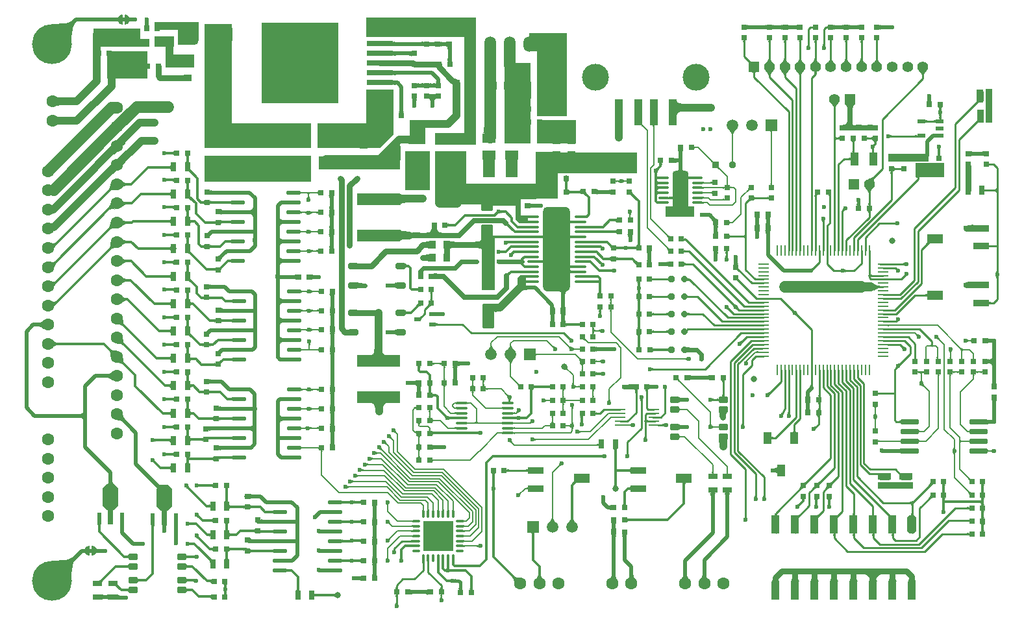
<source format=gtl>
G04*
G04 #@! TF.GenerationSoftware,Altium Limited,Altium Designer,19.0.14 (431)*
G04*
G04 Layer_Physical_Order=1*
G04 Layer_Color=255*
%FSAX24Y24*%
%MOIN*%
G70*
G01*
G75*
%ADD11C,0.0098*%
%ADD12C,0.0079*%
%ADD13C,0.0197*%
%ADD15C,0.0118*%
%ADD16C,0.0236*%
%ADD18C,0.0138*%
G04:AMPARAMS|DCode=20|XSize=126mil|YSize=63mil|CornerRadius=6.3mil|HoleSize=0mil|Usage=FLASHONLY|Rotation=90.000|XOffset=0mil|YOffset=0mil|HoleType=Round|Shape=RoundedRectangle|*
%AMROUNDEDRECTD20*
21,1,0.1260,0.0504,0,0,90.0*
21,1,0.1134,0.0630,0,0,90.0*
1,1,0.0126,0.0252,0.0567*
1,1,0.0126,0.0252,-0.0567*
1,1,0.0126,-0.0252,-0.0567*
1,1,0.0126,-0.0252,0.0567*
%
%ADD20ROUNDEDRECTD20*%
%ADD21R,0.0295X0.0315*%
%ADD22R,0.0315X0.0295*%
G04:AMPARAMS|DCode=23|XSize=29.5mil|YSize=29.5mil|CornerRadius=3mil|HoleSize=0mil|Usage=FLASHONLY|Rotation=270.000|XOffset=0mil|YOffset=0mil|HoleType=Round|Shape=RoundedRectangle|*
%AMROUNDEDRECTD23*
21,1,0.0295,0.0236,0,0,270.0*
21,1,0.0236,0.0295,0,0,270.0*
1,1,0.0059,-0.0118,-0.0118*
1,1,0.0059,-0.0118,0.0118*
1,1,0.0059,0.0118,0.0118*
1,1,0.0059,0.0118,-0.0118*
%
%ADD23ROUNDEDRECTD23*%
%ADD24R,0.2244X0.0630*%
%ADD25O,0.0394X0.0146*%
%ADD26O,0.0146X0.0394*%
G04:AMPARAMS|DCode=27|XSize=43.3mil|YSize=31.5mil|CornerRadius=3.2mil|HoleSize=0mil|Usage=FLASHONLY|Rotation=90.000|XOffset=0mil|YOffset=0mil|HoleType=Round|Shape=RoundedRectangle|*
%AMROUNDEDRECTD27*
21,1,0.0433,0.0252,0,0,90.0*
21,1,0.0370,0.0315,0,0,90.0*
1,1,0.0063,0.0126,0.0185*
1,1,0.0063,0.0126,-0.0185*
1,1,0.0063,-0.0126,-0.0185*
1,1,0.0063,-0.0126,0.0185*
%
%ADD27ROUNDEDRECTD27*%
%ADD28R,0.0394X0.1339*%
%ADD29P,0.0341X8X202.5*%
G04:AMPARAMS|DCode=30|XSize=31.5mil|YSize=31.5mil|CornerRadius=7.9mil|HoleSize=0mil|Usage=FLASHONLY|Rotation=180.000|XOffset=0mil|YOffset=0mil|HoleType=Round|Shape=RoundedRectangle|*
%AMROUNDEDRECTD30*
21,1,0.0315,0.0157,0,0,180.0*
21,1,0.0157,0.0315,0,0,180.0*
1,1,0.0157,-0.0079,0.0079*
1,1,0.0157,0.0079,0.0079*
1,1,0.0157,0.0079,-0.0079*
1,1,0.0157,-0.0079,-0.0079*
%
%ADD30ROUNDEDRECTD30*%
G04:AMPARAMS|DCode=31|XSize=19.7mil|YSize=70.9mil|CornerRadius=3mil|HoleSize=0mil|Usage=FLASHONLY|Rotation=90.000|XOffset=0mil|YOffset=0mil|HoleType=Round|Shape=RoundedRectangle|*
%AMROUNDEDRECTD31*
21,1,0.0197,0.0650,0,0,90.0*
21,1,0.0138,0.0709,0,0,90.0*
1,1,0.0059,0.0325,0.0069*
1,1,0.0059,0.0325,-0.0069*
1,1,0.0059,-0.0325,-0.0069*
1,1,0.0059,-0.0325,0.0069*
%
%ADD31ROUNDEDRECTD31*%
G04:AMPARAMS|DCode=32|XSize=96.1mil|YSize=44.5mil|CornerRadius=0mil|HoleSize=0mil|Usage=FLASHONLY|Rotation=270.000|XOffset=0mil|YOffset=0mil|HoleType=Round|Shape=Octagon|*
%AMOCTAGOND32*
4,1,8,-0.0111,-0.0480,0.0111,-0.0480,0.0222,-0.0369,0.0222,0.0369,0.0111,0.0480,-0.0111,0.0480,-0.0222,0.0369,-0.0222,-0.0369,-0.0111,-0.0480,0.0*
%
%ADD32OCTAGOND32*%

%ADD33R,0.0445X0.0961*%
G04:AMPARAMS|DCode=34|XSize=78.7mil|YSize=133.9mil|CornerRadius=0mil|HoleSize=0mil|Usage=FLASHONLY|Rotation=180.000|XOffset=0mil|YOffset=0mil|HoleType=Round|Shape=Octagon|*
%AMOCTAGOND34*
4,1,8,0.0197,-0.0669,-0.0197,-0.0669,-0.0394,-0.0472,-0.0394,0.0472,-0.0197,0.0669,0.0197,0.0669,0.0394,0.0472,0.0394,-0.0472,0.0197,-0.0669,0.0*
%
%ADD34OCTAGOND34*%

%ADD35R,0.0236X0.0591*%
%ADD36R,0.0276X0.0787*%
G04:AMPARAMS|DCode=37|XSize=27.6mil|YSize=90.6mil|CornerRadius=2.8mil|HoleSize=0mil|Usage=FLASHONLY|Rotation=270.000|XOffset=0mil|YOffset=0mil|HoleType=Round|Shape=RoundedRectangle|*
%AMROUNDEDRECTD37*
21,1,0.0276,0.0850,0,0,270.0*
21,1,0.0220,0.0906,0,0,270.0*
1,1,0.0055,-0.0425,-0.0110*
1,1,0.0055,-0.0425,0.0110*
1,1,0.0055,0.0425,0.0110*
1,1,0.0055,0.0425,-0.0110*
%
%ADD37ROUNDEDRECTD37*%
%ADD38R,0.3937X0.4154*%
%ADD39R,0.1378X0.0315*%
G04:AMPARAMS|DCode=40|XSize=11.8mil|YSize=59.1mil|CornerRadius=1.8mil|HoleSize=0mil|Usage=FLASHONLY|Rotation=270.000|XOffset=0mil|YOffset=0mil|HoleType=Round|Shape=RoundedRectangle|*
%AMROUNDEDRECTD40*
21,1,0.0118,0.0555,0,0,270.0*
21,1,0.0083,0.0591,0,0,270.0*
1,1,0.0035,-0.0278,-0.0041*
1,1,0.0035,-0.0278,0.0041*
1,1,0.0035,0.0278,0.0041*
1,1,0.0035,0.0278,-0.0041*
%
%ADD40ROUNDEDRECTD40*%
G04:AMPARAMS|DCode=41|XSize=433.1mil|YSize=137.8mil|CornerRadius=20.7mil|HoleSize=0mil|Usage=FLASHONLY|Rotation=270.000|XOffset=0mil|YOffset=0mil|HoleType=Round|Shape=RoundedRectangle|*
%AMROUNDEDRECTD41*
21,1,0.4331,0.0965,0,0,270.0*
21,1,0.3917,0.1378,0,0,270.0*
1,1,0.0413,-0.0482,-0.1959*
1,1,0.0413,-0.0482,0.1959*
1,1,0.0413,0.0482,0.1959*
1,1,0.0413,0.0482,-0.1959*
%
%ADD41ROUNDEDRECTD41*%
%ADD42R,0.0394X0.0709*%
G04:AMPARAMS|DCode=43|XSize=21.7mil|YSize=43.3mil|CornerRadius=2.2mil|HoleSize=0mil|Usage=FLASHONLY|Rotation=90.000|XOffset=0mil|YOffset=0mil|HoleType=Round|Shape=RoundedRectangle|*
%AMROUNDEDRECTD43*
21,1,0.0217,0.0390,0,0,90.0*
21,1,0.0173,0.0433,0,0,90.0*
1,1,0.0043,0.0195,0.0087*
1,1,0.0043,0.0195,-0.0087*
1,1,0.0043,-0.0195,-0.0087*
1,1,0.0043,-0.0195,0.0087*
%
%ADD43ROUNDEDRECTD43*%
G04:AMPARAMS|DCode=44|XSize=13.8mil|YSize=51.2mil|CornerRadius=2.1mil|HoleSize=0mil|Usage=FLASHONLY|Rotation=90.000|XOffset=0mil|YOffset=0mil|HoleType=Round|Shape=RoundedRectangle|*
%AMROUNDEDRECTD44*
21,1,0.0138,0.0470,0,0,90.0*
21,1,0.0096,0.0512,0,0,90.0*
1,1,0.0041,0.0235,0.0048*
1,1,0.0041,0.0235,-0.0048*
1,1,0.0041,-0.0235,-0.0048*
1,1,0.0041,-0.0235,0.0048*
%
%ADD44ROUNDEDRECTD44*%
G04:AMPARAMS|DCode=45|XSize=196.9mil|YSize=78.7mil|CornerRadius=11.8mil|HoleSize=0mil|Usage=FLASHONLY|Rotation=90.000|XOffset=0mil|YOffset=0mil|HoleType=Round|Shape=RoundedRectangle|*
%AMROUNDEDRECTD45*
21,1,0.1969,0.0551,0,0,90.0*
21,1,0.1732,0.0787,0,0,90.0*
1,1,0.0236,0.0276,0.0866*
1,1,0.0236,0.0276,-0.0866*
1,1,0.0236,-0.0276,-0.0866*
1,1,0.0236,-0.0276,0.0866*
%
%ADD45ROUNDEDRECTD45*%
%ADD46C,0.0079*%
G04:AMPARAMS|DCode=47|XSize=9.8mil|YSize=51.2mil|CornerRadius=1.5mil|HoleSize=0mil|Usage=FLASHONLY|Rotation=270.000|XOffset=0mil|YOffset=0mil|HoleType=Round|Shape=RoundedRectangle|*
%AMROUNDEDRECTD47*
21,1,0.0098,0.0482,0,0,270.0*
21,1,0.0069,0.0512,0,0,270.0*
1,1,0.0030,-0.0241,-0.0034*
1,1,0.0030,-0.0241,0.0034*
1,1,0.0030,0.0241,0.0034*
1,1,0.0030,0.0241,-0.0034*
%
%ADD47ROUNDEDRECTD47*%
G04:AMPARAMS|DCode=48|XSize=39.4mil|YSize=63mil|CornerRadius=3.9mil|HoleSize=0mil|Usage=FLASHONLY|Rotation=0.000|XOffset=0mil|YOffset=0mil|HoleType=Round|Shape=RoundedRectangle|*
%AMROUNDEDRECTD48*
21,1,0.0394,0.0551,0,0,0.0*
21,1,0.0315,0.0630,0,0,0.0*
1,1,0.0079,0.0157,-0.0276*
1,1,0.0079,-0.0157,-0.0276*
1,1,0.0079,-0.0157,0.0276*
1,1,0.0079,0.0157,0.0276*
%
%ADD48ROUNDEDRECTD48*%
%ADD49R,0.0787X0.0354*%
%ADD50R,0.0787X0.0512*%
G04:AMPARAMS|DCode=51|XSize=31.5mil|YSize=47.2mil|CornerRadius=4.7mil|HoleSize=0mil|Usage=FLASHONLY|Rotation=270.000|XOffset=0mil|YOffset=0mil|HoleType=Round|Shape=RoundedRectangle|*
%AMROUNDEDRECTD51*
21,1,0.0315,0.0378,0,0,270.0*
21,1,0.0220,0.0472,0,0,270.0*
1,1,0.0094,-0.0189,-0.0110*
1,1,0.0094,-0.0189,0.0110*
1,1,0.0094,0.0189,0.0110*
1,1,0.0094,0.0189,-0.0110*
%
%ADD51ROUNDEDRECTD51*%
%ADD52R,0.0472X0.0315*%
G04:AMPARAMS|DCode=53|XSize=85mil|YSize=108mil|CornerRadius=0mil|HoleSize=0mil|Usage=FLASHONLY|Rotation=180.000|XOffset=0mil|YOffset=0mil|HoleType=Round|Shape=Octagon|*
%AMOCTAGOND53*
4,1,8,0.0213,-0.0540,-0.0213,-0.0540,-0.0425,-0.0327,-0.0425,0.0327,-0.0213,0.0540,0.0213,0.0540,0.0425,0.0327,0.0425,-0.0327,0.0213,-0.0540,0.0*
%
%ADD53OCTAGOND53*%

G04:AMPARAMS|DCode=54|XSize=85mil|YSize=108mil|CornerRadius=21.3mil|HoleSize=0mil|Usage=FLASHONLY|Rotation=180.000|XOffset=0mil|YOffset=0mil|HoleType=Round|Shape=RoundedRectangle|*
%AMROUNDEDRECTD54*
21,1,0.0850,0.0655,0,0,180.0*
21,1,0.0425,0.1080,0,0,180.0*
1,1,0.0425,-0.0213,0.0327*
1,1,0.0425,0.0213,0.0327*
1,1,0.0425,0.0213,-0.0327*
1,1,0.0425,-0.0213,-0.0327*
%
%ADD54ROUNDEDRECTD54*%
G04:AMPARAMS|DCode=55|XSize=47.2mil|YSize=90.6mil|CornerRadius=4.7mil|HoleSize=0mil|Usage=FLASHONLY|Rotation=270.000|XOffset=0mil|YOffset=0mil|HoleType=Round|Shape=RoundedRectangle|*
%AMROUNDEDRECTD55*
21,1,0.0472,0.0811,0,0,270.0*
21,1,0.0378,0.0906,0,0,270.0*
1,1,0.0094,-0.0406,-0.0189*
1,1,0.0094,-0.0406,0.0189*
1,1,0.0094,0.0406,0.0189*
1,1,0.0094,0.0406,-0.0189*
%
%ADD55ROUNDEDRECTD55*%
G04:AMPARAMS|DCode=56|XSize=29.5mil|YSize=29.5mil|CornerRadius=3mil|HoleSize=0mil|Usage=FLASHONLY|Rotation=180.000|XOffset=0mil|YOffset=0mil|HoleType=Round|Shape=RoundedRectangle|*
%AMROUNDEDRECTD56*
21,1,0.0295,0.0236,0,0,180.0*
21,1,0.0236,0.0295,0,0,180.0*
1,1,0.0059,-0.0118,0.0118*
1,1,0.0059,0.0118,0.0118*
1,1,0.0059,0.0118,-0.0118*
1,1,0.0059,-0.0118,-0.0118*
%
%ADD56ROUNDEDRECTD56*%
%ADD57O,0.0571X0.0098*%
%ADD58O,0.0098X0.0571*%
%ADD59P,0.0384X8X202.5*%
G04:AMPARAMS|DCode=60|XSize=35.4mil|YSize=35.4mil|CornerRadius=5.3mil|HoleSize=0mil|Usage=FLASHONLY|Rotation=180.000|XOffset=0mil|YOffset=0mil|HoleType=Round|Shape=RoundedRectangle|*
%AMROUNDEDRECTD60*
21,1,0.0354,0.0248,0,0,180.0*
21,1,0.0248,0.0354,0,0,180.0*
1,1,0.0106,-0.0124,0.0124*
1,1,0.0106,0.0124,0.0124*
1,1,0.0106,0.0124,-0.0124*
1,1,0.0106,-0.0124,-0.0124*
%
%ADD60ROUNDEDRECTD60*%
%ADD61R,0.0669X0.0512*%
G04:AMPARAMS|DCode=62|XSize=21.7mil|YSize=35.4mil|CornerRadius=2.2mil|HoleSize=0mil|Usage=FLASHONLY|Rotation=90.000|XOffset=0mil|YOffset=0mil|HoleType=Round|Shape=RoundedRectangle|*
%AMROUNDEDRECTD62*
21,1,0.0217,0.0311,0,0,90.0*
21,1,0.0173,0.0354,0,0,90.0*
1,1,0.0043,0.0156,0.0087*
1,1,0.0043,0.0156,-0.0087*
1,1,0.0043,-0.0156,-0.0087*
1,1,0.0043,-0.0156,0.0087*
%
%ADD62ROUNDEDRECTD62*%
G04:AMPARAMS|DCode=63|XSize=31.5mil|YSize=51.2mil|CornerRadius=4.7mil|HoleSize=0mil|Usage=FLASHONLY|Rotation=90.000|XOffset=0mil|YOffset=0mil|HoleType=Round|Shape=RoundedRectangle|*
%AMROUNDEDRECTD63*
21,1,0.0315,0.0417,0,0,90.0*
21,1,0.0220,0.0512,0,0,90.0*
1,1,0.0094,0.0209,0.0110*
1,1,0.0094,0.0209,-0.0110*
1,1,0.0094,-0.0209,-0.0110*
1,1,0.0094,-0.0209,0.0110*
%
%ADD63ROUNDEDRECTD63*%
%ADD64R,0.0315X0.0472*%
G04:AMPARAMS|DCode=65|XSize=43.3mil|YSize=31.5mil|CornerRadius=3.2mil|HoleSize=0mil|Usage=FLASHONLY|Rotation=0.000|XOffset=0mil|YOffset=0mil|HoleType=Round|Shape=RoundedRectangle|*
%AMROUNDEDRECTD65*
21,1,0.0433,0.0252,0,0,0.0*
21,1,0.0370,0.0315,0,0,0.0*
1,1,0.0063,0.0185,-0.0126*
1,1,0.0063,-0.0185,-0.0126*
1,1,0.0063,-0.0185,0.0126*
1,1,0.0063,0.0185,0.0126*
%
%ADD65ROUNDEDRECTD65*%
%ADD66R,0.0512X0.0669*%
G04:AMPARAMS|DCode=67|XSize=47.2mil|YSize=90.6mil|CornerRadius=4.7mil|HoleSize=0mil|Usage=FLASHONLY|Rotation=180.000|XOffset=0mil|YOffset=0mil|HoleType=Round|Shape=RoundedRectangle|*
%AMROUNDEDRECTD67*
21,1,0.0472,0.0811,0,0,180.0*
21,1,0.0378,0.0906,0,0,180.0*
1,1,0.0094,-0.0189,0.0406*
1,1,0.0094,0.0189,0.0406*
1,1,0.0094,0.0189,-0.0406*
1,1,0.0094,-0.0189,-0.0406*
%
%ADD67ROUNDEDRECTD67*%
%ADD74R,0.1575X0.1575*%
%ADD81C,0.0315*%
%ADD87C,0.0236*%
%ADD88C,0.2047*%
%ADD89C,0.1378*%
%ADD90C,0.0551*%
%ADD91R,0.0551X0.0551*%
%ADD92R,0.0591X0.0591*%
%ADD93C,0.0591*%
%ADD94O,0.0591X0.0787*%
%ADD95C,0.0630*%
%ADD97C,0.0512*%
%ADD98C,0.0315*%
%ADD99C,0.0276*%
%ADD100C,0.0394*%
%ADD101C,0.0591*%
%ADD102C,0.0472*%
%ADD103C,0.0157*%
%ADD104R,0.0197X0.0709*%
%ADD105R,0.5157X0.1024*%
%ADD106R,0.0343X0.0551*%
%ADD107R,0.0533X0.0276*%
%ADD108R,0.0787X0.1002*%
%ADD109R,0.0437X0.0724*%
%ADD110R,0.0673X0.0724*%
%ADD111R,0.3780X0.0748*%
%ADD112R,0.1496X0.0551*%
%ADD113R,0.0709X0.2717*%
%ADD114R,0.0630X0.1378*%
%ADD115R,0.1417X0.2283*%
%ADD116R,0.2047X0.1142*%
%ADD117R,0.1299X0.2008*%
%ADD118R,0.1614X0.2126*%
%ADD119R,0.1732X0.0630*%
%ADD120R,0.5512X0.1299*%
%ADD121R,0.3189X0.1299*%
%ADD122R,0.1417X0.3425*%
%ADD123R,0.5512X0.1339*%
%ADD124R,0.1417X0.1929*%
%ADD125R,0.0709X0.0945*%
%ADD126R,0.4173X0.1102*%
%ADD127R,0.2520X0.0787*%
%ADD128R,0.1181X0.2441*%
%ADD129R,0.2480X0.1063*%
%ADD130R,0.2008X0.1220*%
%ADD131R,0.0630X0.6575*%
%ADD132R,0.0433X0.1378*%
%ADD133R,0.1142X0.0669*%
%ADD134R,0.0984X0.0551*%
%ADD135R,0.0906X0.1063*%
%ADD136R,0.2283X0.0433*%
%ADD137R,0.0827X0.0433*%
%ADD138R,0.0394X0.2323*%
%ADD139R,0.2087X0.1417*%
%ADD140R,0.2441X0.0945*%
%ADD141R,0.1535X0.4252*%
%ADD142R,0.0362X0.1063*%
%ADD143R,0.0709X0.0344*%
%ADD144R,0.1142X0.0344*%
%ADD145R,0.0709X0.0344*%
%ADD146R,0.0365X0.0709*%
%ADD147R,0.0362X0.0709*%
%ADD148R,0.1378X0.4134*%
%ADD149R,0.1496X0.0730*%
%ADD150R,0.2086X0.0394*%
G36*
X005619Y031037D02*
X005619Y030531D01*
X005610Y030531D01*
X005591Y030533D01*
X005572Y030536D01*
X005554Y030540D01*
X005545Y030543D01*
X005545Y030543D01*
X005499Y030557D01*
X005424Y030615D01*
X005375Y030697D01*
X005360Y030791D01*
X005369Y030837D01*
Y030837D01*
X005376Y030881D01*
X005421Y030958D01*
X005491Y031013D01*
X005575Y031040D01*
X005619Y031037D01*
D02*
G37*
G36*
X005848Y031013D02*
X005917Y030958D01*
X005962Y030881D01*
X005969Y030837D01*
X005969Y030837D01*
X005979Y030791D01*
X005963Y030697D01*
X005914Y030615D01*
X005840Y030557D01*
X005794Y030543D01*
X005794Y030543D01*
X005785Y030540D01*
X005766Y030536D01*
X005748Y030533D01*
X005729Y030531D01*
X005719Y030531D01*
X005719Y031037D01*
X005764Y031040D01*
X005848Y031013D01*
D02*
G37*
G36*
X006949Y030631D02*
X006956Y030542D01*
X006961Y030520D01*
X006966Y030503D01*
X006972Y030489D01*
X006980Y030479D01*
X006988Y030473D01*
X006997Y030471D01*
X006704D01*
X006713Y030473D01*
X006721Y030479D01*
X006728Y030489D01*
X006735Y030503D01*
X006740Y030520D01*
X006744Y030542D01*
X006748Y030568D01*
X006751Y030631D01*
X006752Y030668D01*
X006949D01*
X006949Y030631D01*
D02*
G37*
G36*
X022263Y029389D02*
X022540D01*
X022533Y029382D01*
X022526Y029372D01*
X022520Y029360D01*
X022515Y029344D01*
X022511Y029325D01*
X022507Y029303D01*
X022503Y029249D01*
X022501Y029184D01*
X022304D01*
X022304Y029218D01*
X022298Y029302D01*
X022294Y029324D01*
X022289Y029343D01*
X022284Y029359D01*
X022278Y029372D01*
X022271Y029382D01*
X022263Y029389D01*
X022256Y029397D01*
X022246Y029403D01*
X022233Y029409D01*
X022217Y029415D01*
X022198Y029419D01*
X022176Y029423D01*
X022123Y029428D01*
X022101Y029428D01*
X022026Y029423D01*
X022004Y029419D01*
X021985Y029415D01*
X021969Y029409D01*
X021957Y029403D01*
X021947Y029397D01*
X021940Y029389D01*
Y029666D01*
X021947Y029658D01*
X021957Y029652D01*
X021969Y029646D01*
X021985Y029640D01*
X022004Y029636D01*
X022026Y029632D01*
X022080Y029628D01*
X022101Y029627D01*
X022176Y029632D01*
X022198Y029636D01*
X022217Y029640D01*
X022233Y029646D01*
X022246Y029652D01*
X022256Y029658D01*
X022263Y029666D01*
Y029389D01*
D02*
G37*
G36*
X003193Y030613D02*
X003153Y030564D01*
X003118Y030503D01*
X003087Y030428D01*
X003060Y030340D01*
X003038Y030239D01*
X003020Y030125D01*
X002997Y029858D01*
X002993Y029704D01*
X002992Y029538D01*
X001979Y030551D01*
X002145Y030552D01*
X002566Y030579D01*
X002680Y030597D01*
X002781Y030619D01*
X002869Y030646D01*
X002944Y030677D01*
X003005Y030712D01*
X003054Y030752D01*
X003193Y030613D01*
D02*
G37*
G36*
X021377Y029644D02*
X021380Y029641D01*
X021386Y029639D01*
X021394Y029637D01*
X021404Y029636D01*
X021432Y029633D01*
X021468Y029632D01*
X021490Y029632D01*
Y029435D01*
X021468Y029435D01*
X021394Y029430D01*
X021386Y029428D01*
X021380Y029425D01*
X021377Y029423D01*
X021376Y029420D01*
Y029647D01*
X021377Y029644D01*
D02*
G37*
G36*
X021663Y029389D02*
X021656Y029397D01*
X021647Y029403D01*
X021636Y029409D01*
X021623Y029415D01*
X021608Y029419D01*
X021590Y029423D01*
X021570Y029426D01*
X021523Y029429D01*
X021496Y029429D01*
Y029626D01*
X021523Y029626D01*
X021570Y029630D01*
X021590Y029632D01*
X021608Y029636D01*
X021623Y029640D01*
X021636Y029646D01*
X021647Y029652D01*
X021656Y029658D01*
X021663Y029666D01*
Y029389D01*
D02*
G37*
G36*
X019509Y029684D02*
X019515Y029673D01*
X019524Y029663D01*
X019538Y029655D01*
X019556Y029648D01*
X019578Y029642D01*
X019603Y029638D01*
X019633Y029634D01*
X019704Y029632D01*
Y029435D01*
X019666Y029435D01*
X019578Y029427D01*
X019556Y029422D01*
X019538Y029416D01*
X019524Y029410D01*
X019515Y029402D01*
X019509Y029393D01*
X019507Y029383D01*
Y029696D01*
X019509Y029684D01*
D02*
G37*
G36*
X021064Y029381D02*
X021062Y029391D01*
X021056Y029401D01*
X021046Y029409D01*
X021033Y029416D01*
X021015Y029422D01*
X020993Y029426D01*
X020968Y029430D01*
X020938Y029433D01*
X020867Y029435D01*
Y029632D01*
X020905Y029632D01*
X020993Y029639D01*
X021015Y029642D01*
X021033Y029647D01*
X021046Y029653D01*
X021056Y029659D01*
X021062Y029666D01*
X021064Y029674D01*
Y029381D01*
D02*
G37*
G36*
X020442Y028901D02*
X020435Y028908D01*
X020425Y028915D01*
X020412Y028921D01*
X020396Y028926D01*
X020377Y028931D01*
X020355Y028935D01*
X020302Y028939D01*
X020237Y028941D01*
Y029138D01*
X020271Y029138D01*
X020355Y029144D01*
X020377Y029148D01*
X020396Y029152D01*
X020412Y029157D01*
X020425Y029163D01*
X020435Y029170D01*
X020442Y029178D01*
Y028901D01*
D02*
G37*
G36*
X019509Y029185D02*
X019515Y029175D01*
X019524Y029166D01*
X019538Y029159D01*
X019556Y029152D01*
X019578Y029147D01*
X019603Y029143D01*
X019633Y029140D01*
X019704Y029138D01*
Y028941D01*
X019666Y028940D01*
X019603Y028936D01*
X019578Y028932D01*
X019556Y028926D01*
X019538Y028920D01*
X019524Y028913D01*
X019515Y028904D01*
X019509Y028894D01*
X019507Y028883D01*
Y029196D01*
X019509Y029185D01*
D02*
G37*
G36*
X022501Y028820D02*
X022509Y028731D01*
X022513Y028709D01*
X022519Y028692D01*
X022525Y028678D01*
X022532Y028668D01*
X022541Y028662D01*
X022550Y028660D01*
X022257D01*
X022266Y028662D01*
X022274Y028668D01*
X022281Y028678D01*
X022287Y028692D01*
X022292Y028709D01*
X022297Y028731D01*
X022300Y028757D01*
X022304Y028820D01*
X022304Y028857D01*
X022501D01*
X022501Y028820D01*
D02*
G37*
G36*
X019509Y028185D02*
X019515Y028175D01*
X019524Y028166D01*
X019538Y028159D01*
X019556Y028152D01*
X019578Y028147D01*
X019603Y028143D01*
X019633Y028140D01*
X019704Y028138D01*
Y027941D01*
X019666Y027940D01*
X019603Y027936D01*
X019578Y027932D01*
X019556Y027926D01*
X019538Y027920D01*
X019524Y027913D01*
X019515Y027904D01*
X019509Y027894D01*
X019507Y027883D01*
Y028196D01*
X019509Y028185D01*
D02*
G37*
G36*
X005494Y028207D02*
X005432Y028145D01*
X005193Y027871D01*
X005174Y027841D01*
X005161Y027816D01*
X005155Y027795D01*
X004862Y028206D01*
X004882Y028212D01*
X004905Y028223D01*
X004932Y028239D01*
X004962Y028259D01*
X005033Y028315D01*
X005117Y028391D01*
X005215Y028486D01*
X005494Y028207D01*
D02*
G37*
G36*
X021910Y027685D02*
X021915Y027631D01*
X021919Y027609D01*
X021924Y027590D01*
X021930Y027575D01*
X021938Y027563D01*
X021946Y027555D01*
X021956Y027550D01*
X021967Y027548D01*
X021655D01*
X021666Y027550D01*
X021676Y027555D01*
X021684Y027563D01*
X021692Y027575D01*
X021698Y027590D01*
X021703Y027609D01*
X021707Y027631D01*
X021710Y027656D01*
X021712Y027685D01*
X021713Y027717D01*
X021909D01*
X021910Y027685D01*
D02*
G37*
G36*
X021655Y027255D02*
X021653Y027264D01*
X021647Y027272D01*
X021637Y027280D01*
X021623Y027286D01*
X021606Y027291D01*
X021584Y027295D01*
X021558Y027299D01*
X021519Y027301D01*
X021448Y027295D01*
X021426Y027291D01*
X021408Y027286D01*
X021394Y027280D01*
X021385Y027272D01*
X021379Y027264D01*
X021377Y027255D01*
Y027548D01*
X021379Y027539D01*
X021385Y027531D01*
X021394Y027524D01*
X021408Y027517D01*
X021426Y027512D01*
X021448Y027508D01*
X021473Y027504D01*
X021513Y027502D01*
X021584Y027508D01*
X021606Y027512D01*
X021623Y027517D01*
X021637Y027524D01*
X021647Y027531D01*
X021653Y027539D01*
X021655Y027548D01*
Y027255D01*
D02*
G37*
G36*
X021064D02*
X021062Y027264D01*
X021056Y027272D01*
X021046Y027280D01*
X021033Y027286D01*
X021015Y027291D01*
X020993Y027295D01*
X020968Y027299D01*
X020906Y027303D01*
X020818Y027295D01*
X020796Y027291D01*
X020778Y027286D01*
X020765Y027280D01*
X020755Y027272D01*
X020749Y027264D01*
X020747Y027255D01*
Y027548D01*
X020749Y027539D01*
X020755Y027531D01*
X020765Y027524D01*
X020778Y027517D01*
X020796Y027512D01*
X020818Y027508D01*
X020843Y027504D01*
X020905Y027501D01*
X020993Y027508D01*
X021015Y027512D01*
X021033Y027517D01*
X021046Y027524D01*
X021056Y027531D01*
X021062Y027539D01*
X021064Y027548D01*
Y027255D01*
D02*
G37*
G36*
X019509Y027685D02*
X019515Y027675D01*
X019524Y027666D01*
X019538Y027659D01*
X019556Y027652D01*
X019578Y027647D01*
X019603Y027643D01*
X019633Y027640D01*
X019704Y027638D01*
Y027441D01*
X019666Y027440D01*
X019603Y027436D01*
X019578Y027432D01*
X019556Y027426D01*
X019538Y027420D01*
X019524Y027413D01*
X019515Y027404D01*
X019509Y027394D01*
X019507Y027383D01*
Y027696D01*
X019509Y027685D01*
D02*
G37*
G36*
X021378Y026982D02*
X021382Y026975D01*
X021389Y026969D01*
X021399Y026963D01*
X021411Y026959D01*
X021427Y026955D01*
X021445Y026952D01*
X021466Y026950D01*
X021516Y026949D01*
X021542Y026949D01*
X021587Y026952D01*
X021605Y026955D01*
X021621Y026959D01*
X021634Y026963D01*
X021643Y026969D01*
X021650Y026975D01*
X021655Y026982D01*
X021656Y026989D01*
Y026855D01*
X021811Y026752D01*
X021774Y026750D01*
X021740Y026744D01*
X021711Y026734D01*
X021685Y026720D01*
X021663Y026703D01*
X021646Y026681D01*
X021632Y026656D01*
X021622Y026626D01*
X021616Y026593D01*
X021614Y026555D01*
X021417D01*
X021415Y026593D01*
X021409Y026626D01*
X021400Y026656D01*
X021386Y026681D01*
X021368Y026703D01*
X021346Y026720D01*
X021321Y026734D01*
X021291Y026744D01*
X021258Y026750D01*
X021220Y026752D01*
X021377Y026856D01*
Y026989D01*
X021378Y026982D01*
D02*
G37*
G36*
X020736Y026702D02*
X020726Y026696D01*
X020717Y026686D01*
X020710Y026672D01*
X020703Y026655D01*
X020698Y026633D01*
X020694Y026607D01*
X020691Y026578D01*
X020689Y026507D01*
X020492D01*
X020492Y026545D01*
X020487Y026607D01*
X020483Y026633D01*
X020478Y026655D01*
X020471Y026672D01*
X020464Y026686D01*
X020455Y026696D01*
X020445Y026702D01*
X020434Y026704D01*
X020747D01*
X020736Y026702D01*
D02*
G37*
G36*
X002239Y026791D02*
X002249Y026787D01*
X002261Y026783D01*
X002278Y026780D01*
X002297Y026778D01*
X002345Y026774D01*
X002443Y026772D01*
Y026378D01*
X002407Y026378D01*
X002278Y026369D01*
X002261Y026366D01*
X002249Y026363D01*
X002239Y026359D01*
X002233Y026354D01*
Y026795D01*
X002239Y026791D01*
D02*
G37*
G36*
X020020Y026182D02*
X020027Y026093D01*
X020032Y026072D01*
X020037Y026054D01*
X020043Y026040D01*
X020050Y026030D01*
X020059Y026024D01*
X020068Y026022D01*
X019775D01*
X019784Y026024D01*
X019792Y026030D01*
X019799Y026040D01*
X019806Y026054D01*
X019811Y026072D01*
X019815Y026093D01*
X019819Y026119D01*
X019822Y026182D01*
X019823Y026219D01*
X020020D01*
X020020Y026182D01*
D02*
G37*
G36*
X002239Y025807D02*
X002249Y025803D01*
X002261Y025799D01*
X002278Y025796D01*
X002297Y025793D01*
X002345Y025790D01*
X002443Y025787D01*
Y025394D01*
X002407Y025393D01*
X002278Y025385D01*
X002261Y025382D01*
X002249Y025379D01*
X002239Y025375D01*
X002233Y025370D01*
Y025811D01*
X002239Y025807D01*
D02*
G37*
G36*
X021067Y025138D02*
X021074Y025028D01*
X021081Y024984D01*
X021089Y024946D01*
X021100Y024916D01*
X021112Y024892D01*
X021126Y024875D01*
X021142Y024864D01*
X021160Y024861D01*
X020528Y024860D01*
X020555Y024863D01*
X020580Y024874D01*
X020601Y024891D01*
X020620Y024915D01*
X020636Y024946D01*
X020649Y024983D01*
X020659Y025028D01*
X020666Y025079D01*
X020671Y025137D01*
X020672Y025202D01*
X021066D01*
X021067Y025138D01*
D02*
G37*
G36*
X011579Y024920D02*
X011856Y024901D01*
X011891Y024892D01*
X011913Y024881D01*
X011922Y024868D01*
X011917Y024854D01*
X011899Y024839D01*
X011884Y024384D01*
X011863Y024411D01*
X011837Y024436D01*
X011807Y024457D01*
X011773Y024476D01*
X011734Y024492D01*
X011691Y024505D01*
X011644Y024515D01*
X011593Y024522D01*
X011537Y024526D01*
X011477Y024528D01*
Y024921D01*
X011579Y024920D01*
D02*
G37*
G36*
X020493Y024352D02*
X020489Y024363D01*
X020478Y024372D01*
X020458Y024381D01*
X020430Y024389D01*
X020395Y024395D01*
X020352Y024400D01*
X020241Y024407D01*
X020100Y024409D01*
Y024803D01*
X020174Y024804D01*
X020395Y024818D01*
X020430Y024824D01*
X020458Y024832D01*
X020478Y024840D01*
X020489Y024850D01*
X020493Y024861D01*
Y024352D01*
D02*
G37*
G36*
X016160Y024504D02*
X016162Y024495D01*
X016167Y024486D01*
X016173Y024475D01*
X016180Y024463D01*
X016190Y024451D01*
X016213Y024423D01*
X016244Y024391D01*
X016179Y024289D01*
X016175Y024292D01*
X016172Y024294D01*
X016169Y024295D01*
X016167Y024295D01*
X016165Y024294D01*
X016163Y024292D01*
X016162Y024289D01*
X016161Y024285D01*
X016160Y024279D01*
X016160Y024273D01*
X016159Y024511D01*
X016160Y024504D01*
D02*
G37*
G36*
X019528Y024882D02*
X018819Y024173D01*
Y024961D01*
X019528D01*
Y024882D01*
D02*
G37*
G36*
X007845Y024015D02*
X007851Y024011D01*
X007858Y024008D01*
X007866Y024005D01*
X007874Y024002D01*
X007883Y024000D01*
X007893Y023998D01*
X007904Y023997D01*
X007929Y023996D01*
Y023878D01*
X007916Y023878D01*
X007893Y023876D01*
X007883Y023874D01*
X007874Y023872D01*
X007866Y023869D01*
X007858Y023866D01*
X007851Y023863D01*
X007845Y023859D01*
X007840Y023854D01*
Y024020D01*
X007845Y024015D01*
D02*
G37*
G36*
X005762Y024460D02*
X005737Y024434D01*
X005651Y024337D01*
X005642Y024323D01*
X005635Y024312D01*
X005631Y024302D01*
X005630Y024294D01*
X005315Y024291D01*
X005315Y024271D01*
X005312Y023976D01*
X005304Y023975D01*
X005295Y023971D01*
X005283Y023965D01*
X005270Y023955D01*
X005172Y023870D01*
X005147Y023845D01*
X004868Y024123D01*
X004936Y024193D01*
X004967Y024230D01*
X004979Y024246D01*
X004988Y024259D01*
X004995Y024271D01*
X004999Y024281D01*
X005000Y024288D01*
X005315Y024291D01*
X005318Y024606D01*
X005326Y024608D01*
X005335Y024611D01*
X005347Y024618D01*
X005360Y024627D01*
X005376Y024639D01*
X005413Y024671D01*
X005483Y024738D01*
X005762Y024460D01*
D02*
G37*
G36*
X008240Y023819D02*
X008239Y023830D01*
X008235Y023840D01*
X008229Y023849D01*
X008221Y023857D01*
X008210Y023863D01*
X008197Y023869D01*
X008182Y023873D01*
X008164Y023876D01*
X008143Y023877D01*
X008121Y023878D01*
Y023996D01*
X008143Y023997D01*
X008164Y023998D01*
X008182Y024001D01*
X008197Y024005D01*
X008210Y024011D01*
X008221Y024017D01*
X008229Y024025D01*
X008235Y024034D01*
X008239Y024044D01*
X008240Y024055D01*
X008240Y023819D01*
D02*
G37*
G36*
X009044Y023790D02*
X009034Y023786D01*
X009025Y023780D01*
X009017Y023772D01*
X009011Y023761D01*
X009006Y023748D01*
X009001Y023733D01*
X008998Y023715D01*
X008997Y023695D01*
X008996Y023672D01*
X008878D01*
X008877Y023695D01*
X008876Y023715D01*
X008873Y023733D01*
X008869Y023748D01*
X008863Y023761D01*
X008857Y023772D01*
X008849Y023780D01*
X008840Y023786D01*
X008830Y023790D01*
X008819Y023791D01*
X009055Y023791D01*
X009044Y023790D01*
D02*
G37*
G36*
X008997Y023556D02*
X008998Y023535D01*
X009001Y023517D01*
X009006Y023502D01*
X009011Y023489D01*
X009017Y023478D01*
X009025Y023470D01*
X009034Y023464D01*
X009044Y023460D01*
X009055Y023459D01*
X008819D01*
X008830Y023460D01*
X008840Y023464D01*
X008849Y023470D01*
X008857Y023478D01*
X008863Y023489D01*
X008868Y023502D01*
X008873Y023517D01*
X008876Y023535D01*
X008877Y023556D01*
X008878Y023578D01*
X008996D01*
X008997Y023556D01*
D02*
G37*
G36*
X014253Y023542D02*
X014255Y023536D01*
X014259Y023531D01*
X014263Y023526D01*
X014269Y023523D01*
X014277Y023519D01*
X014285Y023517D01*
X014295Y023515D01*
X014307Y023514D01*
X014319Y023514D01*
X014293Y023415D01*
X014156Y023427D01*
X014134Y023446D01*
X014112Y023427D01*
X013975Y023415D01*
X013949Y023514D01*
X013961Y023514D01*
X013972Y023515D01*
X013982Y023517D01*
X013991Y023519D01*
X013998Y023523D01*
X014004Y023526D01*
X014009Y023531D01*
X014013Y023536D01*
X014015Y023542D01*
X014016Y023549D01*
X014134Y023446D01*
X014252Y023549D01*
X014253Y023542D01*
D02*
G37*
G36*
X014786Y023366D02*
X014785Y023375D01*
X014782Y023384D01*
X014777Y023391D01*
X014770Y023398D01*
X014761Y023403D01*
X014750Y023407D01*
X014737Y023411D01*
X014722Y023413D01*
X014705Y023415D01*
X014686Y023415D01*
Y023514D01*
X014705Y023514D01*
X014722Y023516D01*
X014737Y023518D01*
X014750Y023522D01*
X014761Y023526D01*
X014770Y023531D01*
X014777Y023538D01*
X014782Y023545D01*
X014785Y023554D01*
X014786Y023563D01*
Y023366D01*
D02*
G37*
G36*
X005762Y023475D02*
X005737Y023450D01*
X005651Y023353D01*
X005642Y023339D01*
X005635Y023327D01*
X005631Y023318D01*
X005630Y023310D01*
X005318Y023622D01*
X005326Y023623D01*
X005335Y023627D01*
X005347Y023634D01*
X005360Y023643D01*
X005376Y023655D01*
X005413Y023686D01*
X005483Y023754D01*
X005762Y023475D01*
D02*
G37*
G36*
X016554Y023425D02*
X016479Y023423D01*
X016412Y023417D01*
X016353Y023407D01*
X016301Y023394D01*
X016258Y023376D01*
X016222Y023354D01*
X016195Y023329D01*
X016175Y023299D01*
X016163Y023266D01*
X016159Y023228D01*
X016160Y023759D01*
X016554Y023819D01*
Y023425D01*
D02*
G37*
G36*
X008072Y023071D02*
X008071Y023082D01*
X008067Y023092D01*
X008061Y023101D01*
X008053Y023109D01*
X008043Y023115D01*
X008030Y023120D01*
X008014Y023125D01*
X007996Y023128D01*
X007976Y023129D01*
X007954Y023130D01*
Y023248D01*
X007976Y023249D01*
X007996Y023250D01*
X008014Y023253D01*
X008030Y023257D01*
X008043Y023263D01*
X008053Y023269D01*
X008061Y023277D01*
X008067Y023286D01*
X008071Y023296D01*
X008072Y023307D01*
Y023071D01*
D02*
G37*
G36*
X009086Y023151D02*
X009083Y023140D01*
X009083Y023128D01*
X009086Y023114D01*
X009093Y023098D01*
X009103Y023080D01*
X009117Y023061D01*
X009133Y023040D01*
X009177Y022993D01*
X009096Y022907D01*
X009072Y022930D01*
X009028Y022967D01*
X009009Y022981D01*
X008991Y022991D01*
X008976Y022998D01*
X008961Y023001D01*
X008949Y023001D01*
X008938Y022998D01*
X008929Y022991D01*
X009092Y023160D01*
X009086Y023151D01*
D02*
G37*
G36*
X005284Y022994D02*
X005275Y022993D01*
X005264Y022990D01*
X005252Y022984D01*
X005238Y022975D01*
X005221Y022964D01*
X005184Y022933D01*
X005138Y022891D01*
X005113Y022866D01*
X004866Y023176D01*
X004892Y023202D01*
X004995Y023318D01*
X004999Y023326D01*
X005001Y023332D01*
X005284Y022994D01*
D02*
G37*
G36*
X007854Y022626D02*
X007860Y022621D01*
X007866Y022617D01*
X007873Y022614D01*
X007882Y022611D01*
X007891Y022608D01*
X007901Y022606D01*
X007912Y022605D01*
X007923Y022604D01*
X007936Y022604D01*
X007919Y022486D01*
X007907Y022485D01*
X007873Y022483D01*
X007864Y022481D01*
X007855Y022479D01*
X007848Y022476D01*
X007841Y022474D01*
X007835Y022470D01*
X007830Y022467D01*
X007850Y022631D01*
X007854Y022626D01*
D02*
G37*
G36*
X008240Y022427D02*
X008239Y022438D01*
X008236Y022448D01*
X008230Y022457D01*
X008221Y022464D01*
X008211Y022471D01*
X008198Y022476D01*
X008182Y022480D01*
X008164Y022483D01*
X008144Y022485D01*
X008121Y022486D01*
Y022604D01*
X008144Y022604D01*
X008165Y022606D01*
X008183Y022609D01*
X008199Y022613D01*
X008213Y022618D01*
X008224Y022625D01*
X008233Y022632D01*
X008239Y022641D01*
X008243Y022651D01*
X008244Y022662D01*
X008240Y022427D01*
D02*
G37*
G36*
X009044Y022383D02*
X009034Y022380D01*
X009025Y022374D01*
X009017Y022366D01*
X009011Y022355D01*
X009006Y022342D01*
X009001Y022326D01*
X008998Y022308D01*
X008997Y022288D01*
X008996Y022265D01*
X008878D01*
X008877Y022288D01*
X008876Y022308D01*
X008873Y022326D01*
X008869Y022342D01*
X008863Y022355D01*
X008857Y022366D01*
X008849Y022374D01*
X008840Y022380D01*
X008830Y022383D01*
X008819Y022385D01*
X009055Y022385D01*
X009044Y022383D01*
D02*
G37*
G36*
X005571Y022513D02*
X005631Y022461D01*
X005660Y022440D01*
X005687Y022422D01*
X005714Y022408D01*
X005740Y022396D01*
X005766Y022388D01*
X005790Y022383D01*
X005813Y022382D01*
Y022264D01*
X005790Y022262D01*
X005766Y022257D01*
X005740Y022249D01*
X005714Y022238D01*
X005687Y022223D01*
X005660Y022206D01*
X005631Y022185D01*
X005601Y022160D01*
X005540Y022102D01*
X005540Y022543D01*
X005571Y022513D01*
D02*
G37*
G36*
X008997Y022149D02*
X008998Y022129D01*
X009001Y022111D01*
X009006Y022096D01*
X009011Y022083D01*
X009017Y022072D01*
X009025Y022063D01*
X009034Y022057D01*
X009044Y022054D01*
X009055Y022053D01*
X008819D01*
X008830Y022054D01*
X008840Y022057D01*
X008849Y022063D01*
X008857Y022072D01*
X008863Y022083D01*
X008869Y022096D01*
X008873Y022111D01*
X008876Y022129D01*
X008877Y022149D01*
X008878Y022172D01*
X008996D01*
X008997Y022149D01*
D02*
G37*
G36*
X005256Y022013D02*
X005216Y022020D01*
X005178Y022024D01*
X005143Y022025D01*
X005110Y022024D01*
X005079Y022021D01*
X005051Y022015D01*
X005025Y022006D01*
X005001Y021994D01*
X004980Y021981D01*
X004961Y021964D01*
X004893Y022063D01*
X004907Y022079D01*
X004920Y022098D01*
X004933Y022121D01*
X004945Y022147D01*
X004956Y022176D01*
X004977Y022246D01*
X004987Y022286D01*
X005004Y022375D01*
X005256Y022013D01*
D02*
G37*
G36*
X014721Y021967D02*
X014724Y021960D01*
X014728Y021954D01*
X014734Y021949D01*
X014741Y021945D01*
X014750Y021941D01*
X014761Y021939D01*
X014773Y021937D01*
X014787Y021935D01*
X014803Y021935D01*
Y021856D01*
X014787Y021856D01*
X014773Y021855D01*
X014761Y021853D01*
X014750Y021850D01*
X014741Y021847D01*
X014734Y021842D01*
X014728Y021837D01*
X014724Y021831D01*
X014721Y021825D01*
X014721Y021817D01*
Y021974D01*
X014721Y021967D01*
D02*
G37*
G36*
X015642Y021817D02*
X015641Y021824D01*
X015639Y021831D01*
X015635Y021837D01*
X015629Y021842D01*
X015622Y021846D01*
X015613Y021850D01*
X015603Y021853D01*
X015591Y021855D01*
X015577Y021856D01*
X015562Y021856D01*
Y021935D01*
X015577Y021935D01*
X015591Y021937D01*
X015603Y021939D01*
X015613Y021941D01*
X015622Y021945D01*
X015629Y021949D01*
X015635Y021954D01*
X015639Y021960D01*
X015641Y021967D01*
X015642Y021974D01*
Y021817D01*
D02*
G37*
G36*
X010119Y022060D02*
X010125Y022046D01*
X010135Y022034D01*
X010148Y022023D01*
X010166Y022014D01*
X010188Y022007D01*
X010213Y022001D01*
X010243Y021997D01*
X010276Y021995D01*
X010314Y021994D01*
Y021797D01*
X010276Y021797D01*
X010125Y021788D01*
X010119Y021785D01*
X010117Y021783D01*
Y022076D01*
X010119Y022060D01*
D02*
G37*
G36*
X015276Y021856D02*
X015261Y021856D01*
X015247Y021853D01*
X015235Y021849D01*
X015225Y021844D01*
X015217Y021837D01*
X015209Y021828D01*
X015204Y021818D01*
X015200Y021806D01*
X015198Y021793D01*
X015197Y021778D01*
X015118D01*
X015117Y021793D01*
X015115Y021806D01*
X015111Y021818D01*
X015106Y021828D01*
X015098Y021837D01*
X015090Y021844D01*
X015080Y021849D01*
X015068Y021853D01*
X015054Y021856D01*
X015039Y021856D01*
X015157Y021935D01*
X015276Y021856D01*
D02*
G37*
G36*
X008072Y021701D02*
X008071Y021712D01*
X008067Y021722D01*
X008061Y021731D01*
X008053Y021739D01*
X008043Y021745D01*
X008030Y021750D01*
X008014Y021755D01*
X007996Y021757D01*
X007976Y021759D01*
X007954Y021760D01*
Y021878D01*
X007976Y021879D01*
X007996Y021880D01*
X008014Y021883D01*
X008030Y021887D01*
X008043Y021893D01*
X008053Y021899D01*
X008061Y021907D01*
X008067Y021916D01*
X008071Y021926D01*
X008072Y021937D01*
Y021701D01*
D02*
G37*
G36*
X015197Y021707D02*
X015199Y021696D01*
X015201Y021686D01*
X015204Y021675D01*
X015208Y021665D01*
X015212Y021656D01*
X015218Y021646D01*
X015225Y021637D01*
X015232Y021628D01*
X015240Y021620D01*
X015075Y021620D01*
X015083Y021628D01*
X015090Y021637D01*
X015097Y021646D01*
X015103Y021656D01*
X015107Y021665D01*
X015111Y021675D01*
X015114Y021686D01*
X015116Y021696D01*
X015118Y021707D01*
X015118Y021718D01*
X015197Y021718D01*
X015197Y021707D01*
D02*
G37*
G36*
X016476Y021737D02*
X016467Y021732D01*
X016460Y021722D01*
X016454Y021708D01*
X016448Y021690D01*
X016444Y021669D01*
X016440Y021643D01*
X016437Y021580D01*
X016436Y021543D01*
X016239D01*
X016239Y021580D01*
X016232Y021669D01*
X016227Y021690D01*
X016222Y021708D01*
X016216Y021722D01*
X016209Y021732D01*
X016201Y021737D01*
X016192Y021739D01*
X016485D01*
X016476Y021737D01*
D02*
G37*
G36*
X009087Y021772D02*
X009085Y021760D01*
X009086Y021747D01*
X009090Y021732D01*
X009097Y021716D01*
X009107Y021699D01*
X009120Y021680D01*
X009136Y021660D01*
X009155Y021638D01*
X009177Y021615D01*
X009125Y021500D01*
X009099Y021525D01*
X009054Y021564D01*
X009034Y021578D01*
X009016Y021588D01*
X009000Y021595D01*
X008987Y021598D01*
X008975Y021597D01*
X008965Y021593D01*
X008958Y021585D01*
X009092Y021782D01*
X009087Y021772D01*
D02*
G37*
G36*
X011190Y021306D02*
X011185Y021312D01*
X011179Y021317D01*
X011170Y021322D01*
X011160Y021326D01*
X011148Y021329D01*
X011135Y021332D01*
X011120Y021334D01*
X011084Y021336D01*
X011064Y021337D01*
Y021455D01*
X011084Y021455D01*
X011120Y021457D01*
X011135Y021460D01*
X011148Y021462D01*
X011160Y021466D01*
X011170Y021470D01*
X011179Y021474D01*
X011185Y021479D01*
X011190Y021485D01*
Y021306D01*
D02*
G37*
G36*
X010118Y021503D02*
X010122Y021493D01*
X010128Y021484D01*
X010136Y021476D01*
X010146Y021469D01*
X010159Y021464D01*
X010175Y021460D01*
X010193Y021457D01*
X010213Y021455D01*
X010235Y021455D01*
Y021337D01*
X010213Y021336D01*
X010193Y021334D01*
X010175Y021331D01*
X010159Y021327D01*
X010146Y021322D01*
X010136Y021315D01*
X010128Y021308D01*
X010122Y021299D01*
X010118Y021289D01*
X010117Y021278D01*
Y021514D01*
X010118Y021503D01*
D02*
G37*
G36*
X009806Y021272D02*
X009804Y021283D01*
X009801Y021293D01*
X009795Y021302D01*
X009786Y021310D01*
X009776Y021316D01*
X009763Y021322D01*
X009747Y021326D01*
X009729Y021329D01*
X009709Y021330D01*
X009686Y021331D01*
Y021449D01*
X009709Y021450D01*
X009729Y021451D01*
X009747Y021454D01*
X009763Y021459D01*
X009776Y021464D01*
X009786Y021470D01*
X009795Y021478D01*
X009801Y021487D01*
X009804Y021497D01*
X009806Y021508D01*
Y021272D01*
D02*
G37*
G36*
X002357Y021055D02*
X002039Y020857D01*
X001969Y021269D01*
X001975Y021267D01*
X001983Y021267D01*
X001994Y021271D01*
X002006Y021277D01*
X002021Y021287D01*
X002038Y021300D01*
X002078Y021334D01*
X002127Y021381D01*
X002357Y021055D01*
D02*
G37*
G36*
X019865Y021850D02*
X019877Y021834D01*
X019896Y021819D01*
X019924Y021807D01*
X019959Y021796D01*
X020003Y021787D01*
X020054Y021780D01*
X020180Y021773D01*
X020255Y021772D01*
Y021378D01*
X020180Y021377D01*
X020054Y021366D01*
X020003Y021356D01*
X019959Y021344D01*
X019924Y021329D01*
X019896Y021311D01*
X019877Y021291D01*
X019865Y021267D01*
X019861Y021241D01*
Y021869D01*
X019865Y021850D01*
D02*
G37*
G36*
X005571Y021528D02*
X005631Y021477D01*
X005660Y021456D01*
X005687Y021438D01*
X005714Y021423D01*
X005740Y021412D01*
X005766Y021404D01*
X005790Y021399D01*
X005813Y021398D01*
Y021280D01*
X005790Y021278D01*
X005766Y021273D01*
X005740Y021265D01*
X005714Y021254D01*
X005687Y021239D01*
X005660Y021221D01*
X005631Y021200D01*
X005601Y021176D01*
X005540Y021118D01*
X005540Y021559D01*
X005571Y021528D01*
D02*
G37*
G36*
X007845Y021220D02*
X007851Y021216D01*
X007858Y021212D01*
X007866Y021209D01*
X007874Y021207D01*
X007883Y021205D01*
X007893Y021203D01*
X007904Y021202D01*
X007929Y021201D01*
Y021083D01*
X007916Y021082D01*
X007893Y021081D01*
X007883Y021079D01*
X007874Y021077D01*
X007866Y021074D01*
X007858Y021071D01*
X007851Y021068D01*
X007845Y021064D01*
X007840Y021059D01*
Y021224D01*
X007845Y021220D01*
D02*
G37*
G36*
X016437Y021211D02*
X016444Y021123D01*
X016448Y021101D01*
X016454Y021083D01*
X016460Y021070D01*
X016467Y021060D01*
X016476Y021054D01*
X016485Y021052D01*
X016192D01*
X016201Y021054D01*
X016209Y021060D01*
X016216Y021070D01*
X016222Y021083D01*
X016227Y021101D01*
X016232Y021123D01*
X016235Y021148D01*
X016239Y021211D01*
X016239Y021249D01*
X016436D01*
X016437Y021211D01*
D02*
G37*
G36*
X005228Y021036D02*
X005190Y021045D01*
X005155Y021052D01*
X005121Y021056D01*
X005089Y021057D01*
X005059Y021055D01*
X005032Y021050D01*
X005006Y021042D01*
X004983Y021031D01*
X004961Y021017D01*
X004942Y021000D01*
X004882Y021107D01*
X004895Y021122D01*
X004907Y021140D01*
X004920Y021162D01*
X004933Y021187D01*
X004958Y021250D01*
X004971Y021286D01*
X005010Y021419D01*
X005228Y021036D01*
D02*
G37*
G36*
X008240Y021024D02*
X008239Y021035D01*
X008236Y021045D01*
X008230Y021054D01*
X008222Y021061D01*
X008211Y021068D01*
X008198Y021073D01*
X008182Y021077D01*
X008164Y021080D01*
X008144Y021082D01*
X008121Y021083D01*
Y021201D01*
X008144Y021201D01*
X008166Y021203D01*
X008184Y021206D01*
X008201Y021210D01*
X008214Y021215D01*
X008226Y021222D01*
X008235Y021229D01*
X008241Y021238D01*
X008245Y021248D01*
X008247Y021259D01*
X008240Y021024D01*
D02*
G37*
G36*
X015247Y020945D02*
X015256Y020938D01*
X015265Y020932D01*
X015275Y020926D01*
X015285Y020922D01*
X015295Y020918D01*
X015305Y020915D01*
X015316Y020913D01*
X015327Y020912D01*
X015337Y020911D01*
X015342Y020833D01*
X015331Y020832D01*
X015320Y020831D01*
X015309Y020829D01*
X015299Y020826D01*
X015290Y020821D01*
X015280Y020817D01*
X015271Y020811D01*
X015262Y020804D01*
X015254Y020796D01*
X015246Y020788D01*
X015157Y020874D01*
X015069Y020788D01*
X015061Y020796D01*
X015053Y020804D01*
X015044Y020811D01*
X015035Y020817D01*
X015025Y020821D01*
X015016Y020826D01*
X015005Y020829D01*
X014995Y020831D01*
X014984Y020832D01*
X014973Y020833D01*
X014978Y020911D01*
X014988Y020912D01*
X014999Y020913D01*
X015010Y020915D01*
X015020Y020918D01*
X015030Y020922D01*
X015040Y020926D01*
X015049Y020932D01*
X015059Y020938D01*
X015068Y020945D01*
X015077Y020953D01*
X015157Y020874D01*
X015238Y020953D01*
X015247Y020945D01*
D02*
G37*
G36*
X009044Y020977D02*
X009034Y020973D01*
X009025Y020967D01*
X009017Y020959D01*
X009011Y020948D01*
X009006Y020935D01*
X009001Y020920D01*
X008998Y020902D01*
X008997Y020881D01*
X008996Y020859D01*
X008878D01*
X008877Y020881D01*
X008876Y020902D01*
X008873Y020920D01*
X008869Y020935D01*
X008863Y020948D01*
X008857Y020959D01*
X008849Y020967D01*
X008840Y020973D01*
X008830Y020977D01*
X008819Y020978D01*
X009055Y020978D01*
X009044Y020977D01*
D02*
G37*
G36*
X014723Y020943D02*
X014725Y020937D01*
X014729Y020931D01*
X014734Y020926D01*
X014742Y020921D01*
X014750Y020918D01*
X014761Y020915D01*
X014773Y020913D01*
X014787Y020912D01*
X014803Y020911D01*
Y020833D01*
X014789Y020832D01*
X014765Y020830D01*
X014755Y020828D01*
X014746Y020826D01*
X014738Y020823D01*
X014731Y020820D01*
X014724Y020816D01*
X014719Y020811D01*
X014715Y020806D01*
X014723Y020951D01*
X014723Y020943D01*
D02*
G37*
G36*
X015642Y020793D02*
X015641Y020801D01*
X015639Y020807D01*
X015635Y020813D01*
X015629Y020819D01*
X015622Y020823D01*
X015613Y020826D01*
X015603Y020829D01*
X015591Y020831D01*
X015577Y020832D01*
X015562Y020833D01*
Y020911D01*
X015577Y020912D01*
X015591Y020913D01*
X015603Y020915D01*
X015613Y020918D01*
X015622Y020921D01*
X015629Y020926D01*
X015635Y020931D01*
X015639Y020937D01*
X015641Y020943D01*
X015642Y020951D01*
Y020793D01*
D02*
G37*
G36*
X010670Y021041D02*
X010676Y021031D01*
X010686Y021022D01*
X010700Y021015D01*
X010717Y021009D01*
X010739Y021003D01*
X010765Y020999D01*
X010794Y020996D01*
X010865Y020994D01*
Y020797D01*
X010828Y020797D01*
X010739Y020791D01*
X010717Y020788D01*
X010700Y020784D01*
X010686Y020779D01*
X010676Y020773D01*
X010670Y020766D01*
X010668Y020759D01*
Y021052D01*
X010670Y021041D01*
D02*
G37*
G36*
X008997Y020743D02*
X008998Y020723D01*
X009001Y020705D01*
X009006Y020689D01*
X009011Y020676D01*
X009017Y020666D01*
X009025Y020657D01*
X009034Y020651D01*
X009044Y020648D01*
X009055Y020646D01*
X008819D01*
X008830Y020648D01*
X008840Y020651D01*
X008849Y020657D01*
X008857Y020666D01*
X008863Y020676D01*
X008869Y020689D01*
X008873Y020705D01*
X008876Y020723D01*
X008877Y020743D01*
X008878Y020766D01*
X008996D01*
X008997Y020743D01*
D02*
G37*
G36*
X012502Y020903D02*
X012305Y020608D01*
X012303Y020645D01*
X012298Y020679D01*
X012288Y020708D01*
X012274Y020734D01*
X012256Y020756D01*
X012235Y020773D01*
X012209Y020787D01*
X012179Y020797D01*
X012146Y020803D01*
X012109Y020805D01*
Y021002D01*
X012146Y021004D01*
X012179Y021010D01*
X012209Y021019D01*
X012235Y021033D01*
X012256Y021051D01*
X012274Y021072D01*
X012288Y021098D01*
X012298Y021128D01*
X012303Y021161D01*
X012305Y021198D01*
X012502Y020903D01*
D02*
G37*
G36*
X016476Y020737D02*
X016467Y020732D01*
X016460Y020722D01*
X016454Y020708D01*
X016448Y020690D01*
X016444Y020669D01*
X016440Y020643D01*
X016437Y020580D01*
X016436Y020543D01*
X016239D01*
X016239Y020580D01*
X016232Y020669D01*
X016227Y020690D01*
X016222Y020708D01*
X016216Y020722D01*
X016209Y020732D01*
X016201Y020737D01*
X016192Y020739D01*
X016485D01*
X016476Y020737D01*
D02*
G37*
G36*
X011190Y020306D02*
X011185Y020312D01*
X011179Y020317D01*
X011170Y020322D01*
X011160Y020326D01*
X011148Y020329D01*
X011135Y020332D01*
X011120Y020334D01*
X011084Y020336D01*
X011064Y020337D01*
Y020455D01*
X011084Y020455D01*
X011120Y020457D01*
X011135Y020460D01*
X011148Y020462D01*
X011160Y020466D01*
X011170Y020470D01*
X011179Y020474D01*
X011185Y020479D01*
X011190Y020485D01*
Y020306D01*
D02*
G37*
G36*
X009093Y020519D02*
X009097Y020509D01*
X009103Y020501D01*
X009111Y020493D01*
X009122Y020486D01*
X009135Y020481D01*
X009151Y020477D01*
X009168Y020474D01*
X009189Y020472D01*
X009211Y020472D01*
Y020354D01*
X009189Y020353D01*
X009168Y020351D01*
X009151Y020348D01*
X009135Y020344D01*
X009122Y020339D01*
X009111Y020332D01*
X009103Y020325D01*
X009097Y020316D01*
X009093Y020306D01*
X009092Y020294D01*
Y020531D01*
X009093Y020519D01*
D02*
G37*
G36*
X008072Y020294D02*
X008071Y020306D01*
X008067Y020316D01*
X008061Y020325D01*
X008053Y020332D01*
X008043Y020339D01*
X008030Y020344D01*
X008014Y020348D01*
X007996Y020351D01*
X007976Y020353D01*
X007954Y020354D01*
Y020472D01*
X007976Y020472D01*
X007996Y020474D01*
X008014Y020477D01*
X008030Y020481D01*
X008043Y020486D01*
X008053Y020493D01*
X008061Y020501D01*
X008067Y020509D01*
X008071Y020519D01*
X008072Y020531D01*
Y020294D01*
D02*
G37*
G36*
X010669Y020492D02*
X010673Y020484D01*
X010679Y020477D01*
X010687Y020471D01*
X010698Y020466D01*
X010711Y020462D01*
X010726Y020459D01*
X010744Y020457D01*
X010764Y020455D01*
X010786Y020455D01*
Y020337D01*
X010764Y020336D01*
X010744Y020334D01*
X010726Y020331D01*
X010711Y020327D01*
X010698Y020322D01*
X010687Y020315D01*
X010679Y020308D01*
X010673Y020299D01*
X010669Y020289D01*
X010668Y020278D01*
Y020501D01*
X010669Y020492D01*
D02*
G37*
G36*
X010357Y020236D02*
X010356Y020247D01*
X010352Y020257D01*
X010346Y020266D01*
X010338Y020274D01*
X010327Y020281D01*
X010314Y020286D01*
X010298Y020290D01*
X010280Y020293D01*
X010260Y020295D01*
X010237Y020295D01*
Y020413D01*
X010260Y020414D01*
X010280Y020416D01*
X010298Y020419D01*
X010314Y020423D01*
X010327Y020428D01*
X010338Y020435D01*
X010346Y020442D01*
X010352Y020451D01*
X010356Y020461D01*
X010357Y020472D01*
Y020236D01*
D02*
G37*
G36*
X005571Y020544D02*
X005631Y020492D01*
X005660Y020471D01*
X005687Y020454D01*
X005714Y020439D01*
X005740Y020428D01*
X005766Y020420D01*
X005790Y020415D01*
X005813Y020413D01*
Y020295D01*
X005790Y020294D01*
X005766Y020289D01*
X005740Y020281D01*
X005714Y020269D01*
X005687Y020255D01*
X005660Y020237D01*
X005631Y020216D01*
X005601Y020192D01*
X005540Y020134D01*
X005540Y020575D01*
X005571Y020544D01*
D02*
G37*
G36*
X022312Y020343D02*
X022316Y020333D01*
X022322Y020324D01*
X022330Y020316D01*
X022341Y020310D01*
X022354Y020305D01*
X022370Y020301D01*
X022388Y020298D01*
X022408Y020296D01*
X022430Y020295D01*
Y020177D01*
X022408Y020177D01*
X022388Y020175D01*
X022370Y020172D01*
X022354Y020168D01*
X022341Y020162D01*
X022330Y020156D01*
X022322Y020148D01*
X022316Y020140D01*
X022312Y020130D01*
X022311Y020118D01*
Y020354D01*
X022312Y020343D01*
D02*
G37*
G36*
X013683Y020652D02*
X013689Y020618D01*
X013699Y020589D01*
X013713Y020563D01*
X013730Y020541D01*
X013752Y020524D01*
X013778Y020510D01*
X013807Y020500D01*
X013841Y020494D01*
X013878Y020492D01*
Y020295D01*
X013841Y020293D01*
X013807Y020287D01*
X013778Y020278D01*
X013752Y020264D01*
X013730Y020246D01*
X013713Y020224D01*
X013699Y020199D01*
X013689Y020169D01*
X013683Y020136D01*
X013681Y020098D01*
X013484Y020394D01*
X013681Y020689D01*
X013683Y020652D01*
D02*
G37*
G36*
X016437Y020211D02*
X016444Y020123D01*
X016448Y020101D01*
X016454Y020083D01*
X016460Y020070D01*
X016467Y020060D01*
X016476Y020054D01*
X016485Y020052D01*
X016192D01*
X016201Y020054D01*
X016209Y020060D01*
X016216Y020070D01*
X016222Y020083D01*
X016227Y020101D01*
X016232Y020123D01*
X016235Y020148D01*
X016239Y020211D01*
X016239Y020249D01*
X016436D01*
X016437Y020211D01*
D02*
G37*
G36*
X005256Y020045D02*
X005216Y020051D01*
X005178Y020055D01*
X005143Y020057D01*
X005110Y020056D01*
X005079Y020052D01*
X005051Y020046D01*
X005025Y020037D01*
X005001Y020026D01*
X004980Y020012D01*
X004961Y019996D01*
X004893Y020094D01*
X004907Y020110D01*
X004920Y020130D01*
X004933Y020152D01*
X004945Y020178D01*
X004956Y020208D01*
X004977Y020277D01*
X004987Y020317D01*
X005004Y020407D01*
X005256Y020045D01*
D02*
G37*
G36*
X015247Y019961D02*
X015256Y019954D01*
X015265Y019948D01*
X015275Y019942D01*
X015285Y019938D01*
X015295Y019934D01*
X015305Y019931D01*
X015316Y019929D01*
X015327Y019928D01*
X015337Y019927D01*
X015342Y019848D01*
X015331Y019848D01*
X015320Y019847D01*
X015309Y019844D01*
X015299Y019841D01*
X015290Y019837D01*
X015280Y019832D01*
X015271Y019826D01*
X015262Y019820D01*
X015254Y019812D01*
X015246Y019804D01*
X015157Y019890D01*
X015069Y019804D01*
X015061Y019812D01*
X015053Y019820D01*
X015044Y019826D01*
X015035Y019832D01*
X015025Y019837D01*
X015016Y019841D01*
X015005Y019844D01*
X014995Y019847D01*
X014984Y019848D01*
X014973Y019848D01*
X014978Y019927D01*
X014988Y019928D01*
X014999Y019929D01*
X015010Y019931D01*
X015020Y019934D01*
X015030Y019938D01*
X015040Y019942D01*
X015049Y019948D01*
X015059Y019954D01*
X015068Y019961D01*
X015077Y019969D01*
X015157Y019890D01*
X015238Y019969D01*
X015247Y019961D01*
D02*
G37*
G36*
X014723Y019959D02*
X014725Y019952D01*
X014729Y019946D01*
X014734Y019941D01*
X014742Y019937D01*
X014750Y019933D01*
X014761Y019931D01*
X014773Y019929D01*
X014787Y019928D01*
X014803Y019927D01*
Y019848D01*
X014786Y019848D01*
X014772Y019847D01*
X014759Y019845D01*
X014748Y019842D01*
X014738Y019839D01*
X014731Y019834D01*
X014725Y019829D01*
X014720Y019824D01*
X014717Y019817D01*
X014716Y019810D01*
X014722Y019966D01*
X014723Y019959D01*
D02*
G37*
G36*
X015642Y019809D02*
X015641Y019817D01*
X015639Y019823D01*
X015635Y019829D01*
X015629Y019834D01*
X015622Y019839D01*
X015613Y019842D01*
X015603Y019845D01*
X015591Y019847D01*
X015577Y019848D01*
X015562Y019848D01*
Y019927D01*
X015577Y019928D01*
X015591Y019929D01*
X015603Y019931D01*
X015613Y019933D01*
X015622Y019937D01*
X015629Y019941D01*
X015635Y019946D01*
X015639Y019952D01*
X015641Y019959D01*
X015642Y019967D01*
Y019809D01*
D02*
G37*
G36*
X007845Y019803D02*
X007851Y019799D01*
X007858Y019795D01*
X007866Y019792D01*
X007874Y019789D01*
X007883Y019787D01*
X007893Y019786D01*
X007904Y019784D01*
X007929Y019783D01*
Y019665D01*
X007916Y019665D01*
X007893Y019663D01*
X007883Y019662D01*
X007874Y019659D01*
X007866Y019657D01*
X007858Y019654D01*
X007851Y019650D01*
X007845Y019646D01*
X007840Y019642D01*
Y019807D01*
X007845Y019803D01*
D02*
G37*
G36*
X008240Y019606D02*
X008239Y019618D01*
X008235Y019628D01*
X008229Y019636D01*
X008221Y019644D01*
X008210Y019651D01*
X008197Y019656D01*
X008182Y019660D01*
X008164Y019663D01*
X008143Y019665D01*
X008121Y019665D01*
Y019783D01*
X008144Y019784D01*
X008164Y019786D01*
X008182Y019789D01*
X008198Y019793D01*
X008211Y019798D01*
X008222Y019805D01*
X008230Y019812D01*
X008237Y019821D01*
X008240Y019831D01*
X008241Y019842D01*
X008240Y019606D01*
D02*
G37*
G36*
X021753Y020107D02*
X021759D01*
X021758Y020102D01*
X021756Y020092D01*
X021755Y020065D01*
X021763Y020019D01*
X021777Y019978D01*
X021796Y019942D01*
X021821Y019911D01*
X021851Y019887D01*
X021887Y019867D01*
X021928Y019854D01*
X021975Y019845D01*
X022028Y019843D01*
X021614Y019567D01*
X021201Y019843D01*
X021253Y019845D01*
X021300Y019854D01*
X021341Y019867D01*
X021377Y019887D01*
X021407Y019911D01*
X021432Y019942D01*
X021452Y019978D01*
X021465Y020019D01*
X021471Y020050D01*
X021469Y020107D01*
X021476D01*
X021476Y020118D01*
X021752D01*
X021753Y020107D01*
D02*
G37*
G36*
X020478Y019844D02*
X020538Y019843D01*
X020869Y019843D01*
Y019567D01*
X020474Y019565D01*
Y019844D01*
X020478Y019844D01*
D02*
G37*
G36*
X016476Y019737D02*
X016467Y019732D01*
X016460Y019722D01*
X016454Y019708D01*
X016448Y019690D01*
X016444Y019669D01*
X016440Y019643D01*
X016437Y019580D01*
X016436Y019543D01*
X016239D01*
X016239Y019580D01*
X016232Y019669D01*
X016227Y019690D01*
X016222Y019708D01*
X016216Y019722D01*
X016209Y019732D01*
X016201Y019737D01*
X016192Y019739D01*
X016485D01*
X016476Y019737D01*
D02*
G37*
G36*
X009044Y019570D02*
X009034Y019567D01*
X009025Y019561D01*
X009017Y019552D01*
X009011Y019542D01*
X009006Y019528D01*
X009001Y019513D01*
X008998Y019495D01*
X008997Y019475D01*
X008996Y019452D01*
X008878D01*
X008877Y019475D01*
X008876Y019495D01*
X008873Y019513D01*
X008869Y019528D01*
X008863Y019542D01*
X008857Y019552D01*
X008849Y019561D01*
X008840Y019567D01*
X008830Y019570D01*
X008819Y019571D01*
X009055Y019571D01*
X009044Y019570D01*
D02*
G37*
G36*
X019865Y019996D02*
X019877Y019976D01*
X019896Y019959D01*
X019924Y019944D01*
X019959Y019931D01*
X020003Y019920D01*
X020054Y019912D01*
X020113Y019906D01*
X020255Y019902D01*
Y019508D01*
X020180Y019507D01*
X020054Y019497D01*
X020003Y019489D01*
X019959Y019479D01*
X019924Y019466D01*
X019896Y019451D01*
X019877Y019433D01*
X019865Y019413D01*
X019861Y019391D01*
Y020018D01*
X019865Y019996D01*
D02*
G37*
G36*
X011190Y019306D02*
X011185Y019312D01*
X011179Y019317D01*
X011170Y019322D01*
X011160Y019326D01*
X011148Y019329D01*
X011135Y019332D01*
X011120Y019334D01*
X011084Y019336D01*
X011064Y019337D01*
Y019455D01*
X011084Y019455D01*
X011120Y019457D01*
X011135Y019460D01*
X011148Y019462D01*
X011160Y019466D01*
X011170Y019470D01*
X011179Y019474D01*
X011185Y019479D01*
X011190Y019485D01*
Y019306D01*
D02*
G37*
G36*
X002219Y019222D02*
X002209Y019210D01*
X002197Y019195D01*
X002185Y019176D01*
X002156Y019124D01*
X002101Y019017D01*
X002058Y018925D01*
X001914Y019336D01*
X001946Y019321D01*
X001978Y019310D01*
X002008Y019302D01*
X002036Y019297D01*
X002063Y019297D01*
X002089Y019300D01*
X002113Y019306D01*
X002136Y019316D01*
X002157Y019330D01*
X002177Y019347D01*
X002219Y019222D01*
D02*
G37*
G36*
X008997Y019337D02*
X008998Y019316D01*
X009001Y019299D01*
X009006Y019283D01*
X009011Y019270D01*
X009017Y019259D01*
X009025Y019251D01*
X009034Y019245D01*
X009044Y019241D01*
X009055Y019240D01*
X008819D01*
X008830Y019241D01*
X008840Y019245D01*
X008849Y019251D01*
X008857Y019259D01*
X008863Y019270D01*
X008868Y019283D01*
X008873Y019299D01*
X008876Y019316D01*
X008877Y019337D01*
X008878Y019359D01*
X008996D01*
X008997Y019337D01*
D02*
G37*
G36*
X005571Y019560D02*
X005631Y019508D01*
X005660Y019487D01*
X005687Y019469D01*
X005714Y019455D01*
X005740Y019444D01*
X005766Y019436D01*
X005790Y019431D01*
X005813Y019429D01*
Y019311D01*
X005790Y019309D01*
X005766Y019305D01*
X005740Y019296D01*
X005714Y019285D01*
X005687Y019271D01*
X005660Y019253D01*
X005631Y019232D01*
X005601Y019208D01*
X005540Y019150D01*
X005540Y019591D01*
X005571Y019560D01*
D02*
G37*
G36*
X013683Y019654D02*
X013689Y019620D01*
X013699Y019591D01*
X013713Y019565D01*
X013730Y019543D01*
X013752Y019526D01*
X013778Y019512D01*
X013807Y019502D01*
X013841Y019496D01*
X013878Y019494D01*
Y019297D01*
X013841Y019295D01*
X013807Y019289D01*
X013778Y019280D01*
X013752Y019266D01*
X013730Y019248D01*
X013713Y019226D01*
X013699Y019201D01*
X013689Y019171D01*
X013683Y019138D01*
X013681Y019100D01*
X013484Y019396D01*
X013681Y019691D01*
X013683Y019654D01*
D02*
G37*
G36*
X016436Y019200D02*
X016444Y019111D01*
X016448Y019089D01*
X016453Y019072D01*
X016459Y019058D01*
X016466Y019048D01*
X016474Y019042D01*
X016483Y019040D01*
X016190D01*
X016199Y019042D01*
X016208Y019048D01*
X016215Y019058D01*
X016222Y019072D01*
X016227Y019089D01*
X016231Y019111D01*
X016235Y019137D01*
X016239Y019200D01*
X016239Y019237D01*
X016436D01*
X016436Y019200D01*
D02*
G37*
G36*
X010118Y019241D02*
X010122Y019231D01*
X010128Y019222D01*
X010136Y019214D01*
X010146Y019208D01*
X010159Y019202D01*
X010175Y019198D01*
X010193Y019195D01*
X010213Y019194D01*
X010235Y019193D01*
Y019075D01*
X010213Y019074D01*
X010193Y019072D01*
X010175Y019069D01*
X010159Y019065D01*
X010146Y019060D01*
X010136Y019054D01*
X010128Y019046D01*
X010122Y019037D01*
X010118Y019027D01*
X010117Y019016D01*
Y019252D01*
X010118Y019241D01*
D02*
G37*
G36*
X009806Y019016D02*
X009804Y019027D01*
X009801Y019037D01*
X009795Y019046D01*
X009786Y019054D01*
X009776Y019060D01*
X009763Y019065D01*
X009747Y019069D01*
X009729Y019072D01*
X009709Y019074D01*
X009686Y019075D01*
Y019193D01*
X009709Y019194D01*
X009729Y019195D01*
X009747Y019198D01*
X009763Y019202D01*
X009776Y019208D01*
X009786Y019214D01*
X009795Y019222D01*
X009801Y019231D01*
X009804Y019241D01*
X009806Y019252D01*
Y019016D01*
D02*
G37*
G36*
X022400Y019416D02*
X022422Y019406D01*
X022447Y019398D01*
X022476Y019390D01*
X022507Y019384D01*
X022581Y019375D01*
X022623Y019372D01*
X022716Y019370D01*
Y019055D01*
X022668Y019055D01*
X022542Y019046D01*
X022507Y019041D01*
X022447Y019028D01*
X022422Y019019D01*
X022400Y019010D01*
X022382Y018999D01*
Y019426D01*
X022400Y019416D01*
D02*
G37*
G36*
X021398Y018999D02*
X021379Y019010D01*
X021357Y019019D01*
X021332Y019028D01*
X021304Y019035D01*
X021272Y019041D01*
X021199Y019050D01*
X021157Y019053D01*
X021064Y019055D01*
Y019370D01*
X021112Y019371D01*
X021237Y019379D01*
X021272Y019384D01*
X021332Y019398D01*
X021357Y019406D01*
X021379Y019416D01*
X021398Y019426D01*
Y018999D01*
D02*
G37*
G36*
X005312Y019055D02*
X005268Y019055D01*
X005189Y019049D01*
X005154Y019044D01*
X005122Y019036D01*
X005093Y019028D01*
X005066Y019017D01*
X005043Y019005D01*
X005022Y018991D01*
X005004Y018976D01*
X004921Y019059D01*
X004936Y019077D01*
X004950Y019098D01*
X004962Y019121D01*
X004973Y019148D01*
X004981Y019177D01*
X004988Y019209D01*
X004994Y019244D01*
X004998Y019282D01*
X005000Y019367D01*
X005312Y019055D01*
D02*
G37*
G36*
X008072Y018898D02*
X008071Y018909D01*
X008067Y018919D01*
X008061Y018928D01*
X008053Y018935D01*
X008043Y018942D01*
X008030Y018947D01*
X008014Y018951D01*
X007996Y018954D01*
X007976Y018956D01*
X007954Y018957D01*
Y019075D01*
X007976Y019075D01*
X007996Y019077D01*
X008014Y019080D01*
X008030Y019084D01*
X008043Y019090D01*
X008053Y019096D01*
X008061Y019104D01*
X008067Y019113D01*
X008071Y019123D01*
X008072Y019134D01*
Y018898D01*
D02*
G37*
G36*
X015640Y018823D02*
X015639Y018831D01*
X015637Y018837D01*
X015633Y018843D01*
X015627Y018848D01*
X015620Y018853D01*
X015611Y018856D01*
X015601Y018859D01*
X015589Y018861D01*
X015575Y018862D01*
X015560Y018862D01*
Y018941D01*
X015575Y018941D01*
X015589Y018943D01*
X015601Y018945D01*
X015611Y018947D01*
X015620Y018951D01*
X015627Y018955D01*
X015633Y018961D01*
X015637Y018967D01*
X015639Y018973D01*
X015640Y018981D01*
Y018823D01*
D02*
G37*
G36*
X014721Y018968D02*
X014724Y018961D01*
X014728Y018955D01*
X014734Y018950D01*
X014741Y018946D01*
X014750Y018942D01*
X014761Y018940D01*
X014773Y018938D01*
X014787Y018936D01*
X014803Y018936D01*
Y018857D01*
X014787Y018857D01*
X014773Y018856D01*
X014761Y018854D01*
X014750Y018851D01*
X014741Y018848D01*
X014734Y018843D01*
X014728Y018838D01*
X014724Y018832D01*
X014722Y018826D01*
X014721Y018818D01*
X014720Y018975D01*
X014721Y018968D01*
D02*
G37*
G36*
X015289Y018973D02*
X015298Y018966D01*
X015307Y018959D01*
X015317Y018954D01*
X015326Y018949D01*
X015336Y018945D01*
X015347Y018942D01*
X015357Y018940D01*
X015368Y018939D01*
X015379Y018939D01*
X015379Y018860D01*
X015369Y018860D01*
X015358Y018858D01*
X015347Y018856D01*
X015337Y018853D01*
X015327Y018849D01*
X015318Y018844D01*
X015308Y018838D01*
X015299Y018832D01*
X015291Y018824D01*
X015282Y018816D01*
X015280Y018981D01*
X015289Y018973D01*
D02*
G37*
G36*
X015113Y018814D02*
X015105Y018822D01*
X015096Y018830D01*
X015086Y018836D01*
X015077Y018842D01*
X015067Y018847D01*
X015057Y018850D01*
X015047Y018853D01*
X015037Y018856D01*
X015026Y018857D01*
X015015Y018857D01*
X015014Y018936D01*
X015025Y018936D01*
X015036Y018938D01*
X015046Y018940D01*
X015057Y018943D01*
X015066Y018947D01*
X015076Y018952D01*
X015085Y018957D01*
X015094Y018964D01*
X015103Y018971D01*
X015112Y018980D01*
X015113Y018814D01*
D02*
G37*
G36*
X009086Y018929D02*
X009082Y018918D01*
X009082Y018906D01*
X009086Y018892D01*
X009093Y018876D01*
X009103Y018858D01*
X009116Y018839D01*
X009133Y018818D01*
X009177Y018771D01*
X009093Y018688D01*
X009069Y018711D01*
X009025Y018748D01*
X009006Y018762D01*
X008989Y018772D01*
X008973Y018779D01*
X008959Y018782D01*
X008946Y018782D01*
X008935Y018779D01*
X008926Y018772D01*
X009092Y018938D01*
X009086Y018929D01*
D02*
G37*
G36*
X010807Y018627D02*
X010768Y018586D01*
X010707Y018514D01*
X010685Y018482D01*
X010668Y018453D01*
X010657Y018426D01*
X010651Y018403D01*
Y018382D01*
X010657Y018364D01*
X010668Y018348D01*
X010390Y018627D01*
X010405Y018616D01*
X010423Y018610D01*
X010444D01*
X010468Y018616D01*
X010494Y018627D01*
X010523Y018643D01*
X010555Y018666D01*
X010590Y018694D01*
X010668Y018766D01*
X010807Y018627D01*
D02*
G37*
G36*
X002213Y018271D02*
X002202Y018259D01*
X002191Y018243D01*
X002178Y018222D01*
X002151Y018168D01*
X002120Y018098D01*
X002067Y017962D01*
X001886Y018364D01*
X001922Y018352D01*
X001955Y018343D01*
X001987Y018337D01*
X002018Y018334D01*
X002046Y018335D01*
X002073Y018339D01*
X002098Y018346D01*
X002121Y018356D01*
X002142Y018370D01*
X002162Y018387D01*
X002213Y018271D01*
D02*
G37*
G36*
X021398Y018330D02*
X021379Y018340D01*
X021357Y018350D01*
X021332Y018358D01*
X021304Y018366D01*
X021272Y018372D01*
X021199Y018381D01*
X021157Y018384D01*
X021064Y018386D01*
Y018701D01*
X021112Y018701D01*
X021237Y018710D01*
X021272Y018715D01*
X021332Y018728D01*
X021357Y018737D01*
X021379Y018746D01*
X021398Y018757D01*
Y018330D01*
D02*
G37*
G36*
X011190Y018306D02*
X011185Y018312D01*
X011179Y018317D01*
X011170Y018322D01*
X011160Y018326D01*
X011148Y018329D01*
X011135Y018332D01*
X011120Y018334D01*
X011084Y018336D01*
X011064Y018337D01*
Y018455D01*
X011084Y018455D01*
X011120Y018457D01*
X011135Y018460D01*
X011148Y018462D01*
X011160Y018466D01*
X011170Y018470D01*
X011179Y018474D01*
X011185Y018479D01*
X011190Y018485D01*
Y018306D01*
D02*
G37*
G36*
X007845Y018389D02*
X007851Y018385D01*
X007858Y018381D01*
X007866Y018378D01*
X007874Y018376D01*
X007883Y018374D01*
X007893Y018372D01*
X007904Y018371D01*
X007929Y018370D01*
Y018252D01*
X007916Y018251D01*
X007893Y018249D01*
X007883Y018248D01*
X007874Y018246D01*
X007866Y018243D01*
X007858Y018240D01*
X007851Y018236D01*
X007845Y018232D01*
X007840Y018228D01*
Y018393D01*
X007845Y018389D01*
D02*
G37*
G36*
X008240Y018193D02*
X008239Y018204D01*
X008235Y018214D01*
X008229Y018223D01*
X008221Y018230D01*
X008210Y018237D01*
X008197Y018242D01*
X008182Y018246D01*
X008164Y018249D01*
X008143Y018251D01*
X008121Y018252D01*
Y018370D01*
X008143Y018370D01*
X008164Y018372D01*
X008182Y018375D01*
X008197Y018379D01*
X008210Y018384D01*
X008221Y018391D01*
X008229Y018399D01*
X008235Y018407D01*
X008239Y018417D01*
X008240Y018429D01*
X008240Y018193D01*
D02*
G37*
G36*
X005571Y018576D02*
X005631Y018524D01*
X005660Y018503D01*
X005687Y018485D01*
X005714Y018471D01*
X005740Y018459D01*
X005766Y018451D01*
X005790Y018446D01*
X005813Y018445D01*
Y018327D01*
X005790Y018325D01*
X005766Y018320D01*
X005740Y018312D01*
X005714Y018301D01*
X005687Y018286D01*
X005660Y018269D01*
X005631Y018248D01*
X005601Y018223D01*
X005540Y018165D01*
X005540Y018606D01*
X005571Y018576D01*
D02*
G37*
G36*
X013683Y018654D02*
X013689Y018620D01*
X013699Y018591D01*
X013713Y018565D01*
X013730Y018543D01*
X013752Y018526D01*
X013778Y018512D01*
X013807Y018502D01*
X013841Y018496D01*
X013878Y018494D01*
Y018297D01*
X013841Y018295D01*
X013807Y018289D01*
X013778Y018280D01*
X013752Y018266D01*
X013730Y018248D01*
X013713Y018226D01*
X013699Y018201D01*
X013689Y018171D01*
X013683Y018138D01*
X013681Y018100D01*
X013484Y018396D01*
X013681Y018691D01*
X013683Y018654D01*
D02*
G37*
G36*
X010752Y018030D02*
X010730Y018008D01*
X010696Y017967D01*
X010684Y017949D01*
X010674Y017932D01*
X010667Y017915D01*
X010663Y017901D01*
X010662Y017887D01*
X010663Y017874D01*
X010668Y017863D01*
X010546Y018076D01*
X010553Y018067D01*
X010563Y018062D01*
X010574Y018061D01*
X010588Y018063D01*
X010603Y018070D01*
X010621Y018080D01*
X010641Y018094D01*
X010663Y018112D01*
X010713Y018159D01*
X010752Y018030D01*
D02*
G37*
G36*
X009044Y018164D02*
X009034Y018160D01*
X009025Y018154D01*
X009017Y018146D01*
X009011Y018135D01*
X009006Y018122D01*
X009001Y018106D01*
X008998Y018089D01*
X008997Y018068D01*
X008996Y018046D01*
X008878D01*
X008877Y018068D01*
X008876Y018089D01*
X008873Y018106D01*
X008869Y018122D01*
X008863Y018135D01*
X008857Y018146D01*
X008849Y018154D01*
X008840Y018160D01*
X008830Y018164D01*
X008819Y018165D01*
X009055Y018165D01*
X009044Y018164D01*
D02*
G37*
G36*
X020136Y018244D02*
X020140Y018234D01*
X020146Y018226D01*
X020154Y018218D01*
X020165Y018212D01*
X020178Y018206D01*
X020194Y018202D01*
X020212Y018199D01*
X020233Y018197D01*
X020256Y018197D01*
Y018079D01*
X020233Y018078D01*
X020212Y018076D01*
X020194Y018073D01*
X020178Y018069D01*
X020165Y018064D01*
X020154Y018058D01*
X020146Y018050D01*
X020140Y018041D01*
X020136Y018031D01*
X020135Y018020D01*
Y018256D01*
X020136Y018244D01*
D02*
G37*
G36*
X010357Y017835D02*
X010356Y017846D01*
X010352Y017856D01*
X010346Y017865D01*
X010338Y017872D01*
X010327Y017879D01*
X010314Y017884D01*
X010298Y017888D01*
X010280Y017891D01*
X010260Y017893D01*
X010237Y017894D01*
Y018012D01*
X010260Y018012D01*
X010280Y018014D01*
X010298Y018017D01*
X010314Y018021D01*
X010327Y018027D01*
X010338Y018033D01*
X010346Y018041D01*
X010352Y018050D01*
X010356Y018060D01*
X010357Y018071D01*
Y017835D01*
D02*
G37*
G36*
X008997Y017930D02*
X008998Y017910D01*
X009001Y017892D01*
X009006Y017877D01*
X009011Y017864D01*
X009017Y017853D01*
X009025Y017845D01*
X009034Y017839D01*
X009044Y017835D01*
X009055Y017834D01*
X008819D01*
X008830Y017835D01*
X008840Y017839D01*
X008849Y017845D01*
X008857Y017853D01*
X008863Y017864D01*
X008869Y017877D01*
X008873Y017892D01*
X008876Y017910D01*
X008877Y017930D01*
X008878Y017953D01*
X008996D01*
X008997Y017930D01*
D02*
G37*
G36*
X021024Y017866D02*
X021031Y017768D01*
X021034Y017757D01*
X021037Y017748D01*
X021040Y017741D01*
X021044Y017737D01*
X020767D01*
X020771Y017741D01*
X020774Y017748D01*
X020777Y017757D01*
X020780Y017768D01*
X020782Y017783D01*
X020786Y017819D01*
X020787Y017866D01*
X020787Y017893D01*
X021024D01*
X021024Y017866D01*
D02*
G37*
G36*
X008072Y017482D02*
X008071Y017493D01*
X008067Y017503D01*
X008061Y017512D01*
X008053Y017520D01*
X008043Y017526D01*
X008030Y017531D01*
X008014Y017536D01*
X007996Y017539D01*
X007976Y017540D01*
X007954Y017541D01*
Y017659D01*
X007976Y017660D01*
X007996Y017661D01*
X008014Y017664D01*
X008030Y017668D01*
X008043Y017674D01*
X008053Y017680D01*
X008061Y017688D01*
X008067Y017697D01*
X008071Y017707D01*
X008072Y017718D01*
Y017482D01*
D02*
G37*
G36*
X021591Y017742D02*
X021601Y017741D01*
X021637Y017739D01*
X021871Y017736D01*
Y017461D01*
X021586Y017454D01*
Y017743D01*
X021591Y017742D01*
D02*
G37*
G36*
X015342Y017690D02*
X015352Y017683D01*
X015365Y017677D01*
X015381Y017672D01*
X015400Y017668D01*
X015422Y017664D01*
X015475Y017659D01*
X015541Y017657D01*
Y017461D01*
X015507Y017460D01*
X015422Y017454D01*
X015400Y017451D01*
X015381Y017446D01*
X015365Y017441D01*
X015352Y017435D01*
X015342Y017428D01*
X015335Y017421D01*
Y017698D01*
X015342Y017690D01*
D02*
G37*
G36*
X014507Y017421D02*
X014500Y017428D01*
X014490Y017435D01*
X014477Y017441D01*
X014461Y017446D01*
X014442Y017451D01*
X014420Y017454D01*
X014367Y017459D01*
X014302Y017461D01*
Y017657D01*
X014336Y017658D01*
X014420Y017664D01*
X014442Y017668D01*
X014461Y017672D01*
X014477Y017677D01*
X014490Y017683D01*
X014500Y017690D01*
X014507Y017698D01*
Y017421D01*
D02*
G37*
G36*
X002219Y017253D02*
X002209Y017242D01*
X002197Y017227D01*
X002185Y017207D01*
X002156Y017156D01*
X002101Y017048D01*
X002058Y016956D01*
X001914Y017368D01*
X001946Y017353D01*
X001978Y017341D01*
X002008Y017333D01*
X002036Y017329D01*
X002063Y017328D01*
X002089Y017331D01*
X002113Y017338D01*
X002136Y017348D01*
X002157Y017362D01*
X002177Y017379D01*
X002219Y017253D01*
D02*
G37*
G36*
X009085Y017521D02*
X009082Y017511D01*
X009082Y017498D01*
X009086Y017484D01*
X009092Y017468D01*
X009103Y017451D01*
X009116Y017431D01*
X009133Y017410D01*
X009177Y017363D01*
X009092Y017281D01*
X009067Y017305D01*
X009024Y017342D01*
X009005Y017355D01*
X008987Y017365D01*
X008971Y017372D01*
X008957Y017376D01*
X008945Y017376D01*
X008934Y017373D01*
X008925Y017366D01*
X009092Y017530D01*
X009085Y017521D01*
D02*
G37*
G36*
X005571Y017591D02*
X005631Y017540D01*
X005660Y017519D01*
X005687Y017501D01*
X005714Y017486D01*
X005740Y017475D01*
X005766Y017467D01*
X005790Y017462D01*
X005813Y017461D01*
Y017343D01*
X005790Y017341D01*
X005766Y017336D01*
X005740Y017328D01*
X005714Y017317D01*
X005687Y017302D01*
X005660Y017284D01*
X005631Y017263D01*
X005601Y017239D01*
X005540Y017181D01*
X005540Y017622D01*
X005571Y017591D01*
D02*
G37*
G36*
X019655Y016984D02*
X019640Y016994D01*
X019623Y017002D01*
X019604Y017009D01*
X019584Y017016D01*
X019562Y017021D01*
X019539Y017026D01*
X019487Y017031D01*
X019459Y017033D01*
X019429Y017033D01*
Y017230D01*
X019463Y017231D01*
X019523Y017235D01*
X019548Y017238D01*
X019570Y017243D01*
X019590Y017249D01*
X019607Y017255D01*
X019621Y017263D01*
X019632Y017272D01*
X019640Y017281D01*
X019655Y016984D01*
D02*
G37*
G36*
X017680Y017285D02*
X017695Y017279D01*
X017714Y017273D01*
X017735Y017269D01*
X017760Y017265D01*
X017819Y017259D01*
X017891Y017256D01*
X017931Y017256D01*
Y017020D01*
X017891Y017019D01*
X017760Y017011D01*
X017735Y017007D01*
X017714Y017002D01*
X017695Y016997D01*
X017680Y016991D01*
X017668Y016984D01*
Y017291D01*
X017680Y017285D01*
D02*
G37*
G36*
X010080Y017200D02*
X010085Y017192D01*
X010095Y017185D01*
X010109Y017179D01*
X010127Y017173D01*
X010148Y017169D01*
X010174Y017166D01*
X010237Y017162D01*
X010274Y017161D01*
Y016965D01*
X010237Y016964D01*
X010148Y016957D01*
X010127Y016953D01*
X010109Y016947D01*
X010095Y016941D01*
X010085Y016934D01*
X010080Y016926D01*
X010078Y016917D01*
Y017209D01*
X010080Y017200D01*
D02*
G37*
G36*
X007853Y016997D02*
X007859Y016993D01*
X007865Y016989D01*
X007873Y016985D01*
X007881Y016982D01*
X007890Y016980D01*
X007900Y016978D01*
X007911Y016977D01*
X007923Y016976D01*
X007935Y016976D01*
X007921Y016858D01*
X007908Y016857D01*
X007885Y016856D01*
X007875Y016854D01*
X007857Y016851D01*
X007849Y016848D01*
X007842Y016845D01*
X007836Y016842D01*
X007831Y016838D01*
X007849Y017002D01*
X007853Y016997D01*
D02*
G37*
G36*
X015286Y016890D02*
X015295Y016883D01*
X015305Y016877D01*
X015315Y016871D01*
X015324Y016867D01*
X015334Y016863D01*
X015345Y016860D01*
X015355Y016858D01*
X015366Y016857D01*
X015377Y016856D01*
X015381Y016778D01*
X015370Y016777D01*
X015359Y016776D01*
X015349Y016774D01*
X015339Y016770D01*
X015329Y016766D01*
X015320Y016761D01*
X015311Y016756D01*
X015302Y016749D01*
X015293Y016741D01*
X015285Y016733D01*
X015197Y016819D01*
X015108Y016733D01*
X015100Y016741D01*
X015092Y016749D01*
X015083Y016756D01*
X015074Y016761D01*
X015065Y016766D01*
X015055Y016770D01*
X015045Y016774D01*
X015034Y016776D01*
X015024Y016777D01*
X015013Y016778D01*
X015017Y016856D01*
X015028Y016857D01*
X015038Y016858D01*
X015049Y016860D01*
X015059Y016863D01*
X015069Y016867D01*
X015079Y016871D01*
X015089Y016877D01*
X015098Y016883D01*
X015108Y016890D01*
X015117Y016898D01*
X015197Y016819D01*
X015277Y016898D01*
X015286Y016890D01*
D02*
G37*
G36*
X020760Y016811D02*
X020759Y016822D01*
X020756Y016832D01*
X020750Y016841D01*
X020741Y016849D01*
X020730Y016855D01*
X020717Y016861D01*
X020702Y016865D01*
X020684Y016868D01*
X020664Y016869D01*
X020641Y016870D01*
Y016988D01*
X020664Y016989D01*
X020684Y016991D01*
X020702Y016993D01*
X020717Y016998D01*
X020730Y017003D01*
X020741Y017009D01*
X020750Y017017D01*
X020756Y017026D01*
X020759Y017036D01*
X020760Y017047D01*
Y016811D01*
D02*
G37*
G36*
X008240Y016798D02*
X008239Y016810D01*
X008235Y016820D01*
X008230Y016829D01*
X008221Y016836D01*
X008211Y016843D01*
X008197Y016848D01*
X008182Y016852D01*
X008164Y016855D01*
X008144Y016857D01*
X008121Y016858D01*
Y016976D01*
X008144Y016976D01*
X008165Y016978D01*
X008183Y016981D01*
X008199Y016985D01*
X008212Y016990D01*
X008223Y016997D01*
X008232Y017004D01*
X008238Y017013D01*
X008242Y017023D01*
X008243Y017034D01*
X008240Y016798D01*
D02*
G37*
G36*
X014762Y016888D02*
X014765Y016882D01*
X014768Y016876D01*
X014774Y016870D01*
X014781Y016866D01*
X014790Y016863D01*
X014800Y016860D01*
X014813Y016858D01*
X014826Y016857D01*
X014842Y016856D01*
Y016778D01*
X014830Y016777D01*
X014819Y016776D01*
X014808Y016774D01*
X014798Y016771D01*
X014789Y016768D01*
X014781Y016764D01*
X014773Y016759D01*
X014766Y016753D01*
X014760Y016747D01*
X014755Y016739D01*
X014762Y016896D01*
X014762Y016888D01*
D02*
G37*
G36*
X015682Y016738D02*
X015681Y016746D01*
X015678Y016752D01*
X015674Y016758D01*
X015669Y016763D01*
X015662Y016768D01*
X015653Y016771D01*
X015642Y016774D01*
X015630Y016776D01*
X015617Y016777D01*
X015602Y016778D01*
Y016856D01*
X015617Y016857D01*
X015630Y016858D01*
X015642Y016860D01*
X015653Y016863D01*
X015662Y016866D01*
X015669Y016870D01*
X015674Y016876D01*
X015678Y016882D01*
X015681Y016888D01*
X015682Y016896D01*
Y016738D01*
D02*
G37*
G36*
X021546Y016758D02*
X021537Y016755D01*
X021530Y016750D01*
X021524Y016743D01*
X021518Y016734D01*
X021514Y016723D01*
X021510Y016710D01*
X021508Y016696D01*
X021506Y016679D01*
X021506Y016660D01*
X021407D01*
X021407Y016679D01*
X021406Y016696D01*
X021403Y016710D01*
X021400Y016723D01*
X021395Y016734D01*
X021390Y016743D01*
X021383Y016750D01*
X021376Y016755D01*
X021368Y016758D01*
X021358Y016759D01*
X021555D01*
X021546Y016758D01*
D02*
G37*
G36*
X009044Y016757D02*
X009034Y016754D01*
X009025Y016748D01*
X009017Y016739D01*
X009011Y016728D01*
X009006Y016715D01*
X009001Y016700D01*
X008998Y016682D01*
X008997Y016662D01*
X008996Y016639D01*
X008878D01*
X008877Y016662D01*
X008876Y016682D01*
X008873Y016700D01*
X008869Y016715D01*
X008863Y016728D01*
X008857Y016739D01*
X008849Y016748D01*
X008840Y016753D01*
X008830Y016757D01*
X008819Y016758D01*
X009055Y016758D01*
X009044Y016757D01*
D02*
G37*
G36*
X016515Y016670D02*
X016507Y016665D01*
X016500Y016655D01*
X016494Y016641D01*
X016488Y016623D01*
X016484Y016602D01*
X016481Y016576D01*
X016477Y016513D01*
X016476Y016476D01*
X016280D01*
X016279Y016513D01*
X016272Y016602D01*
X016268Y016623D01*
X016262Y016641D01*
X016256Y016655D01*
X016249Y016665D01*
X016241Y016670D01*
X016232Y016672D01*
X016524D01*
X016515Y016670D01*
D02*
G37*
G36*
X008997Y016524D02*
X008998Y016504D01*
X009001Y016486D01*
X009006Y016470D01*
X009011Y016457D01*
X009017Y016447D01*
X009025Y016438D01*
X009034Y016432D01*
X009044Y016429D01*
X009055Y016428D01*
X008819D01*
X008830Y016429D01*
X008840Y016432D01*
X008849Y016438D01*
X008857Y016447D01*
X008863Y016457D01*
X008869Y016470D01*
X008873Y016486D01*
X008876Y016504D01*
X008877Y016524D01*
X008878Y016547D01*
X008996D01*
X008997Y016524D01*
D02*
G37*
G36*
X010079Y016603D02*
X010082Y016593D01*
X010088Y016584D01*
X010096Y016576D01*
X010107Y016570D01*
X010120Y016565D01*
X010135Y016560D01*
X010153Y016557D01*
X010173Y016556D01*
X010196Y016555D01*
Y016437D01*
X010173Y016436D01*
X010153Y016435D01*
X010135Y016432D01*
X010120Y016428D01*
X010107Y016422D01*
X010096Y016416D01*
X010088Y016408D01*
X010082Y016399D01*
X010079Y016389D01*
X010078Y016378D01*
Y016614D01*
X010079Y016603D01*
D02*
G37*
G36*
X009766Y016378D02*
X009765Y016389D01*
X009761Y016399D01*
X009755Y016408D01*
X009747Y016416D01*
X009736Y016422D01*
X009723Y016428D01*
X009708Y016432D01*
X009690Y016435D01*
X009670Y016436D01*
X009647Y016437D01*
Y016555D01*
X009670Y016556D01*
X009690Y016557D01*
X009708Y016560D01*
X009723Y016565D01*
X009736Y016570D01*
X009747Y016576D01*
X009755Y016584D01*
X009761Y016593D01*
X009765Y016603D01*
X009766Y016614D01*
Y016378D01*
D02*
G37*
G36*
X021506Y016456D02*
X021508Y016440D01*
X021510Y016425D01*
X021514Y016412D01*
X021518Y016401D01*
X021524Y016393D01*
X021530Y016386D01*
X021537Y016381D01*
X021546Y016378D01*
X021555Y016377D01*
X021358D01*
X021368Y016378D01*
X021376Y016381D01*
X021383Y016386D01*
X021390Y016393D01*
X021395Y016401D01*
X021400Y016412D01*
X021403Y016425D01*
X021406Y016440D01*
X021407Y016456D01*
X021407Y016475D01*
X021506D01*
X021506Y016456D01*
D02*
G37*
G36*
X011230Y016239D02*
X011225Y016245D01*
X011218Y016250D01*
X011210Y016255D01*
X011200Y016259D01*
X011188Y016262D01*
X011174Y016265D01*
X011159Y016267D01*
X011123Y016269D01*
X011103Y016270D01*
Y016388D01*
X011123Y016388D01*
X011159Y016391D01*
X011174Y016393D01*
X011188Y016395D01*
X011200Y016399D01*
X011210Y016403D01*
X011218Y016407D01*
X011225Y016412D01*
X011230Y016418D01*
Y016239D01*
D02*
G37*
G36*
X005571Y016607D02*
X005631Y016555D01*
X005660Y016534D01*
X005687Y016517D01*
X005714Y016502D01*
X005740Y016491D01*
X005766Y016483D01*
X005790Y016478D01*
X005813Y016476D01*
Y016358D01*
X005790Y016357D01*
X005766Y016352D01*
X005740Y016344D01*
X005714Y016332D01*
X005687Y016318D01*
X005660Y016300D01*
X005631Y016279D01*
X005601Y016255D01*
X005540Y016197D01*
X005540Y016638D01*
X005571Y016607D01*
D02*
G37*
G36*
X009093Y016301D02*
X009097Y016291D01*
X009103Y016282D01*
X009111Y016274D01*
X009122Y016268D01*
X009135Y016262D01*
X009151Y016258D01*
X009168Y016255D01*
X009189Y016253D01*
X009211Y016253D01*
Y016135D01*
X009189Y016134D01*
X009168Y016132D01*
X009151Y016129D01*
X009135Y016125D01*
X009122Y016120D01*
X009111Y016113D01*
X009103Y016106D01*
X009097Y016097D01*
X009093Y016087D01*
X009092Y016076D01*
Y016312D01*
X009093Y016301D01*
D02*
G37*
G36*
X021445Y016065D02*
X021437Y016071D01*
X021429Y016074D01*
X021418Y016074D01*
X021407Y016071D01*
X021393Y016065D01*
X021379Y016057D01*
X021363Y016046D01*
X021345Y016031D01*
X021306Y015995D01*
X021241Y016069D01*
X021260Y016089D01*
X021291Y016125D01*
X021302Y016141D01*
X021310Y016156D01*
X021316Y016169D01*
X021319Y016181D01*
X021319Y016191D01*
X021317Y016200D01*
X021311Y016208D01*
X021445Y016065D01*
D02*
G37*
G36*
X020916D02*
X020908Y016072D01*
X020897Y016076D01*
X020885Y016076D01*
X020871Y016073D01*
X020855Y016066D01*
X020838Y016056D01*
X020818Y016042D01*
X020797Y016025D01*
X020749Y015981D01*
X020676Y016074D01*
X020699Y016098D01*
X020735Y016141D01*
X020748Y016160D01*
X020758Y016178D01*
X020765Y016193D01*
X020769Y016208D01*
X020769Y016220D01*
X020766Y016232D01*
X020760Y016241D01*
X020916Y016065D01*
D02*
G37*
G36*
X008072Y016063D02*
X008071Y016074D01*
X008067Y016084D01*
X008061Y016093D01*
X008053Y016101D01*
X008043Y016107D01*
X008030Y016113D01*
X008014Y016117D01*
X007996Y016120D01*
X007976Y016121D01*
X007954Y016122D01*
Y016240D01*
X007976Y016241D01*
X007996Y016243D01*
X008014Y016245D01*
X008030Y016250D01*
X008043Y016255D01*
X008053Y016261D01*
X008061Y016269D01*
X008067Y016278D01*
X008071Y016288D01*
X008072Y016299D01*
Y016063D01*
D02*
G37*
G36*
X013683Y016587D02*
X013689Y016553D01*
X013699Y016524D01*
X013713Y016498D01*
X013730Y016476D01*
X013752Y016459D01*
X013778Y016445D01*
X013807Y016435D01*
X013841Y016429D01*
X013878Y016427D01*
Y016230D01*
X013841Y016228D01*
X013807Y016222D01*
X013778Y016213D01*
X013752Y016199D01*
X013730Y016181D01*
X013713Y016159D01*
X013699Y016134D01*
X013689Y016104D01*
X013683Y016071D01*
X013681Y016033D01*
X013484Y016329D01*
X013681Y016624D01*
X013683Y016587D01*
D02*
G37*
G36*
X016477Y016142D02*
X016484Y016054D01*
X016488Y016032D01*
X016494Y016015D01*
X016500Y016001D01*
X016507Y015991D01*
X016515Y015985D01*
X016524Y015983D01*
X016232D01*
X016241Y015985D01*
X016249Y015991D01*
X016256Y016001D01*
X016262Y016015D01*
X016268Y016032D01*
X016272Y016054D01*
X016275Y016080D01*
X016279Y016142D01*
X016280Y016180D01*
X016476D01*
X016477Y016142D01*
D02*
G37*
G36*
X001995Y016329D02*
X002021Y016313D01*
X002046Y016302D01*
X002070Y016295D01*
X002094Y016293D01*
X002117Y016294D01*
X002139Y016299D01*
X002161Y016309D01*
X002182Y016323D01*
X002202Y016341D01*
X002260Y016231D01*
X002240Y016211D01*
X002178Y016138D01*
X002134Y016079D01*
X002039Y015935D01*
X001969Y016348D01*
X001995Y016329D01*
D02*
G37*
G36*
X015286Y015906D02*
X015295Y015899D01*
X015305Y015892D01*
X015315Y015887D01*
X015324Y015882D01*
X015334Y015879D01*
X015345Y015876D01*
X015355Y015874D01*
X015366Y015872D01*
X015377Y015872D01*
X015381Y015793D01*
X015370Y015793D01*
X015359Y015792D01*
X015349Y015789D01*
X015339Y015786D01*
X015329Y015782D01*
X015320Y015777D01*
X015311Y015771D01*
X015302Y015765D01*
X015293Y015757D01*
X015285Y015748D01*
X015197Y015835D01*
X015108Y015748D01*
X015100Y015757D01*
X015092Y015765D01*
X015083Y015771D01*
X015074Y015777D01*
X015065Y015782D01*
X015055Y015786D01*
X015045Y015789D01*
X015034Y015792D01*
X015024Y015793D01*
X015013Y015793D01*
X015017Y015872D01*
X015028Y015872D01*
X015038Y015874D01*
X015049Y015876D01*
X015059Y015879D01*
X015069Y015882D01*
X015079Y015887D01*
X015089Y015892D01*
X015098Y015899D01*
X015108Y015906D01*
X015117Y015914D01*
X015197Y015835D01*
X015277Y015914D01*
X015286Y015906D01*
D02*
G37*
G36*
X014759Y015903D02*
X014762Y015897D01*
X014766Y015891D01*
X014772Y015886D01*
X014779Y015882D01*
X014789Y015878D01*
X014799Y015876D01*
X014812Y015874D01*
X014826Y015872D01*
X014842Y015872D01*
Y015793D01*
X014826Y015793D01*
X014812Y015792D01*
X014800Y015790D01*
X014790Y015787D01*
X014781Y015784D01*
X014773Y015779D01*
X014768Y015774D01*
X014764Y015768D01*
X014761Y015762D01*
X014761Y015754D01*
X014758Y015911D01*
X014759Y015903D01*
D02*
G37*
G36*
X015682Y015754D02*
X015681Y015761D01*
X015678Y015768D01*
X015674Y015774D01*
X015669Y015779D01*
X015662Y015783D01*
X015653Y015787D01*
X015642Y015790D01*
X015630Y015792D01*
X015617Y015793D01*
X015602Y015793D01*
Y015872D01*
X015617Y015872D01*
X015630Y015874D01*
X015642Y015876D01*
X015653Y015878D01*
X015662Y015882D01*
X015669Y015886D01*
X015674Y015891D01*
X015678Y015897D01*
X015681Y015904D01*
X015682Y015911D01*
Y015754D01*
D02*
G37*
G36*
X010670Y015996D02*
X010676Y015982D01*
X010686Y015969D01*
X010700Y015958D01*
X010717Y015949D01*
X010739Y015941D01*
X010765Y015935D01*
X010794Y015931D01*
X010828Y015928D01*
X010865Y015927D01*
Y015730D01*
X010668Y015720D01*
Y016013D01*
X010670Y015996D01*
D02*
G37*
G36*
X020136Y015843D02*
X020140Y015833D01*
X020146Y015824D01*
X020154Y015816D01*
X020165Y015810D01*
X020178Y015805D01*
X020194Y015801D01*
X020212Y015798D01*
X020233Y015796D01*
X020256Y015795D01*
Y015677D01*
X020233Y015677D01*
X020212Y015675D01*
X020194Y015672D01*
X020178Y015668D01*
X020165Y015662D01*
X020154Y015656D01*
X020146Y015648D01*
X020140Y015640D01*
X020136Y015630D01*
X020135Y015618D01*
Y015854D01*
X020136Y015843D01*
D02*
G37*
G36*
X021689Y015751D02*
X021696Y015750D01*
X021706Y015749D01*
X021786Y015746D01*
X021886Y015746D01*
X021884Y015549D01*
X021687Y015547D01*
Y015752D01*
X021689Y015751D01*
D02*
G37*
G36*
X021015Y015503D02*
X020995Y015482D01*
X020964Y015446D01*
X020953Y015430D01*
X020945Y015415D01*
X020939Y015402D01*
X020936Y015390D01*
X020936Y015380D01*
X020939Y015371D01*
X020944Y015363D01*
X020806Y015501D01*
X020814Y015496D01*
X020823Y015493D01*
X020833Y015493D01*
X020845Y015496D01*
X020858Y015502D01*
X020873Y015510D01*
X020889Y015522D01*
X020906Y015536D01*
X020945Y015572D01*
X021015Y015503D01*
D02*
G37*
G36*
X016515Y015669D02*
X016507Y015663D01*
X016500Y015653D01*
X016494Y015639D01*
X016488Y015621D01*
X016484Y015600D01*
X016481Y015574D01*
X016477Y015511D01*
X016476Y015474D01*
X016280D01*
X016279Y015511D01*
X016272Y015600D01*
X016268Y015621D01*
X016262Y015639D01*
X016256Y015653D01*
X016249Y015663D01*
X016241Y015669D01*
X016232Y015670D01*
X016524D01*
X016515Y015669D01*
D02*
G37*
G36*
X007836Y015560D02*
X007842Y015557D01*
X007849Y015554D01*
X007857Y015551D01*
X007865Y015549D01*
X007875Y015547D01*
X007896Y015545D01*
X007908Y015544D01*
X007921Y015544D01*
X007935Y015426D01*
X007923Y015426D01*
X007900Y015424D01*
X007890Y015422D01*
X007881Y015419D01*
X007873Y015416D01*
X007865Y015413D01*
X007859Y015409D01*
X007853Y015404D01*
X007849Y015399D01*
X007831Y015564D01*
X007836Y015560D01*
D02*
G37*
G36*
X008243Y015368D02*
X008242Y015379D01*
X008238Y015389D01*
X008232Y015397D01*
X008223Y015405D01*
X008212Y015411D01*
X008199Y015417D01*
X008183Y015421D01*
X008165Y015424D01*
X008144Y015425D01*
X008121Y015426D01*
Y015544D01*
X008144Y015545D01*
X008164Y015546D01*
X008182Y015549D01*
X008197Y015553D01*
X008211Y015559D01*
X008221Y015565D01*
X008230Y015573D01*
X008235Y015582D01*
X008239Y015592D01*
X008240Y015603D01*
X008243Y015368D01*
D02*
G37*
G36*
X011239Y015233D02*
X011230Y015239D01*
X011219Y015244D01*
X011208Y015248D01*
X011196Y015252D01*
X011183Y015255D01*
X011169Y015258D01*
X011138Y015262D01*
X011121Y015263D01*
X011103Y015263D01*
Y015381D01*
X011123Y015381D01*
X011157Y015384D01*
X011172Y015387D01*
X011186Y015390D01*
X011197Y015394D01*
X011208Y015399D01*
X011217Y015405D01*
X011224Y015411D01*
X011230Y015418D01*
X011239Y015233D01*
D02*
G37*
G36*
X009044Y015351D02*
X009034Y015347D01*
X009025Y015341D01*
X009017Y015333D01*
X009011Y015322D01*
X009006Y015309D01*
X009001Y015293D01*
X008998Y015275D01*
X008997Y015255D01*
X008996Y015232D01*
X008878D01*
X008877Y015255D01*
X008876Y015275D01*
X008873Y015293D01*
X008869Y015309D01*
X008863Y015322D01*
X008857Y015333D01*
X008849Y015341D01*
X008840Y015347D01*
X008830Y015350D01*
X008819Y015352D01*
X009055Y015352D01*
X009044Y015351D01*
D02*
G37*
G36*
X010669Y015429D02*
X010673Y015419D01*
X010679Y015410D01*
X010687Y015402D01*
X010698Y015396D01*
X010711Y015390D01*
X010726Y015386D01*
X010744Y015383D01*
X010764Y015381D01*
X010786Y015381D01*
Y015263D01*
X010764Y015262D01*
X010744Y015260D01*
X010726Y015257D01*
X010711Y015253D01*
X010698Y015248D01*
X010687Y015242D01*
X010679Y015234D01*
X010673Y015225D01*
X010669Y015215D01*
X010668Y015204D01*
Y015440D01*
X010669Y015429D01*
D02*
G37*
G36*
X010357Y015197D02*
X010356Y015208D01*
X010352Y015218D01*
X010346Y015227D01*
X010338Y015235D01*
X010327Y015241D01*
X010314Y015246D01*
X010298Y015251D01*
X010280Y015254D01*
X010260Y015255D01*
X010237Y015256D01*
Y015374D01*
X010260Y015375D01*
X010280Y015376D01*
X010298Y015379D01*
X010314Y015383D01*
X010327Y015389D01*
X010338Y015395D01*
X010346Y015403D01*
X010352Y015412D01*
X010356Y015422D01*
X010357Y015433D01*
Y015197D01*
D02*
G37*
G36*
X021688Y015227D02*
X021692Y015218D01*
X021697Y015211D01*
X021704Y015205D01*
X021714Y015199D01*
X021725Y015195D01*
X021739Y015191D01*
X021754Y015189D01*
X021772Y015188D01*
X021792Y015187D01*
Y015089D01*
X021772Y015088D01*
X021754Y015087D01*
X021739Y015084D01*
X021725Y015081D01*
X021714Y015076D01*
X021704Y015071D01*
X021697Y015065D01*
X021692Y015057D01*
X021688Y015049D01*
X021687Y015040D01*
Y015236D01*
X021688Y015227D01*
D02*
G37*
G36*
X005630Y015386D02*
X005636Y015307D01*
X005641Y015272D01*
X005649Y015240D01*
X005657Y015211D01*
X005668Y015184D01*
X005680Y015161D01*
X005694Y015140D01*
X005709Y015122D01*
X005626Y015039D01*
X005608Y015054D01*
X005587Y015068D01*
X005564Y015080D01*
X005537Y015091D01*
X005508Y015099D01*
X005476Y015107D01*
X005441Y015112D01*
X005403Y015116D01*
X005318Y015118D01*
X005630Y015430D01*
X005630Y015386D01*
D02*
G37*
G36*
X013683Y015587D02*
X013689Y015553D01*
X013699Y015524D01*
X013713Y015498D01*
X013730Y015476D01*
X013752Y015459D01*
X013778Y015445D01*
X013807Y015435D01*
X013841Y015429D01*
X013878Y015427D01*
Y015230D01*
X013841Y015228D01*
X013807Y015222D01*
X013778Y015213D01*
X013752Y015199D01*
X013730Y015181D01*
X013713Y015159D01*
X013699Y015134D01*
X013689Y015104D01*
X013683Y015071D01*
X013681Y015033D01*
X013484Y015329D01*
X013681Y015624D01*
X013683Y015587D01*
D02*
G37*
G36*
X008997Y015118D02*
X008998Y015098D01*
X009001Y015080D01*
X009006Y015064D01*
X009011Y015051D01*
X009017Y015040D01*
X009025Y015032D01*
X009034Y015026D01*
X009044Y015022D01*
X009055Y015021D01*
X008819D01*
X008830Y015022D01*
X008840Y015026D01*
X008849Y015032D01*
X008857Y015040D01*
X008863Y015051D01*
X008869Y015064D01*
X008873Y015080D01*
X008876Y015098D01*
X008877Y015118D01*
X008878Y015141D01*
X008996D01*
X008997Y015118D01*
D02*
G37*
G36*
X016477Y015158D02*
X016484Y015070D01*
X016488Y015048D01*
X016494Y015030D01*
X016500Y015017D01*
X016507Y015007D01*
X016515Y015001D01*
X016524Y014999D01*
X016232D01*
X016241Y015001D01*
X016249Y015007D01*
X016256Y015017D01*
X016262Y015030D01*
X016268Y015048D01*
X016272Y015070D01*
X016275Y015095D01*
X016279Y015158D01*
X016280Y015196D01*
X016476D01*
X016477Y015158D01*
D02*
G37*
G36*
X001547Y014898D02*
X001523Y014921D01*
X001498Y014942D01*
X001473Y014960D01*
X001447Y014976D01*
X001421Y014989D01*
X001395Y015000D01*
X001367Y015009D01*
X001340Y015015D01*
X001312Y015018D01*
X001283Y015020D01*
Y015217D01*
X001312Y015218D01*
X001340Y015221D01*
X001367Y015228D01*
X001395Y015236D01*
X001421Y015247D01*
X001447Y015260D01*
X001473Y015276D01*
X001498Y015295D01*
X001523Y015315D01*
X001547Y015339D01*
Y014898D01*
D02*
G37*
G36*
X015286Y014921D02*
X015295Y014914D01*
X015305Y014908D01*
X015315Y014903D01*
X015324Y014898D01*
X015334Y014894D01*
X015345Y014892D01*
X015355Y014889D01*
X015366Y014888D01*
X015377Y014888D01*
X015381Y014809D01*
X015370Y014809D01*
X015359Y014807D01*
X015349Y014805D01*
X015339Y014802D01*
X015329Y014798D01*
X015320Y014793D01*
X015311Y014787D01*
X015302Y014780D01*
X015293Y014773D01*
X015285Y014764D01*
X015197Y014851D01*
X015108Y014764D01*
X015100Y014773D01*
X015092Y014780D01*
X015083Y014787D01*
X015074Y014793D01*
X015065Y014798D01*
X015055Y014802D01*
X015045Y014805D01*
X015034Y014807D01*
X015024Y014809D01*
X015013Y014809D01*
X015017Y014888D01*
X015028Y014888D01*
X015038Y014889D01*
X015049Y014892D01*
X015059Y014894D01*
X015069Y014898D01*
X015079Y014903D01*
X015089Y014908D01*
X015098Y014914D01*
X015108Y014921D01*
X015117Y014929D01*
X015197Y014851D01*
X015277Y014929D01*
X015286Y014921D01*
D02*
G37*
G36*
X015682Y014770D02*
X015681Y014777D01*
X015678Y014784D01*
X015674Y014790D01*
X015669Y014795D01*
X015662Y014799D01*
X015653Y014803D01*
X015642Y014806D01*
X015630Y014807D01*
X015617Y014809D01*
X015602Y014809D01*
Y014888D01*
X015617Y014888D01*
X015630Y014889D01*
X015642Y014891D01*
X015653Y014894D01*
X015662Y014898D01*
X015669Y014902D01*
X015674Y014907D01*
X015678Y014913D01*
X015681Y014920D01*
X015682Y014927D01*
Y014770D01*
D02*
G37*
G36*
X014759Y014912D02*
X014765Y014907D01*
X014771Y014903D01*
X014778Y014899D01*
X014787Y014895D01*
X014796Y014893D01*
X014806Y014891D01*
X014817Y014889D01*
X014829Y014888D01*
X014842Y014888D01*
Y014809D01*
X014826Y014809D01*
X014812Y014807D01*
X014800Y014806D01*
X014790Y014803D01*
X014781Y014799D01*
X014774Y014795D01*
X014768Y014790D01*
X014765Y014784D01*
X014762Y014777D01*
X014762Y014770D01*
X014755Y014918D01*
X014759Y014912D01*
D02*
G37*
G36*
X008072Y014669D02*
X008071Y014681D01*
X008067Y014691D01*
X008061Y014699D01*
X008053Y014707D01*
X008043Y014714D01*
X008030Y014719D01*
X008014Y014723D01*
X007996Y014726D01*
X007976Y014728D01*
X007954Y014728D01*
Y014846D01*
X007976Y014847D01*
X007996Y014849D01*
X008014Y014852D01*
X008030Y014856D01*
X008043Y014861D01*
X008053Y014868D01*
X008061Y014875D01*
X008067Y014884D01*
X008071Y014894D01*
X008072Y014906D01*
Y014669D01*
D02*
G37*
G36*
X019655Y014583D02*
X019640Y014592D01*
X019623Y014600D01*
X019604Y014608D01*
X019584Y014614D01*
X019562Y014620D01*
X019539Y014624D01*
X019487Y014630D01*
X019459Y014631D01*
X019429Y014632D01*
Y014829D01*
X019463Y014829D01*
X019523Y014833D01*
X019548Y014837D01*
X019570Y014841D01*
X019590Y014847D01*
X019607Y014854D01*
X019621Y014861D01*
X019632Y014870D01*
X019640Y014880D01*
X019655Y014583D01*
D02*
G37*
G36*
X016515Y014684D02*
X016507Y014678D01*
X016500Y014669D01*
X016494Y014655D01*
X016488Y014637D01*
X016484Y014615D01*
X016481Y014590D01*
X016477Y014527D01*
X016476Y014489D01*
X016280D01*
X016279Y014527D01*
X016272Y014615D01*
X016268Y014637D01*
X016262Y014655D01*
X016256Y014669D01*
X016249Y014678D01*
X016241Y014684D01*
X016232Y014686D01*
X016524D01*
X016515Y014684D01*
D02*
G37*
G36*
X009086Y014725D02*
X009084Y014714D01*
X009084Y014701D01*
X009088Y014687D01*
X009095Y014671D01*
X009105Y014653D01*
X009118Y014634D01*
X009134Y014614D01*
X009177Y014568D01*
X009109Y014469D01*
X009084Y014493D01*
X009039Y014531D01*
X009020Y014545D01*
X009002Y014555D01*
X008987Y014562D01*
X008973Y014565D01*
X008961Y014565D01*
X008950Y014561D01*
X008942Y014554D01*
X009092Y014735D01*
X009086Y014725D01*
D02*
G37*
G36*
X011230Y014239D02*
X011225Y014245D01*
X011218Y014250D01*
X011210Y014255D01*
X011200Y014259D01*
X011188Y014262D01*
X011174Y014265D01*
X011159Y014267D01*
X011123Y014269D01*
X011103Y014270D01*
Y014388D01*
X011123Y014388D01*
X011159Y014391D01*
X011174Y014393D01*
X011188Y014395D01*
X011200Y014399D01*
X011210Y014403D01*
X011218Y014407D01*
X011225Y014412D01*
X011230Y014418D01*
Y014239D01*
D02*
G37*
G36*
X015271Y014159D02*
X015264Y014150D01*
X015257Y014141D01*
X015252Y014132D01*
X015247Y014122D01*
X015243Y014112D01*
X015240Y014102D01*
X015238Y014091D01*
X015237Y014081D01*
X015236Y014070D01*
X015157D01*
X015157Y014081D01*
X015156Y014091D01*
X015154Y014102D01*
X015151Y014112D01*
X015147Y014122D01*
X015142Y014132D01*
X015136Y014141D01*
X015130Y014150D01*
X015122Y014159D01*
X015114Y014168D01*
X015280D01*
X015271Y014159D01*
D02*
G37*
G36*
X005630Y014402D02*
X005636Y014323D01*
X005641Y014288D01*
X005649Y014256D01*
X005657Y014226D01*
X005668Y014200D01*
X005680Y014177D01*
X005694Y014156D01*
X005709Y014138D01*
X005626Y014055D01*
X005608Y014070D01*
X005587Y014084D01*
X005564Y014096D01*
X005537Y014106D01*
X005508Y014115D01*
X005476Y014122D01*
X005441Y014128D01*
X005403Y014131D01*
X005318Y014134D01*
X005630Y014446D01*
X005630Y014402D01*
D02*
G37*
G36*
X013683Y014587D02*
X013689Y014553D01*
X013699Y014524D01*
X013713Y014498D01*
X013730Y014476D01*
X013752Y014459D01*
X013778Y014445D01*
X013807Y014435D01*
X013841Y014429D01*
X013878Y014427D01*
Y014230D01*
X013841Y014228D01*
X013807Y014222D01*
X013778Y014213D01*
X013752Y014199D01*
X013730Y014181D01*
X013713Y014159D01*
X013699Y014134D01*
X013689Y014104D01*
X013683Y014071D01*
X013681Y014033D01*
X013484Y014329D01*
X013681Y014624D01*
X013683Y014587D01*
D02*
G37*
G36*
X007847Y014171D02*
X007852Y014167D01*
X007859Y014164D01*
X007867Y014160D01*
X007875Y014158D01*
X007884Y014156D01*
X007895Y014154D01*
X007906Y014153D01*
X007930Y014152D01*
X007928Y014034D01*
X007915Y014033D01*
X007892Y014032D01*
X007882Y014030D01*
X007873Y014028D01*
X007864Y014025D01*
X007857Y014022D01*
X007850Y014019D01*
X007844Y014015D01*
X007839Y014011D01*
X007842Y014176D01*
X007847Y014171D01*
D02*
G37*
G36*
X016477Y014135D02*
X016484Y014046D01*
X016488Y014024D01*
X016494Y014007D01*
X016500Y013993D01*
X016507Y013983D01*
X016515Y013977D01*
X016524Y013975D01*
X016232D01*
X016241Y013977D01*
X016249Y013983D01*
X016256Y013993D01*
X016262Y014007D01*
X016268Y014024D01*
X016272Y014046D01*
X016275Y014072D01*
X016279Y014135D01*
X016280Y014172D01*
X016476D01*
X016477Y014135D01*
D02*
G37*
G36*
X008240Y013975D02*
X008239Y013986D01*
X008235Y013996D01*
X008229Y014005D01*
X008221Y014012D01*
X008210Y014019D01*
X008197Y014024D01*
X008182Y014028D01*
X008164Y014031D01*
X008143Y014033D01*
X008121Y014034D01*
Y014152D01*
X008143Y014152D01*
X008164Y014154D01*
X008182Y014157D01*
X008197Y014161D01*
X008210Y014166D01*
X008221Y014173D01*
X008230Y014181D01*
X008236Y014189D01*
X008239Y014199D01*
X008240Y014211D01*
X008240Y013975D01*
D02*
G37*
G36*
X010079Y014186D02*
X010082Y014176D01*
X010088Y014167D01*
X010096Y014159D01*
X010107Y014153D01*
X010120Y014147D01*
X010135Y014143D01*
X010153Y014140D01*
X010173Y014138D01*
X010196Y014138D01*
Y014020D01*
X010173Y014019D01*
X010153Y014017D01*
X010135Y014014D01*
X010120Y014010D01*
X010107Y014005D01*
X010096Y013998D01*
X010088Y013991D01*
X010082Y013982D01*
X010079Y013972D01*
X010078Y013961D01*
Y014197D01*
X010079Y014186D01*
D02*
G37*
G36*
X009766Y013961D02*
X009765Y013972D01*
X009761Y013982D01*
X009755Y013991D01*
X009747Y013998D01*
X009736Y014005D01*
X009723Y014010D01*
X009708Y014014D01*
X009690Y014017D01*
X009670Y014019D01*
X009647Y014020D01*
Y014138D01*
X009670Y014138D01*
X009690Y014140D01*
X009708Y014143D01*
X009723Y014147D01*
X009736Y014153D01*
X009747Y014159D01*
X009755Y014167D01*
X009761Y014176D01*
X009765Y014186D01*
X009766Y014197D01*
Y013961D01*
D02*
G37*
G36*
X002028Y014324D02*
X002088Y014272D01*
X002116Y014251D01*
X002144Y014233D01*
X002171Y014219D01*
X002197Y014207D01*
X002222Y014199D01*
X002247Y014195D01*
X002270Y014193D01*
Y014075D01*
X002247Y014073D01*
X002222Y014068D01*
X002197Y014060D01*
X002171Y014049D01*
X002144Y014034D01*
X002116Y014017D01*
X002088Y013996D01*
X002058Y013972D01*
X001997Y013913D01*
Y014354D01*
X002028Y014324D01*
D02*
G37*
G36*
X009044Y013944D02*
X009034Y013940D01*
X009025Y013934D01*
X009017Y013926D01*
X009011Y013915D01*
X009006Y013902D01*
X009001Y013887D01*
X008998Y013869D01*
X008997Y013848D01*
X008996Y013826D01*
X008878D01*
X008877Y013848D01*
X008876Y013869D01*
X008873Y013887D01*
X008869Y013902D01*
X008863Y013915D01*
X008857Y013926D01*
X008849Y013934D01*
X008840Y013940D01*
X008830Y013944D01*
X008819Y013945D01*
X009055Y013945D01*
X009044Y013944D01*
D02*
G37*
G36*
X015163Y013825D02*
Y013785D01*
X015068Y013864D01*
X015084Y013864D01*
X015110Y013866D01*
X015122Y013868D01*
X015133Y013870D01*
X015142Y013872D01*
X015151Y013875D01*
X015158Y013878D01*
X015164Y013882D01*
X015169Y013886D01*
X015163Y013825D01*
D02*
G37*
G36*
X014761Y013900D02*
X014763Y013893D01*
X014767Y013887D01*
X014773Y013882D01*
X014780Y013878D01*
X014789Y013874D01*
X014800Y013871D01*
X014812Y013870D01*
X014826Y013868D01*
X014842Y013868D01*
Y013789D01*
X014826Y013789D01*
X014812Y013788D01*
X014800Y013786D01*
X014789Y013783D01*
X014780Y013779D01*
X014773Y013775D01*
X014767Y013770D01*
X014763Y013764D01*
X014761Y013758D01*
X014760Y013750D01*
X014760Y013907D01*
X014761Y013900D01*
D02*
G37*
G36*
X015682Y013746D02*
X015681Y013754D01*
X015678Y013760D01*
X015674Y013766D01*
X015669Y013771D01*
X015662Y013776D01*
X015653Y013779D01*
X015642Y013782D01*
X015630Y013784D01*
X015617Y013785D01*
X015602Y013785D01*
Y013864D01*
X015617Y013865D01*
X015630Y013866D01*
X015642Y013868D01*
X015653Y013870D01*
X015662Y013874D01*
X015669Y013878D01*
X015674Y013883D01*
X015678Y013889D01*
X015681Y013896D01*
X015682Y013904D01*
Y013746D01*
D02*
G37*
G36*
X008997Y013712D02*
X008998Y013691D01*
X009001Y013673D01*
X009006Y013658D01*
X009011Y013645D01*
X009017Y013634D01*
X009025Y013626D01*
X009034Y013620D01*
X009044Y013616D01*
X009055Y013615D01*
X008819D01*
X008830Y013616D01*
X008840Y013620D01*
X008849Y013626D01*
X008857Y013634D01*
X008863Y013645D01*
X008869Y013658D01*
X008873Y013673D01*
X008876Y013691D01*
X008877Y013712D01*
X008878Y013734D01*
X008996D01*
X008997Y013712D01*
D02*
G37*
G36*
X018939Y013880D02*
X018945Y013813D01*
X018955Y013754D01*
X018968Y013703D01*
X018986Y013659D01*
X019008Y013624D01*
X019033Y013596D01*
X019063Y013576D01*
X019096Y013565D01*
X019134Y013561D01*
X018346D01*
X018384Y013565D01*
X018417Y013576D01*
X018447Y013596D01*
X018472Y013624D01*
X018494Y013659D01*
X018512Y013703D01*
X018526Y013754D01*
X018535Y013813D01*
X018541Y013880D01*
X018543Y013955D01*
X018937D01*
X018939Y013880D01*
D02*
G37*
G36*
X005022Y013843D02*
X005043Y013829D01*
X005066Y013817D01*
X005093Y013807D01*
X005122Y013798D01*
X005154Y013791D01*
X005189Y013786D01*
X005227Y013782D01*
X005312Y013780D01*
X005000Y013468D01*
X005000Y013511D01*
X004994Y013590D01*
X004988Y013625D01*
X004981Y013658D01*
X004973Y013687D01*
X004962Y013713D01*
X004950Y013737D01*
X004936Y013757D01*
X004921Y013775D01*
X005004Y013859D01*
X005022Y013843D01*
D02*
G37*
G36*
X016515Y013661D02*
X016507Y013655D01*
X016500Y013645D01*
X016494Y013631D01*
X016488Y013613D01*
X016484Y013592D01*
X016481Y013566D01*
X016477Y013503D01*
X016476Y013466D01*
X016280D01*
X016279Y013503D01*
X016272Y013592D01*
X016268Y013613D01*
X016262Y013631D01*
X016256Y013645D01*
X016249Y013655D01*
X016241Y013661D01*
X016232Y013663D01*
X016524D01*
X016515Y013661D01*
D02*
G37*
G36*
X008072Y013263D02*
X008071Y013274D01*
X008067Y013284D01*
X008061Y013293D01*
X008053Y013301D01*
X008043Y013307D01*
X008030Y013313D01*
X008014Y013317D01*
X007996Y013320D01*
X007976Y013321D01*
X007954Y013322D01*
Y013440D01*
X007976Y013441D01*
X007996Y013443D01*
X008014Y013445D01*
X008030Y013450D01*
X008043Y013455D01*
X008053Y013461D01*
X008061Y013469D01*
X008067Y013478D01*
X008071Y013488D01*
X008072Y013499D01*
Y013263D01*
D02*
G37*
G36*
X011230Y013239D02*
X011225Y013245D01*
X011218Y013250D01*
X011210Y013255D01*
X011200Y013259D01*
X011188Y013262D01*
X011174Y013265D01*
X011159Y013267D01*
X011123Y013269D01*
X011103Y013270D01*
Y013388D01*
X011123Y013388D01*
X011159Y013391D01*
X011174Y013393D01*
X011188Y013395D01*
X011200Y013399D01*
X011210Y013403D01*
X011218Y013407D01*
X011225Y013412D01*
X011230Y013418D01*
Y013239D01*
D02*
G37*
G36*
X009093Y013453D02*
X009097Y013443D01*
X009103Y013434D01*
X009111Y013427D01*
X009122Y013420D01*
X009135Y013415D01*
X009151Y013411D01*
X009168Y013408D01*
X009189Y013406D01*
X009211Y013406D01*
Y013287D01*
X009189Y013287D01*
X009168Y013285D01*
X009151Y013282D01*
X009135Y013278D01*
X009122Y013273D01*
X009111Y013266D01*
X009103Y013258D01*
X009097Y013250D01*
X009093Y013240D01*
X009092Y013228D01*
Y013465D01*
X009093Y013453D01*
D02*
G37*
G36*
X010752Y013227D02*
X010728Y013203D01*
X010691Y013159D01*
X010677Y013140D01*
X010667Y013122D01*
X010660Y013106D01*
X010657Y013092D01*
X010657Y013080D01*
X010660Y013069D01*
X010667Y013060D01*
X010499Y013224D01*
X010508Y013218D01*
X010519Y013214D01*
X010532Y013215D01*
X010546Y013218D01*
X010562Y013225D01*
X010579Y013235D01*
X010598Y013248D01*
X010619Y013265D01*
X010666Y013309D01*
X010752Y013227D01*
D02*
G37*
G36*
X005630Y013418D02*
X005636Y013339D01*
X005641Y013304D01*
X005649Y013272D01*
X005657Y013242D01*
X005668Y013216D01*
X005680Y013192D01*
X005694Y013172D01*
X005709Y013154D01*
X005626Y013070D01*
X005608Y013086D01*
X005587Y013100D01*
X005564Y013112D01*
X005537Y013122D01*
X005508Y013131D01*
X005476Y013138D01*
X005441Y013143D01*
X005403Y013147D01*
X005318Y013150D01*
X005630Y013461D01*
X005630Y013418D01*
D02*
G37*
G36*
X021981Y013032D02*
X021980Y013039D01*
X021978Y013046D01*
X021974Y013052D01*
X021968Y013057D01*
X021961Y013061D01*
X021952Y013065D01*
X021942Y013067D01*
X021930Y013069D01*
X021916Y013070D01*
X021901Y013071D01*
Y013150D01*
X021916Y013150D01*
X021930Y013151D01*
X021942Y013153D01*
X021952Y013156D01*
X021961Y013159D01*
X021968Y013164D01*
X021974Y013169D01*
X021978Y013175D01*
X021980Y013182D01*
X021981Y013189D01*
Y013032D01*
D02*
G37*
G36*
X021524Y013182D02*
X021526Y013175D01*
X021530Y013169D01*
X021536Y013164D01*
X021543Y013159D01*
X021552Y013156D01*
X021562Y013153D01*
X021574Y013151D01*
X021588Y013150D01*
X021603Y013150D01*
Y013071D01*
X021588Y013070D01*
X021574Y013069D01*
X021562Y013067D01*
X021552Y013065D01*
X021543Y013061D01*
X021536Y013057D01*
X021530Y013052D01*
X021526Y013046D01*
X021524Y013039D01*
X021523Y013032D01*
Y013189D01*
X021524Y013182D01*
D02*
G37*
G36*
X010357Y012953D02*
X010356Y012964D01*
X010352Y012974D01*
X010346Y012983D01*
X010338Y012991D01*
X010327Y012997D01*
X010314Y013002D01*
X010298Y013007D01*
X010280Y013009D01*
X010260Y013011D01*
X010237Y013012D01*
Y013130D01*
X010260Y013131D01*
X010280Y013132D01*
X010298Y013135D01*
X010314Y013139D01*
X010327Y013145D01*
X010338Y013151D01*
X010346Y013159D01*
X010352Y013168D01*
X010356Y013178D01*
X010357Y013189D01*
Y012953D01*
D02*
G37*
G36*
X022197Y012954D02*
X022191Y012952D01*
X022185Y012948D01*
X022180Y012942D01*
X022175Y012935D01*
X022172Y012926D01*
X022169Y012916D01*
X022167Y012904D01*
X022166Y012890D01*
X022165Y012875D01*
X022087D01*
X022086Y012890D01*
X022085Y012904D01*
X022083Y012916D01*
X022080Y012926D01*
X022077Y012935D01*
X022072Y012942D01*
X022067Y012948D01*
X022061Y012952D01*
X022055Y012954D01*
X022047Y012955D01*
X022205D01*
X022197Y012954D01*
D02*
G37*
G36*
X020934Y012954D02*
X020924Y012950D01*
X020915Y012944D01*
X020907Y012936D01*
X020901Y012925D01*
X020895Y012912D01*
X020891Y012897D01*
X020888Y012879D01*
X020886Y012859D01*
X020886Y012836D01*
X020768D01*
X020767Y012859D01*
X020765Y012879D01*
X020762Y012897D01*
X020758Y012912D01*
X020753Y012925D01*
X020746Y012936D01*
X020739Y012944D01*
X020730Y012950D01*
X020720Y012954D01*
X020709Y012955D01*
X020945D01*
X020934Y012954D01*
D02*
G37*
G36*
X022826Y013256D02*
X022831Y013246D01*
X022841Y013237D01*
X022855Y013229D01*
X022873Y013223D01*
X022894Y013218D01*
X022920Y013214D01*
X022950Y013211D01*
X023020Y013209D01*
Y013012D01*
X022983Y013011D01*
X022920Y013007D01*
X022894Y013003D01*
X022873Y012997D01*
X022855Y012991D01*
X022841Y012983D01*
X022831Y012975D01*
X022826Y012965D01*
X022824Y012954D01*
X022814Y012952D01*
X022806Y012946D01*
X022799Y012936D01*
X022793Y012922D01*
X022788Y012905D01*
X022783Y012883D01*
X022780Y012858D01*
X022776Y012795D01*
X022776Y012757D01*
X022579D01*
X022578Y012795D01*
X022571Y012883D01*
X022567Y012905D01*
X022561Y012922D01*
X022555Y012936D01*
X022548Y012946D01*
X022540Y012952D01*
X022531Y012954D01*
X022824D01*
Y013267D01*
X022826Y013256D01*
D02*
G37*
G36*
X007845Y012763D02*
X007851Y012758D01*
X007858Y012755D01*
X007866Y012752D01*
X007874Y012749D01*
X007883Y012747D01*
X007893Y012745D01*
X007904Y012744D01*
X007929Y012743D01*
Y012625D01*
X007916Y012625D01*
X007893Y012623D01*
X007883Y012621D01*
X007874Y012619D01*
X007866Y012617D01*
X007858Y012614D01*
X007851Y012610D01*
X007845Y012606D01*
X007840Y012602D01*
Y012767D01*
X007845Y012763D01*
D02*
G37*
G36*
X008240Y012566D02*
X008239Y012577D01*
X008235Y012587D01*
X008229Y012596D01*
X008221Y012604D01*
X008210Y012610D01*
X008197Y012616D01*
X008182Y012620D01*
X008164Y012623D01*
X008143Y012625D01*
X008121Y012625D01*
Y012743D01*
X008143Y012744D01*
X008164Y012746D01*
X008182Y012749D01*
X008197Y012753D01*
X008210Y012758D01*
X008221Y012765D01*
X008229Y012772D01*
X008235Y012781D01*
X008239Y012791D01*
X008240Y012802D01*
X008240Y012566D01*
D02*
G37*
G36*
X009044Y012537D02*
X009034Y012534D01*
X009025Y012528D01*
X009017Y012519D01*
X009011Y012509D01*
X009006Y012496D01*
X009001Y012480D01*
X008998Y012462D01*
X008997Y012442D01*
X008996Y012419D01*
X008878D01*
X008877Y012442D01*
X008876Y012462D01*
X008873Y012480D01*
X008869Y012496D01*
X008863Y012509D01*
X008857Y012519D01*
X008849Y012528D01*
X008840Y012534D01*
X008830Y012537D01*
X008819Y012539D01*
X009055Y012539D01*
X009044Y012537D01*
D02*
G37*
G36*
X022166Y012337D02*
X022167Y012323D01*
X022169Y012311D01*
X022172Y012301D01*
X022175Y012292D01*
X022180Y012285D01*
X022185Y012279D01*
X022191Y012275D01*
X022197Y012273D01*
X022205Y012272D01*
X022047D01*
X022055Y012273D01*
X022061Y012275D01*
X022067Y012279D01*
X022072Y012285D01*
X022077Y012292D01*
X022080Y012301D01*
X022083Y012311D01*
X022085Y012323D01*
X022086Y012337D01*
X022087Y012352D01*
X022165D01*
X022166Y012337D01*
D02*
G37*
G36*
X021438Y012368D02*
X021439Y012348D01*
X021442Y012330D01*
X021446Y012315D01*
X021452Y012302D01*
X021458Y012291D01*
X021466Y012283D01*
X021475Y012277D01*
X021485Y012273D01*
X021496Y012272D01*
X021260Y012272D01*
X021271Y012273D01*
X021281Y012277D01*
X021290Y012283D01*
X021298Y012291D01*
X021304Y012302D01*
X021309Y012315D01*
X021314Y012330D01*
X021317Y012348D01*
X021318Y012368D01*
X021319Y012391D01*
X021437D01*
X021438Y012368D01*
D02*
G37*
G36*
X022776Y012436D02*
X022782Y012351D01*
X022786Y012329D01*
X022790Y012310D01*
X022795Y012294D01*
X022801Y012281D01*
X022808Y012271D01*
X022816Y012265D01*
X022539D01*
X022546Y012271D01*
X022553Y012281D01*
X022559Y012294D01*
X022564Y012310D01*
X022569Y012329D01*
X022572Y012351D01*
X022577Y012404D01*
X022579Y012470D01*
X022776D01*
X022776Y012436D01*
D02*
G37*
G36*
X005090Y012260D02*
X005066Y012283D01*
X005041Y012304D01*
X005016Y012322D01*
X004990Y012338D01*
X004964Y012351D01*
X004938Y012362D01*
X004911Y012371D01*
X004883Y012377D01*
X004855Y012381D01*
X004827Y012382D01*
Y012579D01*
X004855Y012580D01*
X004883Y012584D01*
X004911Y012590D01*
X004938Y012598D01*
X004964Y012609D01*
X004990Y012623D01*
X005016Y012639D01*
X005041Y012657D01*
X005066Y012678D01*
X005090Y012701D01*
Y012260D01*
D02*
G37*
G36*
X008997Y012305D02*
X008998Y012285D01*
X009001Y012267D01*
X009006Y012252D01*
X009011Y012238D01*
X009017Y012228D01*
X009025Y012219D01*
X009034Y012213D01*
X009044Y012210D01*
X009055Y012209D01*
X008819D01*
X008830Y012210D01*
X008840Y012213D01*
X008849Y012219D01*
X008857Y012228D01*
X008863Y012238D01*
X008869Y012252D01*
X008873Y012267D01*
X008876Y012285D01*
X008877Y012305D01*
X008878Y012328D01*
X008996D01*
X008997Y012305D01*
D02*
G37*
G36*
X010080Y012334D02*
X010085Y012326D01*
X010095Y012319D01*
X010109Y012313D01*
X010127Y012307D01*
X010148Y012303D01*
X010174Y012300D01*
X010237Y012296D01*
X010274Y012295D01*
Y012098D01*
X010237Y012098D01*
X010148Y012091D01*
X010127Y012086D01*
X010109Y012081D01*
X010095Y012075D01*
X010085Y012068D01*
X010080Y012060D01*
X010078Y012050D01*
Y012343D01*
X010080Y012334D01*
D02*
G37*
G36*
X016477Y012103D02*
X016484Y012015D01*
X016488Y011993D01*
X016494Y011975D01*
X016500Y011961D01*
X016507Y011952D01*
X016515Y011946D01*
X016524Y011944D01*
X016232D01*
X016241Y011946D01*
X016249Y011952D01*
X016256Y011961D01*
X016262Y011975D01*
X016268Y011993D01*
X016272Y012015D01*
X016275Y012040D01*
X016279Y012103D01*
X016280Y012141D01*
X016476D01*
X016477Y012103D01*
D02*
G37*
G36*
X022197Y011979D02*
X022191Y011977D01*
X022185Y011973D01*
X022180Y011967D01*
X022175Y011960D01*
X022172Y011951D01*
X022169Y011941D01*
X022167Y011929D01*
X022166Y011915D01*
X022165Y011900D01*
X022087D01*
X022086Y011915D01*
X022085Y011929D01*
X022083Y011941D01*
X022080Y011951D01*
X022077Y011960D01*
X022072Y011967D01*
X022067Y011973D01*
X022061Y011977D01*
X022055Y011979D01*
X022047Y011980D01*
X022205D01*
X022197Y011979D01*
D02*
G37*
G36*
X021485Y011979D02*
X021475Y011975D01*
X021466Y011969D01*
X021458Y011961D01*
X021452Y011950D01*
X021446Y011937D01*
X021442Y011922D01*
X021439Y011904D01*
X021438Y011884D01*
X021437Y011861D01*
X021319D01*
X021318Y011884D01*
X021317Y011904D01*
X021314Y011922D01*
X021309Y011937D01*
X021304Y011950D01*
X021298Y011961D01*
X021290Y011969D01*
X021281Y011975D01*
X021271Y011979D01*
X021260Y011980D01*
X021496Y011980D01*
X021485Y011979D01*
D02*
G37*
G36*
X009094Y012082D02*
X009098Y012072D01*
X009104Y012063D01*
X009112Y012055D01*
X009123Y012049D01*
X009136Y012043D01*
X009151Y012039D01*
X009169Y012036D01*
X009189Y012034D01*
X009211Y012034D01*
Y011916D01*
X009189Y011915D01*
X009169Y011913D01*
X009151Y011910D01*
X009136Y011906D01*
X009123Y011901D01*
X009112Y011894D01*
X009104Y011887D01*
X009098Y011878D01*
X009094Y011868D01*
X009093Y011857D01*
Y012093D01*
X009094Y012082D01*
D02*
G37*
G36*
X008073Y011857D02*
X008072Y011868D01*
X008068Y011878D01*
X008063Y011887D01*
X008054Y011894D01*
X008043Y011901D01*
X008030Y011906D01*
X008015Y011910D01*
X007997Y011913D01*
X007977Y011915D01*
X007954Y011916D01*
Y012034D01*
X007977Y012034D01*
X007997Y012036D01*
X008015Y012039D01*
X008030Y012043D01*
X008043Y012049D01*
X008054Y012055D01*
X008063Y012063D01*
X008068Y012072D01*
X008072Y012082D01*
X008073Y012093D01*
Y011857D01*
D02*
G37*
G36*
X015286Y011851D02*
X015295Y011844D01*
X015305Y011837D01*
X015315Y011832D01*
X015324Y011827D01*
X015334Y011824D01*
X015345Y011821D01*
X015355Y011819D01*
X015366Y011817D01*
X015377Y011817D01*
X015381Y011738D01*
X015370Y011738D01*
X015359Y011736D01*
X015349Y011734D01*
X015339Y011731D01*
X015329Y011727D01*
X015320Y011722D01*
X015311Y011716D01*
X015302Y011709D01*
X015293Y011702D01*
X015285Y011693D01*
X015197Y011780D01*
X015108Y011693D01*
X015100Y011702D01*
X015092Y011709D01*
X015083Y011716D01*
X015074Y011722D01*
X015065Y011727D01*
X015055Y011731D01*
X015045Y011734D01*
X015034Y011736D01*
X015024Y011738D01*
X015013Y011738D01*
X015017Y011817D01*
X015028Y011817D01*
X015038Y011819D01*
X015049Y011821D01*
X015059Y011824D01*
X015069Y011827D01*
X015079Y011832D01*
X015089Y011837D01*
X015098Y011844D01*
X015108Y011851D01*
X015117Y011858D01*
X015197Y011780D01*
X015277Y011858D01*
X015286Y011851D01*
D02*
G37*
G36*
X014762Y011849D02*
X014765Y011842D01*
X014768Y011836D01*
X014774Y011831D01*
X014781Y011827D01*
X014790Y011823D01*
X014800Y011820D01*
X014812Y011819D01*
X014826Y011817D01*
X014842Y011817D01*
Y011738D01*
X014826Y011738D01*
X014811Y011737D01*
X014798Y011735D01*
X014787Y011732D01*
X014777Y011729D01*
X014769Y011724D01*
X014763Y011719D01*
X014758Y011713D01*
X014755Y011707D01*
X014754Y011699D01*
X014762Y011856D01*
X014762Y011849D01*
D02*
G37*
G36*
X015682Y011699D02*
X015681Y011706D01*
X015678Y011713D01*
X015674Y011719D01*
X015669Y011724D01*
X015662Y011728D01*
X015653Y011732D01*
X015642Y011735D01*
X015630Y011737D01*
X015617Y011738D01*
X015602Y011738D01*
Y011817D01*
X015617Y011817D01*
X015630Y011819D01*
X015642Y011820D01*
X015653Y011823D01*
X015662Y011827D01*
X015669Y011831D01*
X015674Y011836D01*
X015678Y011842D01*
X015681Y011849D01*
X015682Y011856D01*
Y011699D01*
D02*
G37*
G36*
X021438Y011739D02*
X021439Y011718D01*
X021442Y011700D01*
X021446Y011685D01*
X021452Y011672D01*
X021458Y011661D01*
X021466Y011653D01*
X021475Y011647D01*
X021485Y011643D01*
X021496Y011642D01*
X021260Y011642D01*
X021271Y011643D01*
X021281Y011647D01*
X021290Y011653D01*
X021298Y011661D01*
X021304Y011672D01*
X021309Y011685D01*
X021314Y011700D01*
X021317Y011718D01*
X021318Y011739D01*
X021319Y011761D01*
X021437D01*
X021438Y011739D01*
D02*
G37*
G36*
X020688Y011987D02*
X020965D01*
X020958Y011981D01*
X020951Y011971D01*
X020945Y011958D01*
X020940Y011942D01*
X020935Y011923D01*
X020932Y011901D01*
X020927Y011847D01*
X020926Y011804D01*
X020932Y011721D01*
X020935Y011699D01*
X020940Y011680D01*
X020945Y011664D01*
X020951Y011651D01*
X020958Y011641D01*
X020965Y011635D01*
X020688D01*
X020696Y011641D01*
X020703Y011651D01*
X020709Y011664D01*
X020714Y011680D01*
X020718Y011699D01*
X020722Y011721D01*
X020727Y011775D01*
X020728Y011818D01*
X020722Y011901D01*
X020718Y011923D01*
X020714Y011942D01*
X020709Y011958D01*
X020703Y011971D01*
X020696Y011981D01*
X020688Y011987D01*
X020681Y011995D01*
X020671Y012002D01*
X020659Y012008D01*
X020643Y012013D01*
X020624Y012018D01*
X020601Y012021D01*
X020548Y012026D01*
X020483Y012028D01*
Y012224D01*
X020517Y012225D01*
X020601Y012231D01*
X020624Y012234D01*
X020643Y012239D01*
X020659Y012244D01*
X020671Y012250D01*
X020681Y012257D01*
X020688Y012265D01*
Y011987D01*
D02*
G37*
G36*
X010079Y011760D02*
X010082Y011750D01*
X010088Y011742D01*
X010096Y011734D01*
X010107Y011727D01*
X010120Y011722D01*
X010135Y011718D01*
X010153Y011715D01*
X010173Y011713D01*
X010196Y011713D01*
Y011594D01*
X010173Y011594D01*
X010153Y011592D01*
X010135Y011589D01*
X010120Y011585D01*
X010107Y011580D01*
X010096Y011573D01*
X010088Y011566D01*
X010082Y011557D01*
X010079Y011547D01*
X010078Y011535D01*
Y011772D01*
X010079Y011760D01*
D02*
G37*
G36*
X009766Y011535D02*
X009765Y011547D01*
X009761Y011557D01*
X009755Y011566D01*
X009747Y011573D01*
X009736Y011580D01*
X009723Y011585D01*
X009708Y011589D01*
X009690Y011592D01*
X009670Y011594D01*
X009647Y011594D01*
Y011713D01*
X009670Y011713D01*
X009690Y011715D01*
X009708Y011718D01*
X009723Y011722D01*
X009736Y011727D01*
X009747Y011734D01*
X009755Y011742D01*
X009761Y011750D01*
X009765Y011760D01*
X009766Y011772D01*
Y011535D01*
D02*
G37*
G36*
X016515Y011629D02*
X016507Y011623D01*
X016500Y011613D01*
X016494Y011600D01*
X016488Y011582D01*
X016484Y011560D01*
X016481Y011535D01*
X016477Y011472D01*
X016476Y011434D01*
X016280D01*
X016279Y011472D01*
X016272Y011560D01*
X016268Y011582D01*
X016262Y011600D01*
X016256Y011613D01*
X016249Y011623D01*
X016241Y011629D01*
X016232Y011631D01*
X016524D01*
X016515Y011629D01*
D02*
G37*
G36*
X021525Y011593D02*
X021528Y011583D01*
X021534Y011574D01*
X021543Y011567D01*
X021553Y011560D01*
X021566Y011555D01*
X021582Y011551D01*
X021600Y011548D01*
X021620Y011546D01*
X021643Y011545D01*
Y011427D01*
X021620Y011427D01*
X021600Y011425D01*
X021581Y011422D01*
X021566Y011418D01*
X021552Y011412D01*
X021541Y011406D01*
X021533Y011398D01*
X021527Y011390D01*
X021523Y011380D01*
X021522Y011368D01*
X021524Y011604D01*
X021525Y011593D01*
D02*
G37*
G36*
X007849Y011362D02*
X007854Y011358D01*
X007861Y011354D01*
X007868Y011351D01*
X007877Y011348D01*
X007886Y011346D01*
X007896Y011344D01*
X007907Y011343D01*
X007932Y011342D01*
X007926Y011224D01*
X007913Y011223D01*
X007890Y011222D01*
X007880Y011220D01*
X007871Y011218D01*
X007862Y011216D01*
X007855Y011213D01*
X007848Y011209D01*
X007842Y011206D01*
X007837Y011201D01*
X007844Y011367D01*
X007849Y011362D01*
D02*
G37*
G36*
X011230Y011198D02*
X011223Y011206D01*
X011216Y011213D01*
X011206Y011220D01*
X011196Y011225D01*
X011184Y011230D01*
X011171Y011233D01*
X011156Y011236D01*
X011140Y011238D01*
X011122Y011240D01*
X011103Y011240D01*
X011103Y011358D01*
X011122Y011359D01*
X011172Y011362D01*
X011187Y011364D01*
X011211Y011370D01*
X011222Y011374D01*
X011231Y011378D01*
X011239Y011383D01*
X011230Y011198D01*
D02*
G37*
G36*
X008240Y011164D02*
X008239Y011176D01*
X008235Y011186D01*
X008229Y011195D01*
X008221Y011202D01*
X008210Y011209D01*
X008197Y011214D01*
X008182Y011218D01*
X008164Y011221D01*
X008143Y011223D01*
X008121Y011224D01*
Y011342D01*
X008144Y011342D01*
X008164Y011344D01*
X008182Y011347D01*
X008198Y011351D01*
X008211Y011356D01*
X008222Y011363D01*
X008230Y011370D01*
X008236Y011379D01*
X008240Y011389D01*
X008241Y011400D01*
X008240Y011164D01*
D02*
G37*
G36*
X022741Y011029D02*
X022739Y011031D01*
X022736Y011034D01*
X022731Y011036D01*
X022725Y011038D01*
X022717Y011040D01*
X022708Y011041D01*
X022686Y011043D01*
X022657Y011043D01*
Y011122D01*
X022672Y011122D01*
X022717Y011126D01*
X022725Y011127D01*
X022731Y011129D01*
X022736Y011131D01*
X022739Y011134D01*
X022741Y011137D01*
Y011029D01*
D02*
G37*
G36*
X009044Y011131D02*
X009034Y011127D01*
X009025Y011121D01*
X009017Y011113D01*
X009011Y011102D01*
X009006Y011089D01*
X009001Y011073D01*
X008998Y011056D01*
X008997Y011035D01*
X008996Y011013D01*
X008878D01*
X008877Y011035D01*
X008876Y011056D01*
X008873Y011073D01*
X008869Y011089D01*
X008863Y011102D01*
X008857Y011113D01*
X008849Y011121D01*
X008840Y011127D01*
X008830Y011131D01*
X008819Y011132D01*
X009055Y011132D01*
X009044Y011131D01*
D02*
G37*
G36*
X016477Y011103D02*
X016484Y011015D01*
X016488Y010993D01*
X016494Y010975D01*
X016500Y010961D01*
X016507Y010952D01*
X016515Y010946D01*
X016524Y010944D01*
X016232D01*
X016241Y010946D01*
X016249Y010952D01*
X016256Y010961D01*
X016262Y010975D01*
X016268Y010993D01*
X016272Y011015D01*
X016275Y011040D01*
X016279Y011103D01*
X016280Y011141D01*
X016476D01*
X016477Y011103D01*
D02*
G37*
G36*
X008997Y010899D02*
X008998Y010879D01*
X009001Y010861D01*
X009006Y010845D01*
X009011Y010832D01*
X009017Y010821D01*
X009025Y010813D01*
X009034Y010807D01*
X009044Y010804D01*
X009055Y010802D01*
X008819D01*
X008830Y010804D01*
X008840Y010807D01*
X008849Y010813D01*
X008857Y010821D01*
X008863Y010832D01*
X008869Y010845D01*
X008873Y010861D01*
X008876Y010879D01*
X008877Y010899D01*
X008878Y010922D01*
X008996D01*
X008997Y010899D01*
D02*
G37*
G36*
X015286Y010866D02*
X015295Y010859D01*
X015305Y010853D01*
X015315Y010848D01*
X015324Y010843D01*
X015334Y010839D01*
X015345Y010836D01*
X015355Y010834D01*
X015366Y010833D01*
X015377Y010833D01*
X015381Y010754D01*
X015370Y010753D01*
X015359Y010752D01*
X015349Y010750D01*
X015339Y010747D01*
X015329Y010743D01*
X015320Y010738D01*
X015311Y010732D01*
X015302Y010725D01*
X015293Y010718D01*
X015285Y010709D01*
X015197Y010796D01*
X015108Y010709D01*
X015100Y010718D01*
X015092Y010725D01*
X015083Y010732D01*
X015074Y010738D01*
X015065Y010743D01*
X015055Y010747D01*
X015045Y010750D01*
X015034Y010752D01*
X015024Y010753D01*
X015013Y010754D01*
X015017Y010833D01*
X015028Y010833D01*
X015038Y010834D01*
X015049Y010836D01*
X015059Y010839D01*
X015069Y010843D01*
X015079Y010848D01*
X015089Y010853D01*
X015098Y010859D01*
X015108Y010866D01*
X015117Y010874D01*
X015197Y010796D01*
X015277Y010874D01*
X015286Y010866D01*
D02*
G37*
G36*
X020680Y010786D02*
X020679Y010789D01*
X020677Y010793D01*
X020674Y010795D01*
X020670Y010798D01*
X020665Y010800D01*
X020658Y010802D01*
X020650Y010803D01*
X020641Y010804D01*
X020620Y010805D01*
Y010883D01*
X020631Y010884D01*
X020650Y010885D01*
X020658Y010886D01*
X020665Y010888D01*
X020670Y010890D01*
X020674Y010893D01*
X020677Y010895D01*
X020679Y010899D01*
X020680Y010902D01*
Y010786D01*
D02*
G37*
G36*
X022741Y010773D02*
X022739Y010776D01*
X022736Y010778D01*
X022731Y010780D01*
X022725Y010782D01*
X022717Y010784D01*
X022708Y010785D01*
X022686Y010787D01*
X022657Y010787D01*
Y010866D01*
X022672Y010866D01*
X022717Y010870D01*
X022725Y010871D01*
X022731Y010873D01*
X022736Y010875D01*
X022739Y010878D01*
X022741Y010881D01*
Y010773D01*
D02*
G37*
G36*
X014758Y010864D02*
X014761Y010857D01*
X014765Y010852D01*
X014771Y010847D01*
X014779Y010842D01*
X014788Y010839D01*
X014799Y010836D01*
X014812Y010834D01*
X014826Y010833D01*
X014842Y010833D01*
Y010754D01*
X014826Y010754D01*
X014812Y010752D01*
X014800Y010750D01*
X014790Y010748D01*
X014781Y010744D01*
X014774Y010740D01*
X014768Y010735D01*
X014764Y010729D01*
X014762Y010722D01*
X014761Y010715D01*
X014757Y010871D01*
X014758Y010864D01*
D02*
G37*
G36*
X015682Y010715D02*
X015681Y010722D01*
X015678Y010729D01*
X015674Y010735D01*
X015669Y010740D01*
X015662Y010744D01*
X015653Y010748D01*
X015642Y010750D01*
X015630Y010752D01*
X015617Y010754D01*
X015602Y010754D01*
Y010833D01*
X015617Y010833D01*
X015630Y010834D01*
X015642Y010836D01*
X015653Y010839D01*
X015662Y010843D01*
X015669Y010847D01*
X015674Y010852D01*
X015678Y010858D01*
X015681Y010865D01*
X015682Y010872D01*
Y010715D01*
D02*
G37*
G36*
X019136Y011081D02*
X019102Y011069D01*
X019073Y011050D01*
X019047Y011022D01*
X019026Y010986D01*
X019008Y010943D01*
X018994Y010892D01*
X018984Y010832D01*
X018978Y010765D01*
X018976Y010690D01*
X018583D01*
X018581Y010765D01*
X018575Y010832D01*
X018565Y010892D01*
X018551Y010943D01*
X018533Y010986D01*
X018512Y011022D01*
X018486Y011050D01*
X018457Y011069D01*
X018423Y011081D01*
X018386Y011085D01*
X019173D01*
X019136Y011081D01*
D02*
G37*
G36*
X010591Y010957D02*
X010597Y010942D01*
X010607Y010929D01*
X010621Y010917D01*
X010639Y010908D01*
X010660Y010900D01*
X010686Y010894D01*
X010715Y010889D01*
X010749Y010887D01*
X010786Y010886D01*
Y010689D01*
X010589Y010680D01*
Y010973D01*
X010591Y010957D01*
D02*
G37*
G36*
X021449Y010688D02*
X021443Y010686D01*
X021437Y010682D01*
X021432Y010676D01*
X021427Y010669D01*
X021424Y010660D01*
X021421Y010650D01*
X021419Y010638D01*
X021418Y010624D01*
X021417Y010609D01*
X021339D01*
X021338Y010624D01*
X021337Y010638D01*
X021335Y010650D01*
X021332Y010660D01*
X021329Y010669D01*
X021324Y010676D01*
X021319Y010682D01*
X021313Y010686D01*
X021307Y010688D01*
X021299Y010689D01*
X021457D01*
X021449Y010688D01*
D02*
G37*
G36*
X022741Y010517D02*
X022739Y010520D01*
X022736Y010522D01*
X022731Y010524D01*
X022725Y010526D01*
X022717Y010528D01*
X022708Y010529D01*
X022686Y010531D01*
X022657Y010532D01*
Y010610D01*
X022672Y010610D01*
X022717Y010614D01*
X022725Y010616D01*
X022731Y010617D01*
X022736Y010620D01*
X022739Y010622D01*
X022741Y010625D01*
Y010517D01*
D02*
G37*
G36*
X016515Y010629D02*
X016507Y010623D01*
X016500Y010613D01*
X016494Y010600D01*
X016488Y010582D01*
X016484Y010560D01*
X016481Y010535D01*
X016477Y010472D01*
X016476Y010434D01*
X016280D01*
X016279Y010472D01*
X016272Y010560D01*
X016268Y010582D01*
X016262Y010600D01*
X016256Y010613D01*
X016249Y010623D01*
X016241Y010629D01*
X016232Y010631D01*
X016524D01*
X016515Y010629D01*
D02*
G37*
G36*
X009094Y010658D02*
X009098Y010648D01*
X009104Y010639D01*
X009112Y010632D01*
X009123Y010625D01*
X009136Y010620D01*
X009151Y010616D01*
X009169Y010613D01*
X009189Y010611D01*
X009211Y010610D01*
Y010492D01*
X009189Y010492D01*
X009169Y010490D01*
X009151Y010487D01*
X009136Y010483D01*
X009123Y010477D01*
X009112Y010471D01*
X009104Y010463D01*
X009098Y010454D01*
X009094Y010444D01*
X009093Y010433D01*
Y010669D01*
X009094Y010658D01*
D02*
G37*
G36*
X008073Y010433D02*
X008072Y010444D01*
X008068Y010454D01*
X008063Y010463D01*
X008054Y010471D01*
X008043Y010477D01*
X008030Y010483D01*
X008015Y010487D01*
X007997Y010490D01*
X007977Y010492D01*
X007954Y010492D01*
Y010610D01*
X007977Y010611D01*
X007997Y010613D01*
X008015Y010616D01*
X008030Y010620D01*
X008043Y010625D01*
X008054Y010632D01*
X008063Y010639D01*
X008068Y010648D01*
X008072Y010658D01*
X008073Y010669D01*
Y010433D01*
D02*
G37*
G36*
X021418Y010407D02*
X021419Y010394D01*
X021421Y010382D01*
X021424Y010371D01*
X021427Y010363D01*
X021432Y010355D01*
X021437Y010350D01*
X021443Y010346D01*
X021449Y010343D01*
X021457Y010343D01*
X021299D01*
X021307Y010343D01*
X021313Y010346D01*
X021319Y010350D01*
X021324Y010355D01*
X021329Y010363D01*
X021332Y010371D01*
X021335Y010382D01*
X021337Y010394D01*
X021338Y010407D01*
X021339Y010423D01*
X021417D01*
X021418Y010407D01*
D02*
G37*
G36*
X022212Y010470D02*
X022229Y010456D01*
X022238Y010450D01*
X022246Y010444D01*
X022254Y010440D01*
X022261Y010437D01*
X022269Y010435D01*
X022276Y010433D01*
X022282Y010433D01*
X022165Y010316D01*
X022165Y010323D01*
X022164Y010330D01*
X022161Y010337D01*
X022158Y010345D01*
X022154Y010353D01*
X022149Y010361D01*
X022143Y010369D01*
X022136Y010378D01*
X022119Y010396D01*
X022203Y010479D01*
X022212Y010470D01*
D02*
G37*
G36*
X022373Y010393D02*
X022379Y010389D01*
X022386Y010386D01*
X022393Y010383D01*
X022402Y010380D01*
X022411Y010378D01*
X022421Y010376D01*
X022432Y010375D01*
X022457Y010374D01*
Y010256D01*
X022444Y010256D01*
X022421Y010254D01*
X022411Y010252D01*
X022402Y010250D01*
X022393Y010247D01*
X022386Y010244D01*
X022379Y010241D01*
X022373Y010237D01*
X022368Y010232D01*
Y010398D01*
X022373Y010393D01*
D02*
G37*
G36*
X011230Y010198D02*
X011225Y010204D01*
X011218Y010209D01*
X011210Y010214D01*
X011200Y010217D01*
X011188Y010221D01*
X011174Y010223D01*
X011159Y010226D01*
X011123Y010228D01*
X011103Y010228D01*
Y010346D01*
X011123Y010347D01*
X011159Y010349D01*
X011174Y010351D01*
X011188Y010354D01*
X011200Y010357D01*
X011210Y010361D01*
X011218Y010366D01*
X011225Y010371D01*
X011230Y010377D01*
Y010198D01*
D02*
G37*
G36*
X010591Y010394D02*
X010594Y010384D01*
X010600Y010375D01*
X010608Y010368D01*
X010619Y010361D01*
X010632Y010356D01*
X010647Y010352D01*
X010665Y010349D01*
X010685Y010347D01*
X010708Y010346D01*
Y010228D01*
X010685Y010228D01*
X010665Y010226D01*
X010647Y010223D01*
X010632Y010219D01*
X010619Y010214D01*
X010608Y010207D01*
X010600Y010199D01*
X010594Y010191D01*
X010591Y010181D01*
X010589Y010169D01*
Y010406D01*
X010591Y010394D01*
D02*
G37*
G36*
X010278Y010169D02*
X010277Y010181D01*
X010273Y010191D01*
X010267Y010199D01*
X010259Y010207D01*
X010248Y010214D01*
X010235Y010219D01*
X010220Y010223D01*
X010202Y010226D01*
X010181Y010228D01*
X010159Y010228D01*
Y010346D01*
X010181Y010347D01*
X010202Y010349D01*
X010220Y010352D01*
X010235Y010356D01*
X010248Y010361D01*
X010259Y010368D01*
X010267Y010375D01*
X010273Y010384D01*
X010277Y010394D01*
X010278Y010406D01*
Y010169D01*
D02*
G37*
G36*
X003799Y010433D02*
X003602Y010138D01*
X003600Y010175D01*
X003594Y010209D01*
X003585Y010238D01*
X003571Y010264D01*
X003553Y010285D01*
X003532Y010303D01*
X003506Y010317D01*
X003476Y010327D01*
X003443Y010333D01*
X003406Y010335D01*
Y010532D01*
X003443Y010533D01*
X003476Y010539D01*
X003506Y010549D01*
X003532Y010563D01*
X003553Y010581D01*
X003571Y010602D01*
X003585Y010628D01*
X003594Y010657D01*
X003600Y010691D01*
X003602Y010728D01*
X003799Y010433D01*
D02*
G37*
G36*
X021525Y010268D02*
X021527Y010261D01*
X021531Y010256D01*
X021537Y010250D01*
X021544Y010246D01*
X021553Y010243D01*
X021563Y010240D01*
X021575Y010238D01*
X021588Y010237D01*
X021604Y010236D01*
Y010157D01*
X021588Y010157D01*
X021575Y010156D01*
X021563Y010154D01*
X021553Y010151D01*
X021544Y010148D01*
X021537Y010143D01*
X021531Y010138D01*
X021527Y010132D01*
X021525Y010126D01*
X021524Y010118D01*
Y010276D01*
X021525Y010268D01*
D02*
G37*
G36*
X005633Y010503D02*
X005638Y010470D01*
X005645Y010439D01*
X005654Y010409D01*
X005664Y010381D01*
X005676Y010355D01*
X005690Y010330D01*
X005706Y010306D01*
X005723Y010284D01*
X005742Y010263D01*
X005616Y010111D01*
X005594Y010131D01*
X005572Y010148D01*
X005548Y010163D01*
X005523Y010175D01*
X005496Y010185D01*
X005469Y010192D01*
X005440Y010197D01*
X005410Y010200D01*
X005379Y010200D01*
X005346Y010198D01*
X005629Y010537D01*
X005633Y010503D01*
D02*
G37*
G36*
X013683Y010545D02*
X013689Y010512D01*
X013699Y010482D01*
X013713Y010457D01*
X013730Y010435D01*
X013752Y010417D01*
X013778Y010404D01*
X013807Y010394D01*
X013841Y010388D01*
X013878Y010386D01*
Y010189D01*
X013841Y010187D01*
X013807Y010181D01*
X013778Y010171D01*
X013752Y010157D01*
X013730Y010140D01*
X013713Y010118D01*
X013699Y010093D01*
X013689Y010063D01*
X013683Y010030D01*
X013681Y009992D01*
X013583Y010287D01*
X013681Y010583D01*
X013683Y010545D01*
D02*
G37*
G36*
X020898Y010050D02*
X020891Y010048D01*
X020885Y010044D01*
X020880Y010038D01*
X020876Y010031D01*
X020872Y010022D01*
X020870Y010012D01*
X020868Y010000D01*
X020867Y009986D01*
X020866Y009971D01*
X020787D01*
X020787Y009986D01*
X020786Y010000D01*
X020784Y010012D01*
X020781Y010022D01*
X020778Y010031D01*
X020773Y010038D01*
X020768Y010044D01*
X020762Y010048D01*
X020756Y010050D01*
X020748Y010051D01*
X020906D01*
X020898Y010050D01*
D02*
G37*
G36*
X016477Y010119D02*
X016484Y010030D01*
X016488Y010009D01*
X016494Y009991D01*
X016500Y009977D01*
X016507Y009967D01*
X016515Y009961D01*
X016524Y009959D01*
X016232D01*
X016241Y009961D01*
X016249Y009967D01*
X016256Y009977D01*
X016262Y009991D01*
X016268Y010009D01*
X016272Y010030D01*
X016275Y010056D01*
X016279Y010119D01*
X016280Y010156D01*
X016476D01*
X016477Y010119D01*
D02*
G37*
G36*
X007845Y009949D02*
X007851Y009945D01*
X007858Y009942D01*
X007866Y009939D01*
X007874Y009936D01*
X007883Y009934D01*
X007893Y009932D01*
X007904Y009931D01*
X007929Y009930D01*
Y009812D01*
X007916Y009812D01*
X007893Y009810D01*
X007883Y009808D01*
X007874Y009806D01*
X007866Y009804D01*
X007858Y009801D01*
X007851Y009797D01*
X007845Y009793D01*
X007840Y009788D01*
Y009954D01*
X007845Y009949D01*
D02*
G37*
G36*
X008240Y009753D02*
X008239Y009764D01*
X008235Y009774D01*
X008229Y009783D01*
X008221Y009791D01*
X008210Y009797D01*
X008197Y009803D01*
X008182Y009807D01*
X008164Y009810D01*
X008143Y009812D01*
X008121Y009812D01*
Y009930D01*
X008143Y009931D01*
X008164Y009933D01*
X008182Y009936D01*
X008197Y009940D01*
X008210Y009945D01*
X008221Y009951D01*
X008229Y009959D01*
X008235Y009968D01*
X008239Y009978D01*
X008240Y009989D01*
X008240Y009753D01*
D02*
G37*
G36*
X022741Y009749D02*
X022739Y009752D01*
X022736Y009754D01*
X022731Y009757D01*
X022725Y009759D01*
X022717Y009760D01*
X022708Y009761D01*
X022686Y009763D01*
X022657Y009764D01*
Y009843D01*
X022672Y009843D01*
X022717Y009846D01*
X022725Y009848D01*
X022731Y009850D01*
X022736Y009852D01*
X022739Y009854D01*
X022741Y009857D01*
Y009749D01*
D02*
G37*
G36*
X015682Y009724D02*
X015681Y009732D01*
X015678Y009739D01*
X015674Y009744D01*
X015669Y009750D01*
X015662Y009754D01*
X015653Y009757D01*
X015642Y009760D01*
X015630Y009762D01*
X015617Y009763D01*
X015602Y009764D01*
Y009843D01*
X015617Y009843D01*
X015630Y009844D01*
X015642Y009846D01*
X015653Y009849D01*
X015662Y009852D01*
X015669Y009857D01*
X015674Y009862D01*
X015678Y009868D01*
X015681Y009874D01*
X015682Y009882D01*
Y009724D01*
D02*
G37*
G36*
X015215Y009878D02*
X015224Y009870D01*
X015233Y009864D01*
X015242Y009858D01*
X015252Y009853D01*
X015262Y009849D01*
X015272Y009846D01*
X015283Y009844D01*
X015293Y009843D01*
X015304Y009843D01*
Y009764D01*
X015293Y009763D01*
X015283Y009762D01*
X015272Y009760D01*
X015262Y009757D01*
X015252Y009753D01*
X015242Y009748D01*
X015233Y009743D01*
X015224Y009736D01*
X015215Y009729D01*
X015206Y009720D01*
Y009886D01*
X015215Y009878D01*
D02*
G37*
G36*
X014757Y009866D02*
X014759Y009859D01*
X014764Y009854D01*
X014770Y009849D01*
X014778Y009844D01*
X014787Y009841D01*
X014798Y009838D01*
X014811Y009836D01*
X014826Y009835D01*
X014842Y009835D01*
Y009756D01*
X014826Y009756D01*
X014812Y009754D01*
X014800Y009752D01*
X014790Y009750D01*
X014781Y009746D01*
X014774Y009742D01*
X014768Y009737D01*
X014764Y009731D01*
X014762Y009724D01*
X014762Y009717D01*
X014755Y009873D01*
X014757Y009866D01*
D02*
G37*
G36*
X015043Y009715D02*
X015034Y009723D01*
X015025Y009730D01*
X015015Y009736D01*
X015005Y009741D01*
X014995Y009746D01*
X014985Y009749D01*
X014975Y009752D01*
X014964Y009754D01*
X014954Y009755D01*
X014943Y009756D01*
X014937Y009835D01*
X014948Y009835D01*
X014959Y009836D01*
X014969Y009839D01*
X014979Y009842D01*
X014989Y009846D01*
X014999Y009851D01*
X015007Y009857D01*
X015016Y009864D01*
X015024Y009871D01*
X015032Y009880D01*
X015043Y009715D01*
D02*
G37*
G36*
X021416Y009748D02*
X021417Y009734D01*
X021419Y009722D01*
X021422Y009712D01*
X021425Y009704D01*
X021430Y009696D01*
X021435Y009691D01*
X021441Y009687D01*
X021447Y009685D01*
X021455Y009684D01*
X021297D01*
X021305Y009685D01*
X021311Y009687D01*
X021317Y009691D01*
X021322Y009696D01*
X021327Y009704D01*
X021330Y009712D01*
X021333Y009722D01*
X021335Y009734D01*
X021336Y009748D01*
X021337Y009763D01*
X021415D01*
X021416Y009748D01*
D02*
G37*
G36*
X010040Y009906D02*
X010046Y009901D01*
X010056Y009898D01*
X010070Y009895D01*
X010087Y009892D01*
X010135Y009888D01*
X010235Y009886D01*
Y009689D01*
X010198Y009688D01*
X010135Y009683D01*
X010109Y009678D01*
X010087Y009671D01*
X010070Y009663D01*
X010056Y009654D01*
X010046Y009643D01*
X010040Y009631D01*
X010038Y009617D01*
Y009910D01*
X010040Y009906D01*
D02*
G37*
G36*
X009044Y009724D02*
X009034Y009721D01*
X009025Y009715D01*
X009017Y009706D01*
X009011Y009696D01*
X009006Y009682D01*
X009001Y009667D01*
X008998Y009649D01*
X008997Y009629D01*
X008996Y009606D01*
X008878D01*
X008877Y009629D01*
X008876Y009649D01*
X008873Y009667D01*
X008869Y009682D01*
X008863Y009696D01*
X008857Y009706D01*
X008849Y009715D01*
X008840Y009721D01*
X008830Y009724D01*
X008819Y009725D01*
X009055Y009725D01*
X009044Y009724D01*
D02*
G37*
G36*
X019646Y009672D02*
X019647Y009660D01*
X019649Y009649D01*
X019652Y009639D01*
X019655Y009629D01*
X019659Y009619D01*
X019664Y009609D01*
X019670Y009601D01*
X019677Y009592D01*
X019684Y009584D01*
X019629Y009528D01*
X019621Y009536D01*
X019612Y009542D01*
X019603Y009548D01*
X019594Y009553D01*
X019584Y009558D01*
X019574Y009561D01*
X019563Y009564D01*
X019552Y009566D01*
X019541Y009567D01*
X019529Y009567D01*
X019646Y009684D01*
X019646Y009672D01*
D02*
G37*
G36*
X020680Y009518D02*
X020679Y009525D01*
X020677Y009531D01*
X020673Y009536D01*
X020668Y009540D01*
X020661Y009544D01*
X020653Y009547D01*
X020643Y009549D01*
X020632Y009551D01*
X020619Y009552D01*
X020605Y009552D01*
Y009631D01*
X020619Y009631D01*
X020632Y009632D01*
X020643Y009634D01*
X020653Y009636D01*
X020661Y009639D01*
X020668Y009643D01*
X020673Y009648D01*
X020677Y009653D01*
X020679Y009658D01*
X020680Y009665D01*
Y009518D01*
D02*
G37*
G36*
X012500Y009787D02*
X012303Y009492D01*
X012301Y009530D01*
X012295Y009563D01*
X012285Y009593D01*
X012272Y009618D01*
X012254Y009640D01*
X012232Y009657D01*
X012207Y009671D01*
X012177Y009681D01*
X012144Y009687D01*
X012106Y009689D01*
Y009886D01*
X012144Y009888D01*
X012177Y009894D01*
X012207Y009904D01*
X012232Y009917D01*
X012254Y009935D01*
X012272Y009957D01*
X012285Y009982D01*
X012295Y010012D01*
X012301Y010045D01*
X012303Y010083D01*
X012500Y009787D01*
D02*
G37*
G36*
X016515Y009645D02*
X016507Y009639D01*
X016500Y009629D01*
X016494Y009615D01*
X016488Y009598D01*
X016484Y009576D01*
X016481Y009550D01*
X016477Y009487D01*
X016476Y009450D01*
X016280D01*
X016279Y009487D01*
X016272Y009576D01*
X016268Y009598D01*
X016262Y009615D01*
X016256Y009629D01*
X016249Y009639D01*
X016241Y009645D01*
X016232Y009647D01*
X016524D01*
X016515Y009645D01*
D02*
G37*
G36*
X021522Y009654D02*
X021526Y009644D01*
X021532Y009635D01*
X021540Y009628D01*
X021551Y009621D01*
X021564Y009616D01*
X021580Y009612D01*
X021598Y009609D01*
X021618Y009607D01*
X021641Y009606D01*
Y009488D01*
X021618Y009488D01*
X021598Y009486D01*
X021580Y009483D01*
X021564Y009479D01*
X021551Y009473D01*
X021540Y009467D01*
X021532Y009459D01*
X021526Y009450D01*
X021522Y009440D01*
X021521Y009429D01*
Y009665D01*
X021522Y009654D01*
D02*
G37*
G36*
X008997Y009493D02*
X008998Y009472D01*
X009001Y009454D01*
X009006Y009439D01*
X009011Y009426D01*
X009017Y009415D01*
X009025Y009407D01*
X009034Y009401D01*
X009044Y009397D01*
X009055Y009396D01*
X008819D01*
X008830Y009397D01*
X008840Y009401D01*
X008849Y009407D01*
X008857Y009415D01*
X008863Y009426D01*
X008869Y009439D01*
X008873Y009454D01*
X008876Y009472D01*
X008877Y009493D01*
X008878Y009515D01*
X008996D01*
X008997Y009493D01*
D02*
G37*
G36*
X020898Y009372D02*
X020891Y009369D01*
X020885Y009365D01*
X020880Y009360D01*
X020876Y009352D01*
X020872Y009344D01*
X020870Y009333D01*
X020868Y009321D01*
X020867Y009308D01*
X020866Y009293D01*
X020787D01*
X020787Y009308D01*
X020786Y009321D01*
X020784Y009333D01*
X020781Y009344D01*
X020778Y009352D01*
X020773Y009360D01*
X020768Y009365D01*
X020762Y009369D01*
X020756Y009372D01*
X020748Y009372D01*
X020906D01*
X020898Y009372D01*
D02*
G37*
G36*
X019398Y009381D02*
X019399Y009369D01*
X019401Y009358D01*
X019404Y009347D01*
X019407Y009337D01*
X019411Y009327D01*
X019416Y009318D01*
X019422Y009309D01*
X019429Y009301D01*
X019436Y009293D01*
X019381Y009237D01*
X019372Y009244D01*
X019364Y009251D01*
X019355Y009257D01*
X019346Y009262D01*
X019336Y009266D01*
X019326Y009270D01*
X019315Y009272D01*
X019304Y009274D01*
X019293Y009275D01*
X019281Y009276D01*
X019398Y009393D01*
X019398Y009381D01*
D02*
G37*
G36*
X011230Y009198D02*
X011225Y009204D01*
X011218Y009209D01*
X011210Y009214D01*
X011200Y009217D01*
X011188Y009221D01*
X011174Y009223D01*
X011159Y009226D01*
X011123Y009228D01*
X011103Y009228D01*
Y009346D01*
X011123Y009347D01*
X011159Y009349D01*
X011174Y009351D01*
X011188Y009354D01*
X011200Y009357D01*
X011210Y009361D01*
X011218Y009366D01*
X011225Y009371D01*
X011230Y009377D01*
Y009198D01*
D02*
G37*
G36*
X010039Y009357D02*
X010043Y009355D01*
X010049Y009353D01*
X010057Y009351D01*
X010068Y009350D01*
X010096Y009348D01*
X010156Y009346D01*
Y009228D01*
X010134Y009228D01*
X010114Y009226D01*
X010096Y009223D01*
X010081Y009219D01*
X010068Y009214D01*
X010057Y009207D01*
X010049Y009199D01*
X010043Y009191D01*
X010039Y009181D01*
X010038Y009169D01*
Y009359D01*
X010039Y009357D01*
D02*
G37*
G36*
X009727Y009094D02*
X009726Y009106D01*
X009722Y009116D01*
X009716Y009125D01*
X009708Y009132D01*
X009697Y009139D01*
X009684Y009144D01*
X009668Y009148D01*
X009650Y009151D01*
X009630Y009153D01*
X009607Y009154D01*
Y009272D01*
X009630Y009272D01*
X009650Y009274D01*
X009668Y009277D01*
X009684Y009281D01*
X009697Y009286D01*
X009708Y009293D01*
X009716Y009301D01*
X009722Y009309D01*
X009726Y009319D01*
X009727Y009331D01*
Y009094D01*
D02*
G37*
G36*
X009094Y009319D02*
X009098Y009309D01*
X009104Y009301D01*
X009112Y009293D01*
X009123Y009286D01*
X009136Y009281D01*
X009151Y009277D01*
X009169Y009274D01*
X009189Y009272D01*
X009211Y009272D01*
Y009154D01*
X009189Y009153D01*
X009169Y009151D01*
X009151Y009148D01*
X009136Y009144D01*
X009123Y009139D01*
X009112Y009132D01*
X009104Y009125D01*
X009098Y009116D01*
X009094Y009106D01*
X009093Y009094D01*
Y009331D01*
X009094Y009319D01*
D02*
G37*
G36*
X007255Y009251D02*
X007261Y009247D01*
X007267Y009244D01*
X007275Y009241D01*
X007283Y009238D01*
X007293Y009236D01*
X007303Y009234D01*
X007314Y009233D01*
X007339Y009232D01*
Y009114D01*
X007326Y009114D01*
X007303Y009112D01*
X007293Y009110D01*
X007283Y009108D01*
X007275Y009106D01*
X007267Y009103D01*
X007261Y009099D01*
X007255Y009095D01*
X007250Y009091D01*
Y009256D01*
X007255Y009251D01*
D02*
G37*
G36*
X008073Y009055D02*
X008072Y009066D01*
X008068Y009076D01*
X008063Y009085D01*
X008054Y009093D01*
X008043Y009099D01*
X008030Y009105D01*
X008015Y009109D01*
X007997Y009112D01*
X007977Y009114D01*
X007954Y009114D01*
Y009232D01*
X007977Y009233D01*
X007997Y009235D01*
X008015Y009238D01*
X008030Y009242D01*
X008043Y009247D01*
X008054Y009254D01*
X008063Y009261D01*
X008068Y009270D01*
X008072Y009280D01*
X008073Y009291D01*
Y009055D01*
D02*
G37*
G36*
X020867Y009029D02*
X020868Y009016D01*
X020870Y009004D01*
X020872Y008993D01*
X020876Y008985D01*
X020880Y008977D01*
X020885Y008972D01*
X020891Y008968D01*
X020898Y008965D01*
X020906Y008965D01*
X020748D01*
X020756Y008965D01*
X020762Y008968D01*
X020768Y008972D01*
X020773Y008977D01*
X020778Y008985D01*
X020781Y008993D01*
X020784Y009004D01*
X020786Y009016D01*
X020787Y009029D01*
X020787Y009045D01*
X020866D01*
X020867Y009029D01*
D02*
G37*
G36*
X019150Y009089D02*
X019151Y009078D01*
X019153Y009067D01*
X019155Y009056D01*
X019159Y009046D01*
X019163Y009036D01*
X019168Y009027D01*
X019174Y009018D01*
X019181Y009009D01*
X019188Y009001D01*
X019132Y008946D01*
X019124Y008953D01*
X019116Y008960D01*
X019107Y008966D01*
X019098Y008971D01*
X019088Y008975D01*
X019078Y008978D01*
X019067Y008981D01*
X019056Y008983D01*
X019045Y008984D01*
X019033Y008984D01*
X019150Y009101D01*
X019150Y009089D01*
D02*
G37*
G36*
X016477Y009095D02*
X016484Y009007D01*
X016488Y008985D01*
X016494Y008967D01*
X016500Y008954D01*
X016507Y008944D01*
X016515Y008938D01*
X016524Y008936D01*
X016232D01*
X016241Y008938D01*
X016249Y008944D01*
X016256Y008954D01*
X016262Y008967D01*
X016268Y008985D01*
X016272Y009007D01*
X016275Y009032D01*
X016279Y009095D01*
X016280Y009133D01*
X016476D01*
X016477Y009095D01*
D02*
G37*
G36*
X014761Y008856D02*
X014764Y008850D01*
X014768Y008844D01*
X014773Y008839D01*
X014781Y008835D01*
X014790Y008831D01*
X014800Y008828D01*
X014812Y008826D01*
X014826Y008825D01*
X014842Y008825D01*
Y008746D01*
X014826Y008746D01*
X014812Y008745D01*
X014800Y008743D01*
X014789Y008740D01*
X014780Y008736D01*
X014773Y008732D01*
X014767Y008727D01*
X014763Y008721D01*
X014760Y008715D01*
X014759Y008707D01*
X014760Y008864D01*
X014761Y008856D01*
D02*
G37*
G36*
X015682Y008707D02*
X015681Y008714D01*
X015678Y008721D01*
X015674Y008727D01*
X015669Y008732D01*
X015662Y008736D01*
X015653Y008740D01*
X015642Y008743D01*
X015630Y008744D01*
X015617Y008746D01*
X015602Y008746D01*
Y008825D01*
X015617Y008825D01*
X015630Y008826D01*
X015642Y008828D01*
X015653Y008831D01*
X015662Y008835D01*
X015669Y008839D01*
X015674Y008844D01*
X015678Y008850D01*
X015681Y008857D01*
X015682Y008864D01*
Y008707D01*
D02*
G37*
G36*
X021523Y008950D02*
X021533Y008943D01*
X021546Y008937D01*
X021562Y008932D01*
X021581Y008927D01*
X021603Y008924D01*
X021656Y008919D01*
X021722Y008917D01*
Y008720D01*
X021688Y008720D01*
X021603Y008714D01*
X021581Y008710D01*
X021562Y008706D01*
X021546Y008701D01*
X021533Y008695D01*
X021523Y008688D01*
X021516Y008680D01*
Y008957D01*
X021523Y008950D01*
D02*
G37*
G36*
X018902Y008798D02*
X018903Y008786D01*
X018905Y008775D01*
X018907Y008765D01*
X018911Y008755D01*
X018915Y008745D01*
X018920Y008735D01*
X018926Y008727D01*
X018933Y008718D01*
X018940Y008710D01*
X018884Y008654D01*
X018876Y008662D01*
X018868Y008668D01*
X018859Y008674D01*
X018850Y008679D01*
X018840Y008684D01*
X018830Y008687D01*
X018819Y008690D01*
X018808Y008692D01*
X018797Y008693D01*
X018785Y008693D01*
X018902Y008810D01*
X018902Y008798D01*
D02*
G37*
G36*
X010591Y008918D02*
X010597Y008912D01*
X010607Y008905D01*
X010621Y008900D01*
X010639Y008896D01*
X010660Y008892D01*
X010686Y008889D01*
X010749Y008886D01*
X010786Y008886D01*
Y008689D01*
X010749Y008688D01*
X010686Y008684D01*
X010660Y008680D01*
X010639Y008675D01*
X010621Y008669D01*
X010607Y008662D01*
X010597Y008653D01*
X010591Y008644D01*
X010589Y008633D01*
Y008926D01*
X010591Y008918D01*
D02*
G37*
G36*
X020898Y008672D02*
X020891Y008670D01*
X020885Y008666D01*
X020880Y008660D01*
X020876Y008653D01*
X020872Y008644D01*
X020870Y008634D01*
X020868Y008622D01*
X020867Y008608D01*
X020866Y008593D01*
X020787D01*
X020787Y008608D01*
X020786Y008622D01*
X020784Y008634D01*
X020781Y008644D01*
X020778Y008653D01*
X020773Y008660D01*
X020768Y008666D01*
X020762Y008670D01*
X020756Y008672D01*
X020748Y008673D01*
X020906D01*
X020898Y008672D01*
D02*
G37*
G36*
X015898Y008622D02*
X015891Y008620D01*
X015885Y008616D01*
X015880Y008611D01*
X015876Y008604D01*
X015872Y008595D01*
X015870Y008585D01*
X015868Y008573D01*
X015867Y008559D01*
X015866Y008545D01*
X015787D01*
X015787Y008559D01*
X015786Y008573D01*
X015784Y008585D01*
X015781Y008595D01*
X015778Y008604D01*
X015773Y008611D01*
X015768Y008616D01*
X015762Y008620D01*
X015756Y008622D01*
X015748Y008623D01*
X015906D01*
X015898Y008622D01*
D02*
G37*
G36*
X018628Y008594D02*
X018637Y008587D01*
X018646Y008580D01*
X018656Y008575D01*
X018665Y008570D01*
X018675Y008566D01*
X018686Y008563D01*
X018696Y008561D01*
X018707Y008559D01*
X018718Y008559D01*
Y008480D01*
X018707Y008480D01*
X018696Y008479D01*
X018686Y008476D01*
X018675Y008473D01*
X018665Y008469D01*
X018656Y008465D01*
X018646Y008459D01*
X018637Y008453D01*
X018628Y008445D01*
X018620Y008437D01*
Y008602D01*
X018628Y008594D01*
D02*
G37*
G36*
X007845Y008543D02*
X007851Y008539D01*
X007858Y008535D01*
X007866Y008532D01*
X007874Y008530D01*
X007883Y008527D01*
X007893Y008526D01*
X007904Y008525D01*
X007929Y008524D01*
Y008406D01*
X007916Y008405D01*
X007893Y008403D01*
X007883Y008402D01*
X007874Y008400D01*
X007866Y008397D01*
X007858Y008394D01*
X007851Y008390D01*
X007845Y008386D01*
X007840Y008382D01*
Y008547D01*
X007845Y008543D01*
D02*
G37*
G36*
X008240Y008346D02*
X008239Y008358D01*
X008235Y008368D01*
X008229Y008377D01*
X008221Y008384D01*
X008210Y008391D01*
X008197Y008396D01*
X008182Y008400D01*
X008164Y008403D01*
X008143Y008405D01*
X008121Y008406D01*
Y008524D01*
X008143Y008524D01*
X008164Y008526D01*
X008182Y008529D01*
X008197Y008533D01*
X008210Y008538D01*
X008221Y008545D01*
X008229Y008552D01*
X008235Y008561D01*
X008239Y008571D01*
X008240Y008582D01*
X008240Y008346D01*
D02*
G37*
G36*
X020867Y008369D02*
X020868Y008356D01*
X020870Y008344D01*
X020872Y008333D01*
X020876Y008325D01*
X020880Y008317D01*
X020885Y008312D01*
X020891Y008308D01*
X020898Y008305D01*
X020906Y008305D01*
X020748D01*
X020756Y008305D01*
X020762Y008308D01*
X020768Y008312D01*
X020773Y008317D01*
X020778Y008325D01*
X020781Y008333D01*
X020784Y008344D01*
X020786Y008356D01*
X020787Y008369D01*
X020787Y008385D01*
X020866D01*
X020867Y008369D01*
D02*
G37*
G36*
X011230Y008198D02*
X011225Y008204D01*
X011218Y008209D01*
X011210Y008214D01*
X011200Y008217D01*
X011188Y008221D01*
X011174Y008224D01*
X011159Y008226D01*
X011123Y008228D01*
X011103Y008228D01*
Y008346D01*
X011123Y008347D01*
X011159Y008349D01*
X011174Y008351D01*
X011188Y008354D01*
X011200Y008357D01*
X011210Y008361D01*
X011218Y008366D01*
X011225Y008371D01*
X011230Y008377D01*
Y008198D01*
D02*
G37*
G36*
X010591Y008369D02*
X010594Y008365D01*
X010600Y008360D01*
X010608Y008357D01*
X010619Y008354D01*
X010632Y008351D01*
X010647Y008349D01*
X010685Y008347D01*
X010708Y008346D01*
Y008228D01*
X010685Y008228D01*
X010665Y008226D01*
X010647Y008223D01*
X010632Y008219D01*
X010619Y008214D01*
X010608Y008207D01*
X010600Y008199D01*
X010594Y008191D01*
X010591Y008181D01*
X010589Y008169D01*
Y008375D01*
X010591Y008369D01*
D02*
G37*
G36*
X018380Y008303D02*
X018389Y008295D01*
X018398Y008289D01*
X018408Y008283D01*
X018417Y008279D01*
X018427Y008275D01*
X018438Y008272D01*
X018448Y008269D01*
X018459Y008268D01*
X018470Y008268D01*
Y008189D01*
X018459Y008189D01*
X018448Y008187D01*
X018438Y008185D01*
X018427Y008182D01*
X018417Y008178D01*
X018408Y008173D01*
X018398Y008168D01*
X018389Y008161D01*
X018380Y008154D01*
X018372Y008146D01*
Y008311D01*
X018380Y008303D01*
D02*
G37*
G36*
X010278Y008110D02*
X010277Y008121D01*
X010273Y008131D01*
X010267Y008140D01*
X010259Y008148D01*
X010248Y008155D01*
X010235Y008160D01*
X010220Y008164D01*
X010202Y008167D01*
X010181Y008169D01*
X010159Y008169D01*
Y008287D01*
X010181Y008288D01*
X010202Y008290D01*
X010220Y008293D01*
X010235Y008297D01*
X010248Y008302D01*
X010259Y008309D01*
X010267Y008316D01*
X010273Y008325D01*
X010277Y008335D01*
X010278Y008346D01*
Y008110D01*
D02*
G37*
G36*
X021522Y008221D02*
X021524Y008214D01*
X021528Y008208D01*
X021534Y008203D01*
X021541Y008199D01*
X021550Y008195D01*
X021560Y008193D01*
X021572Y008191D01*
X021586Y008189D01*
X021601Y008189D01*
Y008110D01*
X021586Y008110D01*
X021572Y008109D01*
X021560Y008107D01*
X021550Y008104D01*
X021541Y008100D01*
X021534Y008096D01*
X021528Y008091D01*
X021524Y008085D01*
X021522Y008078D01*
X021521Y008071D01*
Y008228D01*
X021522Y008221D01*
D02*
G37*
G36*
X008997Y008383D02*
X009001Y008363D01*
X009007Y008345D01*
X009015Y008330D01*
X009024Y008319D01*
X009026D01*
X009024Y008318D01*
X009026Y008317D01*
X009039Y008306D01*
X009054Y008298D01*
X009072Y008292D01*
X009092Y008289D01*
X009114Y008287D01*
Y008169D01*
X009092Y008168D01*
X009072Y008165D01*
X009054Y008159D01*
X009039Y008150D01*
X009026Y008140D01*
X009015Y008127D01*
X009007Y008111D01*
X009001Y008094D01*
X008998Y008076D01*
X008998Y008066D01*
X009001Y008048D01*
X009006Y008033D01*
X009011Y008020D01*
X009017Y008009D01*
X009025Y008000D01*
X009034Y007994D01*
X009044Y007991D01*
X009055Y007990D01*
X008819D01*
X008830Y007991D01*
X008840Y007994D01*
X008849Y008000D01*
X008857Y008009D01*
X008863Y008020D01*
X008868Y008033D01*
X008873Y008048D01*
X008876Y008066D01*
X008877Y008086D01*
X008878Y008109D01*
X008957D01*
X008878Y008228D01*
X008878Y008246D01*
X008875Y008274D01*
X008873Y008286D01*
X008870Y008296D01*
X008867Y008304D01*
X008863Y008311D01*
X008859Y008315D01*
X008854Y008318D01*
X008848Y008319D01*
X008938D01*
X008996Y008406D01*
X008997Y008383D01*
D02*
G37*
G36*
X007284Y008142D02*
X007285Y008135D01*
X007287Y008127D01*
X007291Y008120D01*
X007295Y008112D01*
X007300Y008104D01*
X007306Y008096D01*
X007313Y008087D01*
X007330Y008069D01*
X007246Y007985D01*
X007237Y007994D01*
X007219Y008009D01*
X007211Y008015D01*
X007203Y008020D01*
X007195Y008024D01*
X007188Y008027D01*
X007180Y008030D01*
X007173Y008031D01*
X007167Y008031D01*
X007283Y008148D01*
X007284Y008142D01*
D02*
G37*
G36*
X018132Y008011D02*
X018141Y008004D01*
X018150Y007998D01*
X018160Y007992D01*
X018169Y007987D01*
X018179Y007983D01*
X018189Y007980D01*
X018200Y007978D01*
X018211Y007977D01*
X018222Y007976D01*
Y007898D01*
X018211Y007897D01*
X018200Y007896D01*
X018189Y007894D01*
X018179Y007891D01*
X018169Y007887D01*
X018160Y007882D01*
X018150Y007876D01*
X018141Y007870D01*
X018132Y007863D01*
X018124Y007854D01*
Y008020D01*
X018132Y008011D01*
D02*
G37*
G36*
X008073Y007638D02*
X008072Y007649D01*
X008068Y007659D01*
X008063Y007668D01*
X008054Y007676D01*
X008043Y007682D01*
X008030Y007687D01*
X008015Y007692D01*
X007997Y007694D01*
X007977Y007696D01*
X007954Y007697D01*
Y007815D01*
X007977Y007816D01*
X007997Y007817D01*
X008015Y007820D01*
X008030Y007824D01*
X008043Y007830D01*
X008054Y007836D01*
X008063Y007844D01*
X008068Y007853D01*
X008072Y007863D01*
X008073Y007874D01*
Y007638D01*
D02*
G37*
G36*
X017889Y007714D02*
X017897Y007706D01*
X017906Y007699D01*
X017915Y007693D01*
X017924Y007689D01*
X017934Y007684D01*
X017944Y007681D01*
X017954Y007679D01*
X017965Y007678D01*
X017976Y007677D01*
X017970Y007598D01*
X017960Y007598D01*
X017949Y007597D01*
X017938Y007595D01*
X017928Y007592D01*
X017918Y007588D01*
X017908Y007584D01*
X017898Y007578D01*
X017889Y007572D01*
X017879Y007565D01*
X017870Y007558D01*
X017881Y007723D01*
X017889Y007714D01*
D02*
G37*
G36*
X017636Y007429D02*
X017645Y007421D01*
X017654Y007415D01*
X017664Y007409D01*
X017673Y007405D01*
X017683Y007401D01*
X017693Y007398D01*
X017704Y007395D01*
X017715Y007394D01*
X017725Y007394D01*
Y007315D01*
X017715Y007315D01*
X017704Y007313D01*
X017693Y007311D01*
X017683Y007308D01*
X017673Y007304D01*
X017664Y007299D01*
X017654Y007294D01*
X017645Y007287D01*
X017636Y007280D01*
X017628Y007272D01*
Y007437D01*
X017636Y007429D01*
D02*
G37*
G36*
X017388Y007137D02*
X017397Y007130D01*
X017406Y007124D01*
X017416Y007118D01*
X017425Y007113D01*
X017435Y007109D01*
X017445Y007106D01*
X017456Y007104D01*
X017467Y007103D01*
X017477Y007102D01*
Y007024D01*
X017467Y007023D01*
X017456Y007022D01*
X017445Y007020D01*
X017435Y007017D01*
X017425Y007013D01*
X017416Y007008D01*
X017406Y007002D01*
X017397Y006996D01*
X017388Y006989D01*
X017380Y006980D01*
Y007146D01*
X017388Y007137D01*
D02*
G37*
G36*
X005099Y007087D02*
X005102Y007053D01*
X005107Y007024D01*
X005114Y006998D01*
X005123Y006976D01*
X005134Y006958D01*
X005146Y006944D01*
X005161Y006934D01*
X005177Y006928D01*
X005196Y006926D01*
X004804D01*
X004823Y006928D01*
X004839Y006934D01*
X004854Y006944D01*
X004866Y006958D01*
X004877Y006976D01*
X004886Y006998D01*
X004893Y007024D01*
X004898Y007053D01*
X004901Y007087D01*
X004902Y007125D01*
X005098D01*
X005099Y007087D01*
D02*
G37*
G36*
X009499Y006929D02*
X009505Y006925D01*
X009512Y006921D01*
X009519Y006918D01*
X009528Y006915D01*
X009537Y006913D01*
X009547Y006912D01*
X009558Y006910D01*
X009583Y006909D01*
Y006791D01*
X009570Y006791D01*
X009547Y006789D01*
X009537Y006788D01*
X009528Y006785D01*
X009519Y006783D01*
X009512Y006780D01*
X009505Y006776D01*
X009499Y006772D01*
X009494Y006768D01*
Y006933D01*
X009499Y006929D01*
D02*
G37*
G36*
X010248Y006732D02*
X010247Y006744D01*
X010243Y006754D01*
X010237Y006762D01*
X010229Y006770D01*
X010218Y006777D01*
X010205Y006782D01*
X010189Y006786D01*
X010172Y006789D01*
X010151Y006791D01*
X010129Y006791D01*
Y006909D01*
X010151Y006910D01*
X010172Y006912D01*
X010189Y006915D01*
X010205Y006919D01*
X010218Y006924D01*
X010229Y006931D01*
X010237Y006938D01*
X010243Y006947D01*
X010247Y006957D01*
X010248Y006968D01*
X010248Y006732D01*
D02*
G37*
G36*
X017140Y006846D02*
X017149Y006839D01*
X017158Y006832D01*
X017168Y006827D01*
X017177Y006822D01*
X017187Y006818D01*
X017197Y006815D01*
X017208Y006813D01*
X017218Y006811D01*
X017229Y006811D01*
Y006732D01*
X017218Y006732D01*
X017208Y006731D01*
X017197Y006728D01*
X017187Y006725D01*
X017177Y006721D01*
X017168Y006717D01*
X017158Y006711D01*
X017149Y006705D01*
X017140Y006697D01*
X017132Y006689D01*
Y006854D01*
X017140Y006846D01*
D02*
G37*
G36*
X009011Y006815D02*
X009011Y006808D01*
X009012Y006800D01*
X009014Y006793D01*
X009018Y006785D01*
X009022Y006777D01*
X009027Y006769D01*
X009034Y006760D01*
X009042Y006751D01*
X009050Y006742D01*
X008943Y006682D01*
X008934Y006691D01*
X008901Y006719D01*
X008894Y006724D01*
X008888Y006728D01*
X008882Y006731D01*
X008876Y006734D01*
X008871Y006735D01*
X009012Y006821D01*
X009011Y006815D01*
D02*
G37*
G36*
X007427Y006966D02*
X007490Y006913D01*
X007519Y006895D01*
X007545Y006881D01*
X007569Y006872D01*
X007590Y006868D01*
X007610Y006870D01*
X007627Y006876D01*
X007642Y006887D01*
X007365Y006610D01*
X007376Y006625D01*
X007382Y006642D01*
X007384Y006662D01*
X007380Y006683D01*
X007371Y006707D01*
X007357Y006733D01*
X007339Y006762D01*
X007315Y006792D01*
X007286Y006825D01*
X007253Y006860D01*
X007392Y006999D01*
X007427Y006966D01*
D02*
G37*
G36*
X011052Y006703D02*
X011042Y006700D01*
X011033Y006694D01*
X011025Y006686D01*
X011019Y006675D01*
X011013Y006662D01*
X011009Y006646D01*
X011006Y006628D01*
X011005Y006608D01*
X011004Y006585D01*
X010886D01*
X010885Y006608D01*
X010883Y006628D01*
X010881Y006646D01*
X010876Y006662D01*
X010871Y006675D01*
X010865Y006685D01*
X010857Y006694D01*
X010848Y006700D01*
X010838Y006703D01*
X010827Y006705D01*
X011063Y006705D01*
X011052Y006703D01*
D02*
G37*
G36*
X012166Y006437D02*
X012172Y006428D01*
X012182Y006421D01*
X012196Y006415D01*
X012213Y006410D01*
X012235Y006405D01*
X012261Y006402D01*
X012324Y006398D01*
X012361Y006398D01*
Y006201D01*
X012324Y006200D01*
X012235Y006193D01*
X012213Y006189D01*
X012196Y006184D01*
X012182Y006177D01*
X012172Y006170D01*
X012166Y006162D01*
X012164Y006153D01*
Y006446D01*
X012166Y006437D01*
D02*
G37*
G36*
X011005Y006128D02*
X011006Y006107D01*
X011009Y006090D01*
X011013Y006074D01*
X011019Y006061D01*
X011025Y006050D01*
X011033Y006042D01*
X011042Y006036D01*
X011052Y006032D01*
X011063Y006031D01*
X010827D01*
X010838Y006032D01*
X010848Y006036D01*
X010857Y006042D01*
X010865Y006050D01*
X010871Y006061D01*
X010876Y006074D01*
X010881Y006090D01*
X010883Y006107D01*
X010885Y006128D01*
X010886Y006150D01*
X011004D01*
X011005Y006128D01*
D02*
G37*
G36*
X017491Y006080D02*
X017497Y006076D01*
X017504Y006073D01*
X017511Y006070D01*
X017520Y006067D01*
X017529Y006065D01*
X017539Y006063D01*
X017550Y006062D01*
X017575Y006061D01*
Y005943D01*
X017562Y005943D01*
X017539Y005941D01*
X017529Y005939D01*
X017520Y005937D01*
X017511Y005934D01*
X017504Y005931D01*
X017497Y005928D01*
X017491Y005924D01*
X017486Y005919D01*
Y006085D01*
X017491Y006080D01*
D02*
G37*
G36*
X017317Y005919D02*
X017312Y005924D01*
X017306Y005928D01*
X017300Y005931D01*
X017292Y005934D01*
X017283Y005937D01*
X017274Y005939D01*
X017264Y005941D01*
X017253Y005942D01*
X017228Y005943D01*
Y006061D01*
X017241Y006061D01*
X017264Y006063D01*
X017274Y006065D01*
X017283Y006067D01*
X017292Y006070D01*
X017300Y006073D01*
X017306Y006076D01*
X017312Y006080D01*
X017317Y006085D01*
Y005919D01*
D02*
G37*
G36*
X016880Y006084D02*
X016890Y006079D01*
X016902Y006075D01*
X016914Y006071D01*
X016927Y006068D01*
X016941Y006066D01*
X016972Y006062D01*
X016989Y006061D01*
X017007Y006061D01*
Y005943D01*
X016988Y005943D01*
X016953Y005939D01*
X016938Y005937D01*
X016925Y005933D01*
X016913Y005929D01*
X016903Y005924D01*
X016894Y005919D01*
X016887Y005912D01*
X016881Y005905D01*
X016871Y006090D01*
X016880Y006084D01*
D02*
G37*
G36*
X017847Y005884D02*
X017846Y005895D01*
X017842Y005905D01*
X017836Y005914D01*
X017828Y005922D01*
X017817Y005928D01*
X017804Y005933D01*
X017788Y005938D01*
X017771Y005941D01*
X017750Y005942D01*
X017728Y005943D01*
Y006061D01*
X017750Y006062D01*
X017771Y006063D01*
X017788Y006066D01*
X017804Y006070D01*
X017817Y006076D01*
X017828Y006082D01*
X017836Y006090D01*
X017842Y006099D01*
X017846Y006109D01*
X017847Y006120D01*
Y005884D01*
D02*
G37*
G36*
X019287Y005909D02*
X019280Y005900D01*
X019273Y005891D01*
X019268Y005882D01*
X019263Y005872D01*
X019259Y005862D01*
X019256Y005852D01*
X019254Y005841D01*
X019252Y005831D01*
X019252Y005820D01*
X019173D01*
X019173Y005831D01*
X019172Y005841D01*
X019169Y005852D01*
X019166Y005862D01*
X019162Y005872D01*
X019158Y005882D01*
X019152Y005891D01*
X019146Y005900D01*
X019138Y005909D01*
X019130Y005918D01*
X019295D01*
X019287Y005909D01*
D02*
G37*
G36*
X010081Y005679D02*
X010080Y005690D01*
X010076Y005700D01*
X010070Y005709D01*
X010062Y005717D01*
X010051Y005723D01*
X010038Y005729D01*
X010023Y005733D01*
X010005Y005736D01*
X009984Y005738D01*
X009962Y005738D01*
Y005856D01*
X009984Y005857D01*
X010005Y005859D01*
X010023Y005862D01*
X010038Y005866D01*
X010051Y005871D01*
X010062Y005878D01*
X010070Y005885D01*
X010076Y005894D01*
X010080Y005904D01*
X010081Y005915D01*
Y005679D01*
D02*
G37*
G36*
X018681Y005844D02*
X018672Y005838D01*
X018665Y005828D01*
X018659Y005814D01*
X018654Y005796D01*
X018649Y005775D01*
X018646Y005749D01*
X018642Y005686D01*
X018642Y005649D01*
X018445D01*
X018444Y005686D01*
X018437Y005775D01*
X018433Y005796D01*
X018428Y005814D01*
X018421Y005828D01*
X018414Y005838D01*
X018406Y005844D01*
X018397Y005846D01*
X018690D01*
X018681Y005844D01*
D02*
G37*
G36*
X012165Y005855D02*
X012169Y005845D01*
X012175Y005836D01*
X012183Y005828D01*
X012194Y005822D01*
X012207Y005817D01*
X012222Y005812D01*
X012240Y005809D01*
X012260Y005808D01*
X012282Y005807D01*
Y005689D01*
X012260Y005688D01*
X012240Y005687D01*
X012222Y005684D01*
X012207Y005680D01*
X012194Y005674D01*
X012183Y005668D01*
X012175Y005660D01*
X012169Y005651D01*
X012165Y005641D01*
X012164Y005630D01*
Y005866D01*
X012165Y005855D01*
D02*
G37*
G36*
X011853Y005630D02*
X011852Y005641D01*
X011848Y005651D01*
X011842Y005660D01*
X011834Y005668D01*
X011823Y005674D01*
X011810Y005680D01*
X011794Y005684D01*
X011776Y005687D01*
X011756Y005688D01*
X011733Y005689D01*
Y005807D01*
X011756Y005808D01*
X011776Y005809D01*
X011794Y005812D01*
X011810Y005817D01*
X011823Y005822D01*
X011834Y005828D01*
X011842Y005836D01*
X011848Y005845D01*
X011852Y005855D01*
X011853Y005866D01*
Y005630D01*
D02*
G37*
G36*
X011102Y005855D02*
X011106Y005845D01*
X011112Y005836D01*
X011120Y005828D01*
X011131Y005822D01*
X011144Y005817D01*
X011159Y005812D01*
X011177Y005809D01*
X011197Y005808D01*
X011219Y005807D01*
Y005689D01*
X011197Y005688D01*
X011177Y005687D01*
X011159Y005684D01*
X011144Y005680D01*
X011131Y005674D01*
X011120Y005668D01*
X011112Y005660D01*
X011106Y005651D01*
X011102Y005641D01*
X011101Y005630D01*
Y005866D01*
X011102Y005855D01*
D02*
G37*
G36*
X022618Y005623D02*
X022621Y005598D01*
X022623Y005586D01*
X022625Y005575D01*
X022628Y005564D01*
X022632Y005554D01*
X022636Y005544D01*
X022641Y005535D01*
X022646Y005526D01*
X022511D01*
X022517Y005535D01*
X022521Y005544D01*
X022526Y005554D01*
X022529Y005564D01*
X022532Y005575D01*
X022535Y005586D01*
X022537Y005598D01*
X022539Y005623D01*
X022539Y005637D01*
X022618D01*
X022618Y005623D01*
D02*
G37*
G36*
X022362D02*
X022365Y005598D01*
X022367Y005586D01*
X022369Y005575D01*
X022372Y005564D01*
X022376Y005554D01*
X022380Y005544D01*
X022385Y005535D01*
X022390Y005526D01*
X022255D01*
X022261Y005535D01*
X022265Y005544D01*
X022270Y005554D01*
X022273Y005564D01*
X022276Y005575D01*
X022279Y005586D01*
X022281Y005598D01*
X022283Y005623D01*
X022283Y005637D01*
X022362D01*
X022362Y005623D01*
D02*
G37*
G36*
X022107D02*
X022109Y005598D01*
X022111Y005586D01*
X022113Y005575D01*
X022116Y005564D01*
X022120Y005554D01*
X022124Y005544D01*
X022129Y005535D01*
X022134Y005526D01*
X021999D01*
X022005Y005535D01*
X022010Y005544D01*
X022014Y005554D01*
X022017Y005564D01*
X022021Y005575D01*
X022023Y005586D01*
X022025Y005598D01*
X022027Y005623D01*
X022028Y005637D01*
X022106D01*
X022107Y005623D01*
D02*
G37*
G36*
X021851D02*
X021853Y005598D01*
X021855Y005586D01*
X021857Y005575D01*
X021861Y005564D01*
X021864Y005554D01*
X021868Y005544D01*
X021873Y005535D01*
X021878Y005526D01*
X021744D01*
X021749Y005535D01*
X021754Y005544D01*
X021758Y005554D01*
X021762Y005564D01*
X021765Y005575D01*
X021767Y005586D01*
X021769Y005598D01*
X021771Y005623D01*
X021772Y005637D01*
X021850D01*
X021851Y005623D01*
D02*
G37*
G36*
X021595D02*
X021597Y005598D01*
X021599Y005586D01*
X021602Y005575D01*
X021605Y005564D01*
X021608Y005554D01*
X021612Y005544D01*
X021617Y005535D01*
X021623Y005526D01*
X021488D01*
X021493Y005535D01*
X021498Y005544D01*
X021502Y005554D01*
X021506Y005564D01*
X021509Y005575D01*
X021511Y005586D01*
X021513Y005598D01*
X021515Y005623D01*
X021516Y005637D01*
X021594D01*
X021595Y005623D01*
D02*
G37*
G36*
X021339D02*
X021341Y005598D01*
X021343Y005586D01*
X021346Y005575D01*
X021349Y005564D01*
X021352Y005554D01*
X021357Y005544D01*
X021361Y005535D01*
X021367Y005526D01*
X021232D01*
X021237Y005535D01*
X021242Y005544D01*
X021246Y005554D01*
X021250Y005564D01*
X021253Y005575D01*
X021255Y005586D01*
X021257Y005598D01*
X021260Y005623D01*
X021260Y005637D01*
X021339D01*
X021339Y005623D01*
D02*
G37*
G36*
X021083D02*
X021085Y005598D01*
X021087Y005586D01*
X021090Y005575D01*
X021093Y005564D01*
X021096Y005554D01*
X021101Y005544D01*
X021105Y005535D01*
X021111Y005526D01*
X020976D01*
X020981Y005535D01*
X020986Y005544D01*
X020990Y005554D01*
X020994Y005564D01*
X020997Y005575D01*
X020999Y005586D01*
X021001Y005598D01*
X021004Y005623D01*
X021004Y005637D01*
X021083D01*
X021083Y005623D01*
D02*
G37*
G36*
X013356Y005405D02*
X013351Y005411D01*
X013344Y005416D01*
X013336Y005420D01*
X013326Y005424D01*
X013314Y005427D01*
X013300Y005430D01*
X013285Y005432D01*
X013249Y005435D01*
X013229Y005435D01*
Y005553D01*
X013249Y005553D01*
X013285Y005556D01*
X013300Y005558D01*
X013314Y005561D01*
X013326Y005564D01*
X013336Y005568D01*
X013344Y005573D01*
X013351Y005578D01*
X013356Y005583D01*
Y005405D01*
D02*
G37*
G36*
X009528Y005346D02*
X009529Y005339D01*
X009532Y005332D01*
X009535Y005325D01*
X009539Y005317D01*
X009544Y005309D01*
X009550Y005300D01*
X009557Y005292D01*
X009574Y005274D01*
X009490Y005190D01*
X009481Y005199D01*
X009463Y005214D01*
X009455Y005220D01*
X009447Y005225D01*
X009439Y005229D01*
X009432Y005232D01*
X009424Y005234D01*
X009417Y005236D01*
X009411Y005236D01*
X009528Y005353D01*
X009528Y005346D01*
D02*
G37*
G36*
X018642Y005316D02*
X018649Y005227D01*
X018654Y005205D01*
X018659Y005188D01*
X018665Y005174D01*
X018672Y005164D01*
X018681Y005158D01*
X018690Y005156D01*
X018397D01*
X018406Y005158D01*
X018414Y005164D01*
X018421Y005174D01*
X018428Y005188D01*
X018433Y005205D01*
X018437Y005227D01*
X018441Y005253D01*
X018444Y005316D01*
X018445Y005353D01*
X018642D01*
X018642Y005316D01*
D02*
G37*
G36*
X023094Y005082D02*
X023103Y005077D01*
X023113Y005073D01*
X023123Y005069D01*
X023134Y005066D01*
X023145Y005064D01*
X023157Y005062D01*
X023182Y005059D01*
X023196Y005059D01*
Y004980D01*
X023182Y004980D01*
X023157Y004978D01*
X023145Y004976D01*
X023134Y004973D01*
X023123Y004970D01*
X023113Y004967D01*
X023103Y004962D01*
X023094Y004958D01*
X023085Y004952D01*
Y005087D01*
X023094Y005082D01*
D02*
G37*
G36*
X020537Y004952D02*
X020528Y004958D01*
X020519Y004962D01*
X020509Y004967D01*
X020499Y004970D01*
X020488Y004973D01*
X020477Y004976D01*
X020465Y004978D01*
X020440Y004980D01*
X020426Y004980D01*
Y005059D01*
X020440Y005059D01*
X020465Y005062D01*
X020477Y005064D01*
X020488Y005066D01*
X020499Y005069D01*
X020509Y005073D01*
X020519Y005077D01*
X020528Y005082D01*
X020537Y005087D01*
Y004952D01*
D02*
G37*
G36*
X010248Y004941D02*
X010247Y004952D01*
X010243Y004962D01*
X010237Y004971D01*
X010229Y004979D01*
X010218Y004985D01*
X010205Y004991D01*
X010189Y004995D01*
X010172Y004998D01*
X010151Y004999D01*
X010129Y005000D01*
Y005118D01*
X010151Y005119D01*
X010172Y005120D01*
X010189Y005123D01*
X010205Y005128D01*
X010218Y005133D01*
X010229Y005139D01*
X010237Y005147D01*
X010243Y005156D01*
X010247Y005166D01*
X010248Y005177D01*
X010248Y004941D01*
D02*
G37*
G36*
X017317Y004918D02*
X017312Y004923D01*
X017306Y004927D01*
X017299Y004930D01*
X017291Y004933D01*
X017283Y004936D01*
X017274Y004938D01*
X017263Y004940D01*
X017252Y004941D01*
X017228Y004942D01*
X017229Y005060D01*
X017242Y005060D01*
X017265Y005062D01*
X017275Y005064D01*
X017284Y005066D01*
X017293Y005068D01*
X017300Y005071D01*
X017307Y005075D01*
X017313Y005079D01*
X017318Y005083D01*
X017317Y004918D01*
D02*
G37*
G36*
X017491Y005078D02*
X017497Y005074D01*
X017504Y005071D01*
X017511Y005068D01*
X017520Y005065D01*
X017529Y005063D01*
X017539Y005061D01*
X017550Y005060D01*
X017575Y005059D01*
Y004941D01*
X017562Y004941D01*
X017539Y004939D01*
X017529Y004937D01*
X017520Y004935D01*
X017511Y004932D01*
X017504Y004929D01*
X017497Y004926D01*
X017491Y004922D01*
X017486Y004917D01*
Y005083D01*
X017491Y005078D01*
D02*
G37*
G36*
X016881Y005084D02*
X016891Y005079D01*
X016902Y005075D01*
X016914Y005071D01*
X016927Y005067D01*
X016942Y005065D01*
X016972Y005061D01*
X016989Y005060D01*
X017007Y005060D01*
Y004942D01*
X016988Y004942D01*
X016953Y004939D01*
X016938Y004936D01*
X016925Y004933D01*
X016913Y004929D01*
X016902Y004924D01*
X016894Y004918D01*
X016886Y004912D01*
X016881Y004905D01*
X016871Y005090D01*
X016881Y005084D01*
D02*
G37*
G36*
X012717Y005172D02*
X012723Y005156D01*
X012733Y005141D01*
X012747Y005128D01*
X012765Y005117D01*
X012786Y005108D01*
X012812Y005101D01*
X012841Y005096D01*
X012875Y005094D01*
X012912Y005093D01*
Y004896D01*
X012875Y004896D01*
X012765Y004905D01*
X012747Y004909D01*
X012733Y004914D01*
X012723Y004919D01*
X012717Y004925D01*
X012715Y004932D01*
Y005191D01*
X012717Y005172D01*
D02*
G37*
G36*
X017847Y004882D02*
X017846Y004893D01*
X017842Y004903D01*
X017836Y004912D01*
X017828Y004920D01*
X017817Y004926D01*
X017804Y004931D01*
X017788Y004936D01*
X017771Y004939D01*
X017750Y004940D01*
X017728Y004941D01*
Y005059D01*
X017750Y005060D01*
X017771Y005061D01*
X017788Y005064D01*
X017804Y005069D01*
X017817Y005074D01*
X017828Y005080D01*
X017836Y005088D01*
X017842Y005097D01*
X017846Y005107D01*
X017847Y005118D01*
Y004882D01*
D02*
G37*
G36*
X019331Y004987D02*
X019332Y004975D01*
X019334Y004964D01*
X019337Y004954D01*
X019340Y004944D01*
X019344Y004934D01*
X019349Y004924D01*
X019355Y004916D01*
X019362Y004907D01*
X019369Y004899D01*
X019314Y004843D01*
X019306Y004851D01*
X019297Y004857D01*
X019288Y004863D01*
X019279Y004868D01*
X019269Y004873D01*
X019259Y004876D01*
X019248Y004879D01*
X019237Y004881D01*
X019226Y004882D01*
X019214Y004882D01*
X019331Y004999D01*
X019331Y004987D01*
D02*
G37*
G36*
X009026Y004960D02*
X009032Y004956D01*
X009039Y004953D01*
X009047Y004949D01*
X009055Y004947D01*
X009064Y004945D01*
X009075Y004943D01*
X009086Y004942D01*
X009110Y004941D01*
Y004823D01*
X009097Y004823D01*
X009075Y004821D01*
X009064Y004819D01*
X009055Y004817D01*
X009047Y004814D01*
X009039Y004811D01*
X009032Y004808D01*
X009026Y004804D01*
X009021Y004799D01*
Y004965D01*
X009026Y004960D01*
D02*
G37*
G36*
X011052Y004912D02*
X011042Y004908D01*
X011033Y004903D01*
X011025Y004894D01*
X011019Y004883D01*
X011013Y004870D01*
X011009Y004855D01*
X011006Y004837D01*
X011005Y004817D01*
X011004Y004794D01*
X010886D01*
X010885Y004817D01*
X010883Y004837D01*
X010881Y004855D01*
X010876Y004870D01*
X010871Y004883D01*
X010865Y004894D01*
X010857Y004902D01*
X010848Y004908D01*
X010838Y004912D01*
X010827Y004913D01*
X011063Y004913D01*
X011052Y004912D01*
D02*
G37*
G36*
X004515Y004862D02*
X004506Y004859D01*
X004497Y004853D01*
X004489Y004845D01*
X004483Y004834D01*
X004478Y004821D01*
X004474Y004806D01*
X004471Y004788D01*
X004469Y004768D01*
X004469Y004745D01*
X004350D01*
X004350Y004768D01*
X004348Y004788D01*
X004345Y004806D01*
X004341Y004821D01*
X004336Y004834D01*
X004330Y004845D01*
X004322Y004853D01*
X004313Y004859D01*
X004304Y004862D01*
X004293Y004863D01*
X004526D01*
X004515Y004862D01*
D02*
G37*
G36*
X007282Y004824D02*
X007272Y004823D01*
X007262Y004819D01*
X007254Y004813D01*
X007247Y004805D01*
X007241Y004795D01*
X007236Y004782D01*
X007232Y004766D01*
X007230Y004748D01*
X007228Y004728D01*
X007227Y004706D01*
X007109D01*
X007109Y004729D01*
X007107Y004749D01*
X007104Y004767D01*
X007100Y004782D01*
X007094Y004795D01*
X007088Y004806D01*
X007080Y004814D01*
X007071Y004820D01*
X007061Y004824D01*
X007050Y004825D01*
X007282Y004824D01*
D02*
G37*
G36*
X023094Y004826D02*
X023103Y004821D01*
X023113Y004817D01*
X023123Y004813D01*
X023134Y004810D01*
X023145Y004808D01*
X023157Y004806D01*
X023182Y004803D01*
X023196Y004803D01*
Y004724D01*
X023182Y004724D01*
X023157Y004722D01*
X023145Y004720D01*
X023134Y004717D01*
X023123Y004714D01*
X023113Y004711D01*
X023103Y004706D01*
X023094Y004702D01*
X023085Y004696D01*
Y004831D01*
X023094Y004826D01*
D02*
G37*
G36*
X020537Y004696D02*
X020528Y004702D01*
X020519Y004706D01*
X020509Y004711D01*
X020499Y004714D01*
X020488Y004717D01*
X020477Y004720D01*
X020465Y004722D01*
X020440Y004724D01*
X020426Y004724D01*
Y004803D01*
X020440Y004803D01*
X020465Y004806D01*
X020477Y004808D01*
X020488Y004810D01*
X020499Y004813D01*
X020509Y004817D01*
X020519Y004821D01*
X020528Y004826D01*
X020537Y004831D01*
Y004696D01*
D02*
G37*
G36*
X005704Y004861D02*
X005701Y004856D01*
X005698Y004846D01*
X005696Y004832D01*
X005694Y004814D01*
X005690Y004737D01*
X005689Y004667D01*
X005492D01*
X005492Y004704D01*
X005483Y004846D01*
X005480Y004856D01*
X005477Y004861D01*
X005474Y004863D01*
X005707D01*
X005704Y004861D01*
D02*
G37*
G36*
X018681Y004842D02*
X018672Y004836D01*
X018665Y004826D01*
X018659Y004812D01*
X018654Y004795D01*
X018649Y004773D01*
X018646Y004747D01*
X018642Y004684D01*
X018642Y004647D01*
X018445D01*
X018444Y004684D01*
X018437Y004773D01*
X018433Y004795D01*
X018428Y004812D01*
X018421Y004826D01*
X018414Y004836D01*
X018406Y004842D01*
X018397Y004844D01*
X018690D01*
X018681Y004842D01*
D02*
G37*
G36*
X008460Y004822D02*
X008457Y004816D01*
X008454Y004806D01*
X008452Y004793D01*
X008450Y004775D01*
X008446Y004698D01*
X008445Y004627D01*
X008248D01*
X008248Y004665D01*
X008239Y004806D01*
X008236Y004816D01*
X008233Y004822D01*
X008230Y004824D01*
X008463D01*
X008460Y004822D01*
D02*
G37*
G36*
X007885Y004822D02*
X007879Y004816D01*
X007873Y004806D01*
X007868Y004793D01*
X007864Y004775D01*
X007860Y004753D01*
X007858Y004728D01*
X007855Y004665D01*
X007854Y004627D01*
X007657D01*
X007657Y004665D01*
X007651Y004753D01*
X007648Y004775D01*
X007644Y004793D01*
X007639Y004806D01*
X007633Y004816D01*
X007627Y004822D01*
X007619Y004824D01*
X007893D01*
X007885Y004822D01*
D02*
G37*
G36*
X011005Y004646D02*
X011006Y004626D01*
X011009Y004608D01*
X011013Y004593D01*
X011019Y004580D01*
X011025Y004569D01*
X011033Y004561D01*
X011042Y004555D01*
X011052Y004551D01*
X011063Y004550D01*
X010827D01*
X010838Y004551D01*
X010848Y004555D01*
X010857Y004561D01*
X010865Y004569D01*
X010871Y004580D01*
X010876Y004593D01*
X010881Y004608D01*
X010883Y004626D01*
X010885Y004646D01*
X010886Y004669D01*
X011004D01*
X011005Y004646D01*
D02*
G37*
G36*
X023094Y004570D02*
X023103Y004565D01*
X023113Y004561D01*
X023123Y004557D01*
X023134Y004554D01*
X023145Y004552D01*
X023157Y004550D01*
X023182Y004548D01*
X023196Y004547D01*
Y004469D01*
X023182Y004468D01*
X023157Y004466D01*
X023145Y004464D01*
X023134Y004461D01*
X023123Y004458D01*
X023113Y004455D01*
X023103Y004451D01*
X023094Y004446D01*
X023085Y004440D01*
Y004575D01*
X023094Y004570D01*
D02*
G37*
G36*
X020537Y004440D02*
X020528Y004446D01*
X020519Y004451D01*
X020509Y004455D01*
X020499Y004458D01*
X020488Y004461D01*
X020477Y004464D01*
X020465Y004466D01*
X020440Y004468D01*
X020426Y004469D01*
Y004547D01*
X020440Y004548D01*
X020465Y004550D01*
X020477Y004552D01*
X020488Y004554D01*
X020499Y004557D01*
X020509Y004561D01*
X020519Y004565D01*
X020528Y004570D01*
X020537Y004575D01*
Y004440D01*
D02*
G37*
G36*
X012404Y004409D02*
X012403Y004421D01*
X012399Y004431D01*
X012393Y004440D01*
X012385Y004447D01*
X012374Y004454D01*
X012361Y004459D01*
X012346Y004463D01*
X012328Y004466D01*
X012307Y004468D01*
X012285Y004469D01*
Y004587D01*
X012307Y004587D01*
X012328Y004589D01*
X012346Y004592D01*
X012361Y004596D01*
X012374Y004601D01*
X012385Y004608D01*
X012393Y004616D01*
X012399Y004624D01*
X012403Y004634D01*
X012404Y004646D01*
Y004409D01*
D02*
G37*
G36*
X013356Y004405D02*
X013351Y004411D01*
X013344Y004416D01*
X013336Y004420D01*
X013326Y004424D01*
X013314Y004427D01*
X013300Y004430D01*
X013285Y004432D01*
X013249Y004435D01*
X013229Y004435D01*
Y004553D01*
X013249Y004553D01*
X013285Y004556D01*
X013300Y004558D01*
X013314Y004561D01*
X013326Y004564D01*
X013336Y004568D01*
X013344Y004573D01*
X013351Y004578D01*
X013356Y004583D01*
Y004405D01*
D02*
G37*
G36*
X012717Y004601D02*
X012720Y004591D01*
X012726Y004582D01*
X012734Y004574D01*
X012745Y004568D01*
X012758Y004563D01*
X012773Y004558D01*
X012791Y004556D01*
X012811Y004554D01*
X012833Y004553D01*
Y004435D01*
X012811Y004435D01*
X012791Y004433D01*
X012773Y004430D01*
X012758Y004426D01*
X012745Y004422D01*
X012734Y004416D01*
X012726Y004409D01*
X012720Y004401D01*
X012717Y004391D01*
X012715Y004381D01*
Y004612D01*
X012717Y004601D01*
D02*
G37*
G36*
X011102Y004423D02*
X011106Y004413D01*
X011112Y004404D01*
X011120Y004396D01*
X011131Y004390D01*
X011144Y004384D01*
X011159Y004380D01*
X011177Y004377D01*
X011197Y004376D01*
X011219Y004375D01*
Y004257D01*
X011197Y004256D01*
X011177Y004255D01*
X011159Y004252D01*
X011144Y004247D01*
X011131Y004242D01*
X011120Y004236D01*
X011112Y004228D01*
X011106Y004219D01*
X011102Y004209D01*
X011101Y004198D01*
Y004434D01*
X011102Y004423D01*
D02*
G37*
G36*
X010081Y004198D02*
X010080Y004209D01*
X010076Y004219D01*
X010070Y004228D01*
X010062Y004236D01*
X010051Y004242D01*
X010038Y004247D01*
X010023Y004252D01*
X010005Y004255D01*
X009984Y004256D01*
X009962Y004257D01*
Y004375D01*
X009984Y004376D01*
X010005Y004377D01*
X010023Y004380D01*
X010038Y004384D01*
X010051Y004390D01*
X010062Y004396D01*
X010070Y004404D01*
X010076Y004413D01*
X010080Y004423D01*
X010081Y004434D01*
Y004198D01*
D02*
G37*
G36*
X023094Y004314D02*
X023103Y004309D01*
X023113Y004305D01*
X023123Y004301D01*
X023134Y004298D01*
X023145Y004296D01*
X023157Y004294D01*
X023182Y004292D01*
X023196Y004291D01*
Y004213D01*
X023182Y004212D01*
X023157Y004210D01*
X023145Y004208D01*
X023134Y004206D01*
X023123Y004202D01*
X023113Y004199D01*
X023103Y004195D01*
X023094Y004190D01*
X023085Y004184D01*
Y004319D01*
X023094Y004314D01*
D02*
G37*
G36*
X020537Y004184D02*
X020528Y004190D01*
X020519Y004195D01*
X020509Y004199D01*
X020499Y004202D01*
X020488Y004206D01*
X020477Y004208D01*
X020465Y004210D01*
X020440Y004212D01*
X020426Y004213D01*
Y004291D01*
X020440Y004292D01*
X020465Y004294D01*
X020477Y004296D01*
X020488Y004298D01*
X020499Y004301D01*
X020509Y004305D01*
X020519Y004309D01*
X020528Y004314D01*
X020537Y004319D01*
Y004184D01*
D02*
G37*
G36*
X018642Y004318D02*
X018649Y004229D01*
X018654Y004207D01*
X018659Y004190D01*
X018665Y004176D01*
X018672Y004166D01*
X018681Y004160D01*
X018690Y004158D01*
X018397D01*
X018406Y004160D01*
X018414Y004166D01*
X018421Y004176D01*
X018428Y004190D01*
X018433Y004207D01*
X018437Y004229D01*
X018441Y004255D01*
X018444Y004318D01*
X018445Y004355D01*
X018642D01*
X018642Y004318D01*
D02*
G37*
G36*
X009523Y004256D02*
X009523Y004249D01*
X009524Y004241D01*
X009526Y004234D01*
X009529Y004226D01*
X009534Y004218D01*
X009539Y004209D01*
X009546Y004201D01*
X009553Y004192D01*
X009562Y004183D01*
X009455Y004123D01*
X009445Y004132D01*
X009413Y004160D01*
X009406Y004165D01*
X009400Y004169D01*
X009393Y004172D01*
X009388Y004175D01*
X009383Y004176D01*
X009524Y004262D01*
X009523Y004256D01*
D02*
G37*
G36*
X019369Y004115D02*
X019362Y004107D01*
X019355Y004098D01*
X019349Y004089D01*
X019344Y004080D01*
X019340Y004070D01*
X019337Y004060D01*
X019334Y004049D01*
X019332Y004038D01*
X019331Y004027D01*
X019331Y004015D01*
X019214Y004132D01*
X019226Y004132D01*
X019237Y004133D01*
X019248Y004135D01*
X019259Y004138D01*
X019269Y004141D01*
X019279Y004145D01*
X019288Y004151D01*
X019297Y004156D01*
X019306Y004163D01*
X019314Y004170D01*
X019369Y004115D01*
D02*
G37*
G36*
X017491Y004092D02*
X017497Y004088D01*
X017504Y004084D01*
X017511Y004081D01*
X017520Y004079D01*
X017529Y004077D01*
X017539Y004075D01*
X017550Y004074D01*
X017575Y004073D01*
Y003955D01*
X017562Y003954D01*
X017539Y003953D01*
X017529Y003951D01*
X017520Y003949D01*
X017511Y003946D01*
X017504Y003943D01*
X017497Y003940D01*
X017491Y003936D01*
X017486Y003931D01*
Y004096D01*
X017491Y004092D01*
D02*
G37*
G36*
X023094Y004058D02*
X023103Y004053D01*
X023113Y004049D01*
X023123Y004046D01*
X023134Y004042D01*
X023145Y004040D01*
X023157Y004038D01*
X023182Y004036D01*
X023196Y004035D01*
Y003957D01*
X023182Y003956D01*
X023157Y003954D01*
X023145Y003952D01*
X023134Y003950D01*
X023123Y003947D01*
X023113Y003943D01*
X023103Y003939D01*
X023094Y003934D01*
X023085Y003929D01*
Y004064D01*
X023094Y004058D01*
D02*
G37*
G36*
X020537Y003929D02*
X020531Y003932D01*
X020523Y003935D01*
X020514Y003938D01*
X020504Y003940D01*
X020492Y003942D01*
X020465Y003945D01*
X020432Y003947D01*
X020413Y003947D01*
Y004045D01*
X020432Y004045D01*
X020492Y004050D01*
X020504Y004052D01*
X020514Y004054D01*
X020523Y004057D01*
X020531Y004060D01*
X020537Y004064D01*
Y003929D01*
D02*
G37*
G36*
X017324Y003924D02*
X017319Y003928D01*
X017313Y003932D01*
X017306Y003935D01*
X017299Y003938D01*
X017290Y003940D01*
X017281Y003942D01*
X017270Y003943D01*
X017248Y003945D01*
X017235Y003945D01*
X017223Y004063D01*
X017236Y004063D01*
X017259Y004065D01*
X017269Y004067D01*
X017278Y004070D01*
X017286Y004072D01*
X017294Y004076D01*
X017300Y004080D01*
X017306Y004084D01*
X017311Y004089D01*
X017324Y003924D01*
D02*
G37*
G36*
X016880Y004085D02*
X016890Y004080D01*
X016900Y004076D01*
X016912Y004073D01*
X016925Y004070D01*
X016939Y004067D01*
X016971Y004064D01*
X016989Y004063D01*
X017007Y004063D01*
Y003945D01*
X016988Y003944D01*
X016954Y003941D01*
X016939Y003938D01*
X016926Y003935D01*
X016914Y003930D01*
X016903Y003925D01*
X016894Y003919D01*
X016887Y003912D01*
X016881Y003905D01*
X016871Y004090D01*
X016880Y004085D01*
D02*
G37*
G36*
X017847Y003896D02*
X017846Y003907D01*
X017842Y003917D01*
X017836Y003926D01*
X017828Y003933D01*
X017817Y003940D01*
X017804Y003945D01*
X017788Y003949D01*
X017771Y003952D01*
X017750Y003954D01*
X017728Y003955D01*
Y004073D01*
X017750Y004073D01*
X017771Y004075D01*
X017788Y004078D01*
X017804Y004082D01*
X017817Y004088D01*
X017828Y004094D01*
X017836Y004102D01*
X017842Y004111D01*
X017846Y004121D01*
X017847Y004132D01*
Y003896D01*
D02*
G37*
G36*
X012166Y004172D02*
X012172Y004156D01*
X012182Y004141D01*
X012196Y004128D01*
X012213Y004117D01*
X012235Y004108D01*
X012261Y004101D01*
X012290Y004096D01*
X012324Y004094D01*
X012361Y004093D01*
Y003896D01*
X012324Y003896D01*
X012166Y003906D01*
X012164Y003909D01*
Y004191D01*
X012166Y004172D01*
D02*
G37*
G36*
X009026Y003936D02*
X009032Y003932D01*
X009039Y003929D01*
X009047Y003926D01*
X009055Y003923D01*
X009064Y003921D01*
X009075Y003919D01*
X009086Y003918D01*
X009110Y003917D01*
Y003799D01*
X009097Y003799D01*
X009075Y003797D01*
X009064Y003795D01*
X009055Y003793D01*
X009047Y003791D01*
X009039Y003788D01*
X009032Y003784D01*
X009026Y003780D01*
X009021Y003776D01*
Y003941D01*
X009026Y003936D01*
D02*
G37*
G36*
X023094Y003802D02*
X023103Y003798D01*
X023113Y003793D01*
X023123Y003790D01*
X023134Y003787D01*
X023145Y003784D01*
X023157Y003782D01*
X023182Y003780D01*
X023196Y003780D01*
Y003701D01*
X023182Y003701D01*
X023157Y003698D01*
X023145Y003696D01*
X023134Y003694D01*
X023123Y003691D01*
X023113Y003687D01*
X023103Y003683D01*
X023094Y003678D01*
X023085Y003673D01*
Y003808D01*
X023094Y003802D01*
D02*
G37*
G36*
X020537Y003673D02*
X020533Y003674D01*
X020528Y003676D01*
X020520Y003677D01*
X020498Y003679D01*
X020449Y003681D01*
X020406Y003681D01*
Y003799D01*
X020429Y003799D01*
X020533Y003806D01*
X020537Y003808D01*
Y003673D01*
D02*
G37*
G36*
X018681Y003844D02*
X018672Y003838D01*
X018665Y003828D01*
X018659Y003814D01*
X018654Y003796D01*
X018649Y003775D01*
X018646Y003749D01*
X018642Y003686D01*
X018642Y003649D01*
X018445D01*
X018444Y003686D01*
X018437Y003775D01*
X018433Y003796D01*
X018428Y003814D01*
X018421Y003828D01*
X018414Y003838D01*
X018406Y003844D01*
X018397Y003846D01*
X018690D01*
X018681Y003844D01*
D02*
G37*
G36*
X003926Y003753D02*
X003926Y003248D01*
X003917Y003248D01*
X003898Y003249D01*
X003879Y003252D01*
X003861Y003257D01*
X003852Y003259D01*
X003852Y003259D01*
X003806Y003273D01*
X003731Y003332D01*
X003683Y003414D01*
X003667Y003507D01*
X003676Y003554D01*
Y003554D01*
X003684Y003598D01*
X003728Y003674D01*
X003798Y003729D01*
X003882Y003756D01*
X003926Y003753D01*
D02*
G37*
G36*
X019616Y003591D02*
X019617Y003580D01*
X019619Y003569D01*
X019621Y003559D01*
X019625Y003549D01*
X019628Y003540D01*
X019633Y003532D01*
X019638Y003524D01*
X019643Y003516D01*
X019650Y003510D01*
X019484D01*
X019491Y003516D01*
X019496Y003524D01*
X019501Y003532D01*
X019506Y003540D01*
X019509Y003549D01*
X019512Y003559D01*
X019515Y003569D01*
X019516Y003580D01*
X019517Y003591D01*
X019518Y003603D01*
X019616D01*
X019616Y003591D01*
D02*
G37*
G36*
X011092Y003689D02*
X011095Y003679D01*
X011101Y003671D01*
X011110Y003663D01*
X011121Y003656D01*
X011134Y003651D01*
X011149Y003647D01*
X011167Y003644D01*
X011187Y003642D01*
X011210Y003642D01*
Y003524D01*
X011187Y003523D01*
X011167Y003521D01*
X011149Y003518D01*
X011134Y003514D01*
X011121Y003509D01*
X011110Y003502D01*
X011101Y003495D01*
X011095Y003486D01*
X011092Y003476D01*
X011091Y003465D01*
Y003701D01*
X011092Y003689D01*
D02*
G37*
G36*
X011853Y003465D02*
X011852Y003476D01*
X011848Y003486D01*
X011842Y003495D01*
X011834Y003502D01*
X011823Y003509D01*
X011810Y003514D01*
X011794Y003518D01*
X011776Y003521D01*
X011756Y003523D01*
X011733Y003524D01*
Y003642D01*
X011756Y003642D01*
X011847Y003647D01*
X011850Y003649D01*
X011852Y003650D01*
X011853Y003465D01*
D02*
G37*
G36*
X010248D02*
X010247Y003476D01*
X010243Y003486D01*
X010237Y003495D01*
X010229Y003502D01*
X010218Y003509D01*
X010205Y003514D01*
X010189Y003518D01*
X010172Y003521D01*
X010151Y003523D01*
X010129Y003524D01*
Y003642D01*
X010151Y003642D01*
X010172Y003644D01*
X010189Y003647D01*
X010205Y003651D01*
X010218Y003656D01*
X010229Y003663D01*
X010237Y003671D01*
X010243Y003679D01*
X010247Y003689D01*
X010248Y003701D01*
X010248Y003465D01*
D02*
G37*
G36*
X013356Y003405D02*
X013351Y003411D01*
X013344Y003416D01*
X013336Y003420D01*
X013326Y003424D01*
X013314Y003427D01*
X013300Y003430D01*
X013285Y003432D01*
X013249Y003435D01*
X013229Y003435D01*
Y003553D01*
X013249Y003553D01*
X013285Y003556D01*
X013300Y003558D01*
X013314Y003561D01*
X013326Y003564D01*
X013336Y003568D01*
X013344Y003573D01*
X013351Y003578D01*
X013356Y003583D01*
Y003405D01*
D02*
G37*
G36*
X012165Y003601D02*
X012169Y003591D01*
X012175Y003582D01*
X012183Y003574D01*
X012194Y003568D01*
X012207Y003563D01*
X012222Y003558D01*
X012240Y003556D01*
X012260Y003554D01*
X012282Y003553D01*
Y003435D01*
X012260Y003434D01*
X012240Y003433D01*
X012222Y003430D01*
X012207Y003426D01*
X012194Y003420D01*
X012183Y003414D01*
X012175Y003406D01*
X012169Y003397D01*
X012165Y003387D01*
X012164Y003376D01*
Y003612D01*
X012165Y003601D01*
D02*
G37*
G36*
X011052Y003436D02*
X011042Y003432D01*
X011033Y003426D01*
X011025Y003418D01*
X011019Y003407D01*
X011013Y003394D01*
X011009Y003378D01*
X011006Y003361D01*
X011005Y003340D01*
X011004Y003318D01*
X010886D01*
X010885Y003340D01*
X010883Y003361D01*
X010881Y003378D01*
X010876Y003394D01*
X010871Y003407D01*
X010865Y003418D01*
X010857Y003426D01*
X010848Y003432D01*
X010838Y003436D01*
X010827Y003437D01*
X011063Y003437D01*
X011052Y003436D01*
D02*
G37*
G36*
X004155Y003729D02*
X004224Y003674D01*
X004269Y003598D01*
X004276Y003554D01*
X004276Y003554D01*
X004286Y003507D01*
X004270Y003414D01*
X004222Y003332D01*
X004147Y003273D01*
X004101Y003259D01*
X004101Y003259D01*
X004092Y003257D01*
X004074Y003252D01*
X004055Y003249D01*
X004036Y003248D01*
X004026Y003248D01*
X004026Y003753D01*
X004071Y003756D01*
X004155Y003729D01*
D02*
G37*
G36*
X018642Y003308D02*
X018649Y003219D01*
X018654Y003198D01*
X018659Y003180D01*
X018665Y003166D01*
X018672Y003156D01*
X018681Y003150D01*
X018690Y003148D01*
X018397D01*
X018406Y003150D01*
X018414Y003156D01*
X018421Y003166D01*
X018428Y003180D01*
X018433Y003198D01*
X018437Y003219D01*
X018441Y003245D01*
X018444Y003308D01*
X018445Y003345D01*
X018642D01*
X018642Y003308D01*
D02*
G37*
G36*
X009320Y003111D02*
X009316Y003116D01*
X009310Y003121D01*
X009303Y003124D01*
X009296Y003128D01*
X009287Y003130D01*
X009278Y003133D01*
X009268Y003135D01*
X009257Y003136D01*
X009233Y003137D01*
X009241Y003255D01*
X009253Y003255D01*
X009276Y003257D01*
X009286Y003258D01*
X009296Y003260D01*
X009304Y003263D01*
X009312Y003265D01*
X009319Y003269D01*
X009325Y003272D01*
X009330Y003276D01*
X009320Y003111D01*
D02*
G37*
G36*
X005928Y003085D02*
X005927Y003096D01*
X005923Y003106D01*
X005917Y003115D01*
X005909Y003123D01*
X005898Y003129D01*
X005885Y003134D01*
X005869Y003138D01*
X005851Y003141D01*
X005830Y003143D01*
X005807Y003144D01*
Y003262D01*
X005830Y003262D01*
X005851Y003264D01*
X005869Y003267D01*
X005885Y003271D01*
X005898Y003277D01*
X005909Y003283D01*
X005917Y003291D01*
X005923Y003299D01*
X005927Y003309D01*
X005928Y003321D01*
Y003085D01*
D02*
G37*
G36*
X008877Y003303D02*
X008881Y003293D01*
X008887Y003284D01*
X008895Y003276D01*
X008906Y003270D01*
X008919Y003264D01*
X008935Y003260D01*
X008953Y003257D01*
X008973Y003256D01*
X008996Y003255D01*
Y003137D01*
X008973Y003136D01*
X008952Y003134D01*
X008934Y003132D01*
X008918Y003127D01*
X008904Y003122D01*
X008893Y003116D01*
X008885Y003108D01*
X008879Y003099D01*
X008875Y003089D01*
X008874Y003078D01*
X008876Y003314D01*
X008877Y003303D01*
D02*
G37*
G36*
X019252Y003163D02*
X019254Y003153D01*
X019256Y003142D01*
X019259Y003132D01*
X019263Y003122D01*
X019268Y003113D01*
X019273Y003103D01*
X019280Y003094D01*
X019287Y003085D01*
X019295Y003076D01*
X019130D01*
X019138Y003085D01*
X019146Y003094D01*
X019152Y003103D01*
X019158Y003113D01*
X019162Y003122D01*
X019166Y003132D01*
X019169Y003142D01*
X019172Y003153D01*
X019173Y003163D01*
X019173Y003174D01*
X019252D01*
X019252Y003163D01*
D02*
G37*
G36*
X019981Y003153D02*
X019982Y003130D01*
X019984Y003120D01*
X019986Y003110D01*
X019989Y003102D01*
X019992Y003094D01*
X019995Y003087D01*
X019999Y003082D01*
X020004Y003076D01*
X019839D01*
X019843Y003082D01*
X019847Y003087D01*
X019851Y003094D01*
X019854Y003102D01*
X019856Y003110D01*
X019858Y003120D01*
X019860Y003130D01*
X019861Y003141D01*
X019862Y003165D01*
X019980D01*
X019981Y003153D01*
D02*
G37*
G36*
X011005Y003165D02*
X011006Y003145D01*
X011009Y003127D01*
X011013Y003111D01*
X011019Y003098D01*
X011025Y003088D01*
X011033Y003079D01*
X011042Y003073D01*
X011052Y003070D01*
X011063Y003068D01*
X010827D01*
X010838Y003070D01*
X010848Y003073D01*
X010857Y003079D01*
X010865Y003088D01*
X010871Y003098D01*
X010876Y003111D01*
X010881Y003127D01*
X010883Y003145D01*
X010885Y003165D01*
X010886Y003188D01*
X011004D01*
X011005Y003165D01*
D02*
G37*
G36*
X017314Y002913D02*
X017309Y002918D01*
X017303Y002922D01*
X017296Y002926D01*
X017289Y002929D01*
X017281Y002932D01*
X017271Y002934D01*
X017261Y002936D01*
X017250Y002937D01*
X017226Y002938D01*
X017231Y003056D01*
X017244Y003056D01*
X017267Y003058D01*
X017277Y003060D01*
X017287Y003062D01*
X017295Y003064D01*
X017303Y003067D01*
X017310Y003070D01*
X017316Y003074D01*
X017321Y003078D01*
X017314Y002913D01*
D02*
G37*
G36*
X017491Y003070D02*
X017497Y003066D01*
X017504Y003063D01*
X017511Y003060D01*
X017520Y003057D01*
X017529Y003055D01*
X017539Y003053D01*
X017550Y003052D01*
X017575Y003051D01*
Y002933D01*
X017562Y002933D01*
X017539Y002931D01*
X017529Y002929D01*
X017520Y002927D01*
X017511Y002925D01*
X017504Y002921D01*
X017497Y002918D01*
X017491Y002914D01*
X017486Y002909D01*
Y003075D01*
X017491Y003070D01*
D02*
G37*
G36*
X016885Y003078D02*
X016892Y003074D01*
X016900Y003069D01*
X016910Y003066D01*
X016921Y003063D01*
X016935Y003060D01*
X016950Y003059D01*
X016986Y003056D01*
X017007Y003056D01*
Y002938D01*
X016987Y002938D01*
X016952Y002935D01*
X016937Y002933D01*
X016923Y002930D01*
X016912Y002926D01*
X016901Y002922D01*
X016893Y002917D01*
X016886Y002911D01*
X016881Y002905D01*
Y003083D01*
X016885Y003078D01*
D02*
G37*
G36*
X010104Y003130D02*
X010148Y003093D01*
X010167Y003079D01*
X010185Y003069D01*
X010200Y003062D01*
X010215Y003059D01*
X010227Y003059D01*
X010238Y003062D01*
X010247Y003068D01*
X010081Y002903D01*
X010088Y002912D01*
X010091Y002922D01*
X010091Y002935D01*
X010087Y002949D01*
X010081Y002965D01*
X010070Y002983D01*
X010057Y003002D01*
X010040Y003023D01*
X009996Y003070D01*
X010080Y003153D01*
X010104Y003130D01*
D02*
G37*
G36*
X017847Y002874D02*
X017846Y002885D01*
X017842Y002895D01*
X017836Y002904D01*
X017828Y002912D01*
X017817Y002918D01*
X017804Y002924D01*
X017788Y002928D01*
X017771Y002931D01*
X017750Y002932D01*
X017728Y002933D01*
Y003051D01*
X017750Y003052D01*
X017771Y003054D01*
X017788Y003056D01*
X017804Y003061D01*
X017817Y003066D01*
X017828Y003072D01*
X017836Y003080D01*
X017842Y003089D01*
X017846Y003099D01*
X017847Y003110D01*
Y002874D01*
D02*
G37*
G36*
X021363Y002972D02*
X021360Y002964D01*
X021357Y002955D01*
X021355Y002945D01*
X021353Y002933D01*
X021350Y002906D01*
X021349Y002873D01*
X021348Y002854D01*
X021250D01*
X021250Y002873D01*
X021245Y002933D01*
X021243Y002945D01*
X021241Y002955D01*
X021238Y002964D01*
X021235Y002972D01*
X021232Y002978D01*
X021367D01*
X021363Y002972D01*
D02*
G37*
G36*
X021107D02*
X021104Y002964D01*
X021101Y002955D01*
X021099Y002945D01*
X021097Y002933D01*
X021094Y002906D01*
X021093Y002873D01*
X021093Y002854D01*
X020994D01*
X020994Y002873D01*
X020990Y002933D01*
X020988Y002945D01*
X020985Y002955D01*
X020982Y002964D01*
X020979Y002972D01*
X020976Y002978D01*
X021111D01*
X021107Y002972D01*
D02*
G37*
G36*
X022645Y002974D02*
X022643Y002969D01*
X022642Y002961D01*
X022640Y002939D01*
X022638Y002890D01*
X022638Y002847D01*
X022520D01*
X022520Y002870D01*
X022513Y002974D01*
X022511Y002978D01*
X022646D01*
X022645Y002974D01*
D02*
G37*
G36*
X022389D02*
X022387Y002969D01*
X022386Y002961D01*
X022384Y002939D01*
X022382Y002890D01*
X022382Y002847D01*
X022264D01*
X022264Y002870D01*
X022257Y002974D01*
X022255Y002978D01*
X022390D01*
X022389Y002974D01*
D02*
G37*
G36*
X022133D02*
X022131Y002969D01*
X022130Y002961D01*
X022128Y002939D01*
X022126Y002890D01*
X022126Y002847D01*
X022008D01*
X022008Y002870D01*
X022001Y002974D01*
X021999Y002978D01*
X022134D01*
X022133Y002974D01*
D02*
G37*
G36*
X021877D02*
X021875Y002969D01*
X021874Y002961D01*
X021872Y002939D01*
X021870Y002890D01*
X021870Y002847D01*
X021752D01*
X021752Y002870D01*
X021745Y002974D01*
X021744Y002978D01*
X021878D01*
X021877Y002974D01*
D02*
G37*
G36*
X018681Y002834D02*
X018672Y002828D01*
X018665Y002818D01*
X018659Y002804D01*
X018654Y002787D01*
X018649Y002765D01*
X018646Y002739D01*
X018642Y002676D01*
X018642Y002639D01*
X018445D01*
X018444Y002676D01*
X018437Y002765D01*
X018433Y002787D01*
X018428Y002804D01*
X018421Y002818D01*
X018414Y002828D01*
X018406Y002834D01*
X018397Y002836D01*
X018690D01*
X018681Y002834D01*
D02*
G37*
G36*
X008876Y002809D02*
X008880Y002799D01*
X008886Y002791D01*
X008894Y002783D01*
X008905Y002777D01*
X008918Y002771D01*
X008934Y002767D01*
X008952Y002764D01*
X008973Y002762D01*
X008996Y002762D01*
Y002644D01*
X008973Y002643D01*
X008952Y002641D01*
X008934Y002638D01*
X008918Y002634D01*
X008905Y002629D01*
X008894Y002623D01*
X008886Y002615D01*
X008880Y002606D01*
X008876Y002596D01*
X008875Y002585D01*
Y002821D01*
X008876Y002809D01*
D02*
G37*
G36*
X005928Y002585D02*
X005927Y002596D01*
X005923Y002606D01*
X005917Y002615D01*
X005909Y002623D01*
X005898Y002629D01*
X005885Y002634D01*
X005869Y002638D01*
X005851Y002641D01*
X005830Y002643D01*
X005807Y002644D01*
Y002762D01*
X005830Y002762D01*
X005851Y002764D01*
X005869Y002767D01*
X005885Y002771D01*
X005898Y002777D01*
X005909Y002783D01*
X005917Y002791D01*
X005923Y002799D01*
X005927Y002809D01*
X005928Y002821D01*
Y002585D01*
D02*
G37*
G36*
X022382Y002641D02*
X022384Y002618D01*
X022386Y002608D01*
X022388Y002598D01*
... [353911 chars truncated]
</source>
